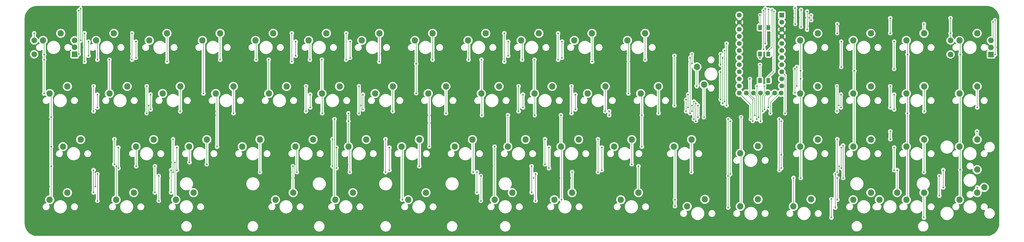
<source format=gtl>
G04 #@! TF.GenerationSoftware,KiCad,Pcbnew,7.0.1*
G04 #@! TF.CreationDate,2023-04-12T10:33:03-04:00*
G04 #@! TF.ProjectId,kastenwagen-1840-chunky,6b617374-656e-4776-9167-656e2d313834,rev?*
G04 #@! TF.SameCoordinates,Original*
G04 #@! TF.FileFunction,Copper,L1,Top*
G04 #@! TF.FilePolarity,Positive*
%FSLAX46Y46*%
G04 Gerber Fmt 4.6, Leading zero omitted, Abs format (unit mm)*
G04 Created by KiCad (PCBNEW 7.0.1) date 2023-04-12 10:33:03*
%MOMM*%
%LPD*%
G01*
G04 APERTURE LIST*
G04 Aperture macros list*
%AMRoundRect*
0 Rectangle with rounded corners*
0 $1 Rounding radius*
0 $2 $3 $4 $5 $6 $7 $8 $9 X,Y pos of 4 corners*
0 Add a 4 corners polygon primitive as box body*
4,1,4,$2,$3,$4,$5,$6,$7,$8,$9,$2,$3,0*
0 Add four circle primitives for the rounded corners*
1,1,$1+$1,$2,$3*
1,1,$1+$1,$4,$5*
1,1,$1+$1,$6,$7*
1,1,$1+$1,$8,$9*
0 Add four rect primitives between the rounded corners*
20,1,$1+$1,$2,$3,$4,$5,0*
20,1,$1+$1,$4,$5,$6,$7,0*
20,1,$1+$1,$6,$7,$8,$9,0*
20,1,$1+$1,$8,$9,$2,$3,0*%
G04 Aperture macros list end*
G04 #@! TA.AperFunction,SMDPad,CuDef*
%ADD10RoundRect,0.250001X0.462499X0.624999X-0.462499X0.624999X-0.462499X-0.624999X0.462499X-0.624999X0*%
G04 #@! TD*
G04 #@! TA.AperFunction,ComponentPad*
%ADD11C,2.250000*%
G04 #@! TD*
G04 #@! TA.AperFunction,ComponentPad*
%ADD12R,2.000000X2.000000*%
G04 #@! TD*
G04 #@! TA.AperFunction,ComponentPad*
%ADD13C,2.000000*%
G04 #@! TD*
G04 #@! TA.AperFunction,ComponentPad*
%ADD14R,1.752600X1.752600*%
G04 #@! TD*
G04 #@! TA.AperFunction,ComponentPad*
%ADD15C,1.752600*%
G04 #@! TD*
G04 #@! TA.AperFunction,ViaPad*
%ADD16C,0.600000*%
G04 #@! TD*
G04 #@! TA.AperFunction,Conductor*
%ADD17C,0.200000*%
G04 #@! TD*
G04 APERTURE END LIST*
D10*
G04 #@! TO.P,D2,1,K*
G04 #@! TO.N,LED2R*
X281675000Y-27747500D03*
G04 #@! TO.P,D2,2,A*
G04 #@! TO.N,LED2*
X278700000Y-27747500D03*
G04 #@! TD*
G04 #@! TO.P,D3,1,K*
G04 #@! TO.N,LED3R*
X281675000Y-37250000D03*
G04 #@! TO.P,D3,2,A*
G04 #@! TO.N,LED3*
X278700000Y-37250000D03*
G04 #@! TD*
D11*
G04 #@! TO.P,MX101,1,COL*
G04 #@! TO.N,Col0*
X40640000Y-22860000D03*
G04 #@! TO.P,MX101,2,ROW*
G04 #@! TO.N,Net-(MX101-ROW)*
X46990000Y-20320000D03*
G04 #@! TD*
G04 #@! TO.P,MX110,1,COL*
G04 #@! TO.N,Col1*
X59690000Y-22860000D03*
G04 #@! TO.P,MX110,2,ROW*
G04 #@! TO.N,Net-(MX110-ROW)*
X66040000Y-20320000D03*
G04 #@! TD*
G04 #@! TO.P,MX111,1,COL*
G04 #@! TO.N,Col1*
X78740000Y-22860000D03*
G04 #@! TO.P,MX111,2,ROW*
G04 #@! TO.N,Net-(MX111-ROW)*
X85090000Y-20320000D03*
G04 #@! TD*
G04 #@! TO.P,MX120,1,COL*
G04 #@! TO.N,Col2*
X97790000Y-22860000D03*
G04 #@! TO.P,MX120,2,ROW*
G04 #@! TO.N,Net-(MX120-ROW)*
X104140000Y-20320000D03*
G04 #@! TD*
G04 #@! TO.P,MX121,1,COL*
G04 #@! TO.N,Col2*
X116840000Y-22860000D03*
G04 #@! TO.P,MX121,2,ROW*
G04 #@! TO.N,Net-(MX121-ROW)*
X123190000Y-20320000D03*
G04 #@! TD*
G04 #@! TO.P,MX130,1,COL*
G04 #@! TO.N,Col3*
X135890000Y-22860000D03*
G04 #@! TO.P,MX130,2,ROW*
G04 #@! TO.N,Net-(MX130-ROW)*
X142240000Y-20320000D03*
G04 #@! TD*
G04 #@! TO.P,MX131,1,COL*
G04 #@! TO.N,Col3*
X154940000Y-22860000D03*
G04 #@! TO.P,MX131,2,ROW*
G04 #@! TO.N,Net-(MX131-ROW)*
X161290000Y-20320000D03*
G04 #@! TD*
G04 #@! TO.P,MX140,1,COL*
G04 #@! TO.N,Col4*
X173990000Y-22860000D03*
G04 #@! TO.P,MX140,2,ROW*
G04 #@! TO.N,Net-(MX140-ROW)*
X180340000Y-20320000D03*
G04 #@! TD*
G04 #@! TO.P,MX141,1,COL*
G04 #@! TO.N,Col4*
X193040000Y-22860000D03*
G04 #@! TO.P,MX141,2,ROW*
G04 #@! TO.N,Net-(MX141-ROW)*
X199390000Y-20320000D03*
G04 #@! TD*
G04 #@! TO.P,MX150,1,COL*
G04 #@! TO.N,Col5*
X212090000Y-22860000D03*
G04 #@! TO.P,MX150,2,ROW*
G04 #@! TO.N,Net-(MX150-ROW)*
X218440000Y-20320000D03*
G04 #@! TD*
G04 #@! TO.P,MX151,1,COL*
G04 #@! TO.N,Col5*
X231140000Y-22860000D03*
G04 #@! TO.P,MX151,2,ROW*
G04 #@! TO.N,Net-(MX151-ROW)*
X237490000Y-20320000D03*
G04 #@! TD*
G04 #@! TO.P,MX170,1,COL*
G04 #@! TO.N,Col7*
X293052500Y-22860000D03*
G04 #@! TO.P,MX170,2,ROW*
G04 #@! TO.N,Net-(MX170-ROW)*
X299402500Y-20320000D03*
G04 #@! TD*
G04 #@! TO.P,MX171,1,COL*
G04 #@! TO.N,Col7*
X312102500Y-22860000D03*
G04 #@! TO.P,MX171,2,ROW*
G04 #@! TO.N,Net-(MX171-ROW)*
X318452500Y-20320000D03*
G04 #@! TD*
G04 #@! TO.P,MX180,1,COL*
G04 #@! TO.N,Col8*
X331152500Y-22860000D03*
G04 #@! TO.P,MX180,2,ROW*
G04 #@! TO.N,Net-(MX180-ROW)*
X337502500Y-20320000D03*
G04 #@! TD*
G04 #@! TO.P,MX181,1,COL*
G04 #@! TO.N,Col8*
X350202500Y-22860000D03*
G04 #@! TO.P,MX181,2,ROW*
G04 #@! TO.N,Net-(MX181-ROW)*
X356552500Y-20320000D03*
G04 #@! TD*
G04 #@! TO.P,MX202,1,COL*
G04 #@! TO.N,Col0*
X23971250Y-41910000D03*
G04 #@! TO.P,MX202,2,ROW*
G04 #@! TO.N,Net-(MX202-ROW)*
X30321250Y-39370000D03*
G04 #@! TD*
G04 #@! TO.P,MX203,1,COL*
G04 #@! TO.N,Col0*
X45402500Y-41910000D03*
G04 #@! TO.P,MX203,2,ROW*
G04 #@! TO.N,Net-(MX203-ROW)*
X51752500Y-39370000D03*
G04 #@! TD*
G04 #@! TO.P,MX212,1,COL*
G04 #@! TO.N,Col1*
X64452500Y-41910000D03*
G04 #@! TO.P,MX212,2,ROW*
G04 #@! TO.N,Net-(MX212-ROW)*
X70802500Y-39370000D03*
G04 #@! TD*
G04 #@! TO.P,MX213,1,COL*
G04 #@! TO.N,Col1*
X83502500Y-41910000D03*
G04 #@! TO.P,MX213,2,ROW*
G04 #@! TO.N,Net-(MX213-ROW)*
X89852500Y-39370000D03*
G04 #@! TD*
G04 #@! TO.P,MX222,1,COL*
G04 #@! TO.N,Col2*
X102552500Y-41910000D03*
G04 #@! TO.P,MX222,2,ROW*
G04 #@! TO.N,Net-(MX222-ROW)*
X108902500Y-39370000D03*
G04 #@! TD*
G04 #@! TO.P,MX223,1,COL*
G04 #@! TO.N,Col2*
X121602500Y-41910000D03*
G04 #@! TO.P,MX223,2,ROW*
G04 #@! TO.N,Net-(MX223-ROW)*
X127952500Y-39370000D03*
G04 #@! TD*
G04 #@! TO.P,MX232,1,COL*
G04 #@! TO.N,Col3*
X140652500Y-41910000D03*
G04 #@! TO.P,MX232,2,ROW*
G04 #@! TO.N,Net-(MX232-ROW)*
X147002500Y-39370000D03*
G04 #@! TD*
G04 #@! TO.P,MX233,1,COL*
G04 #@! TO.N,Col3*
X159702500Y-41910000D03*
G04 #@! TO.P,MX233,2,ROW*
G04 #@! TO.N,Net-(MX233-ROW)*
X166052500Y-39370000D03*
G04 #@! TD*
G04 #@! TO.P,MX242,1,COL*
G04 #@! TO.N,Col4*
X178752500Y-41910000D03*
G04 #@! TO.P,MX242,2,ROW*
G04 #@! TO.N,Net-(MX242-ROW)*
X185102500Y-39370000D03*
G04 #@! TD*
G04 #@! TO.P,MX243,1,COL*
G04 #@! TO.N,Col4*
X197802500Y-41910000D03*
G04 #@! TO.P,MX243,2,ROW*
G04 #@! TO.N,Net-(MX243-ROW)*
X204152500Y-39370000D03*
G04 #@! TD*
G04 #@! TO.P,MX252,1,COL*
G04 #@! TO.N,Col5*
X216852500Y-41910000D03*
G04 #@! TO.P,MX252,2,ROW*
G04 #@! TO.N,Net-(MX252-ROW)*
X223202500Y-39370000D03*
G04 #@! TD*
G04 #@! TO.P,MX253,1,COL*
G04 #@! TO.N,Col5*
X235902500Y-41910000D03*
G04 #@! TO.P,MX253,2,ROW*
G04 #@! TO.N,Net-(MX253-ROW)*
X242252500Y-39370000D03*
G04 #@! TD*
G04 #@! TO.P,MX262,1,COL*
G04 #@! TO.N,Col6*
X258603750Y-38735000D03*
G04 #@! TO.P,MX262,2,ROW*
G04 #@! TO.N,Net-(MX262-ROW)*
X256063750Y-32385000D03*
G04 #@! TD*
G04 #@! TO.P,MX272,1,COL*
G04 #@! TO.N,Col7*
X293052500Y-41910000D03*
G04 #@! TO.P,MX272,2,ROW*
G04 #@! TO.N,Net-(MX272-ROW)*
X299402500Y-39370000D03*
G04 #@! TD*
G04 #@! TO.P,MX273,1,COL*
G04 #@! TO.N,Col7*
X312102500Y-41910000D03*
G04 #@! TO.P,MX273,2,ROW*
G04 #@! TO.N,Net-(MX273-ROW)*
X318452500Y-39370000D03*
G04 #@! TD*
G04 #@! TO.P,MX282,1,COL*
G04 #@! TO.N,Col8*
X331152500Y-41910000D03*
G04 #@! TO.P,MX282,2,ROW*
G04 #@! TO.N,Net-(MX282-ROW)*
X337502500Y-39370000D03*
G04 #@! TD*
G04 #@! TO.P,MX283,1,COL*
G04 #@! TO.N,Col8*
X350202500Y-41910000D03*
G04 #@! TO.P,MX283,2,ROW*
G04 #@! TO.N,Net-(MX283-ROW)*
X356552500Y-39370000D03*
G04 #@! TD*
G04 #@! TO.P,MX304,1,COL*
G04 #@! TO.N,Col0*
X28733750Y-60960000D03*
G04 #@! TO.P,MX304,2,ROW*
G04 #@! TO.N,Net-(MX304-ROW)*
X35083750Y-58420000D03*
G04 #@! TD*
G04 #@! TO.P,MX305,1,COL*
G04 #@! TO.N,Col0*
X54927500Y-60960000D03*
G04 #@! TO.P,MX305,2,ROW*
G04 #@! TO.N,Net-(MX305-ROW)*
X61277500Y-58420000D03*
G04 #@! TD*
G04 #@! TO.P,MX314,1,COL*
G04 #@! TO.N,Col1*
X73977500Y-60960000D03*
G04 #@! TO.P,MX314,2,ROW*
G04 #@! TO.N,Net-(MX314-ROW)*
X80327500Y-58420000D03*
G04 #@! TD*
G04 #@! TO.P,MX315,1,COL*
G04 #@! TO.N,Col1*
X93027500Y-60960000D03*
G04 #@! TO.P,MX315,2,ROW*
G04 #@! TO.N,Net-(MX315-ROW)*
X99377500Y-58420000D03*
G04 #@! TD*
G04 #@! TO.P,MX324,1,COL*
G04 #@! TO.N,Col2*
X112077500Y-60960000D03*
G04 #@! TO.P,MX324,2,ROW*
G04 #@! TO.N,Net-(MX324-ROW)*
X118427500Y-58420000D03*
G04 #@! TD*
G04 #@! TO.P,MX325,1,COL*
G04 #@! TO.N,Col2*
X131127500Y-60960000D03*
G04 #@! TO.P,MX325,2,ROW*
G04 #@! TO.N,Net-(MX325-ROW)*
X137477500Y-58420000D03*
G04 #@! TD*
G04 #@! TO.P,MX334,1,COL*
G04 #@! TO.N,Col3*
X150177500Y-60960000D03*
G04 #@! TO.P,MX334,2,ROW*
G04 #@! TO.N,Net-(MX334-ROW)*
X156527500Y-58420000D03*
G04 #@! TD*
G04 #@! TO.P,MX335,1,COL*
G04 #@! TO.N,Col3*
X169227500Y-60960000D03*
G04 #@! TO.P,MX335,2,ROW*
G04 #@! TO.N,Net-(MX335-ROW)*
X175577500Y-58420000D03*
G04 #@! TD*
G04 #@! TO.P,MX344,1,COL*
G04 #@! TO.N,Col4*
X188277500Y-60960000D03*
G04 #@! TO.P,MX344,2,ROW*
G04 #@! TO.N,Net-(MX344-ROW)*
X194627500Y-58420000D03*
G04 #@! TD*
G04 #@! TO.P,MX345,1,COL*
G04 #@! TO.N,Col4*
X207327500Y-60960000D03*
G04 #@! TO.P,MX345,2,ROW*
G04 #@! TO.N,Net-(MX345-ROW)*
X213677500Y-58420000D03*
G04 #@! TD*
G04 #@! TO.P,MX354,1,COL*
G04 #@! TO.N,Col5*
X226377500Y-60960000D03*
G04 #@! TO.P,MX354,2,ROW*
G04 #@! TO.N,Net-(MX354-ROW)*
X232727500Y-58420000D03*
G04 #@! TD*
G04 #@! TO.P,MX355,1,COL*
G04 #@! TO.N,Col5*
X247808750Y-60960000D03*
G04 #@! TO.P,MX355,2,ROW*
G04 #@! TO.N,Net-(MX355-ROW)*
X254158750Y-58420000D03*
G04 #@! TD*
G04 #@! TO.P,MX364,1,COL*
G04 #@! TO.N,Col6*
X271621250Y-63341250D03*
G04 #@! TO.P,MX364,2,ROW*
G04 #@! TO.N,Net-(MX364-ROW)*
X277971250Y-60801250D03*
G04 #@! TD*
G04 #@! TO.P,MX374,1,COL*
G04 #@! TO.N,Col7*
X293052500Y-60960000D03*
G04 #@! TO.P,MX374,2,ROW*
G04 #@! TO.N,Net-(MX374-ROW)*
X299402500Y-58420000D03*
G04 #@! TD*
G04 #@! TO.P,MX375,1,COL*
G04 #@! TO.N,Col7*
X312102500Y-60960000D03*
G04 #@! TO.P,MX375,2,ROW*
G04 #@! TO.N,Net-(MX375-ROW)*
X318452500Y-58420000D03*
G04 #@! TD*
G04 #@! TO.P,MX384,1,COL*
G04 #@! TO.N,Col8*
X331152500Y-60960000D03*
G04 #@! TO.P,MX384,2,ROW*
G04 #@! TO.N,Net-(MX384-ROW)*
X337502500Y-58420000D03*
G04 #@! TD*
G04 #@! TO.P,MX385,1,COL*
G04 #@! TO.N,Col8*
X350202500Y-60960000D03*
G04 #@! TO.P,MX385,2,ROW*
G04 #@! TO.N,Net-(MX385-ROW)*
X356552500Y-58420000D03*
G04 #@! TD*
G04 #@! TO.P,MX406,1,COL*
G04 #@! TO.N,Col0*
X23971250Y-80010000D03*
G04 #@! TO.P,MX406,2,ROW*
G04 #@! TO.N,Net-(MX406-ROW)*
X30321250Y-77470000D03*
G04 #@! TD*
G04 #@! TO.P,MX416,1,COL*
G04 #@! TO.N,Col1*
X69215000Y-80010000D03*
G04 #@! TO.P,MX416,2,ROW*
G04 #@! TO.N,Net-(MX416-ROW)*
X75565000Y-77470000D03*
G04 #@! TD*
G04 #@! TO.P,MX417,1,COL*
G04 #@! TO.N,Col1*
X104933750Y-80010000D03*
G04 #@! TO.P,MX417,2,ROW*
G04 #@! TO.N,Net-(MX417-ROW)*
X111283750Y-77470000D03*
G04 #@! TD*
G04 #@! TO.P,MX417.700,1,COL*
G04 #@! TO.N,Col1*
X126365000Y-80010000D03*
G04 #@! TO.P,MX417.700,2,ROW*
G04 #@! TO.N,Net-(MX417-ROW)*
X132715000Y-77470000D03*
G04 #@! TD*
G04 #@! TO.P,MX437,1,COL*
G04 #@! TO.N,Col3*
X152558750Y-80010000D03*
G04 #@! TO.P,MX437,2,ROW*
G04 #@! TO.N,Net-(MX437-ROW)*
X158908750Y-77470000D03*
G04 #@! TD*
G04 #@! TO.P,MX446,1,COL*
G04 #@! TO.N,Col4*
X183515000Y-80010000D03*
G04 #@! TO.P,MX446,2,ROW*
G04 #@! TO.N,Net-(MX446-ROW)*
X189865000Y-77470000D03*
G04 #@! TD*
G04 #@! TO.P,MX447,1,COL*
G04 #@! TO.N,Col4*
X204946250Y-80010000D03*
G04 #@! TO.P,MX447,2,ROW*
G04 #@! TO.N,Net-(MX447-ROW)*
X211296250Y-77470000D03*
G04 #@! TD*
G04 #@! TO.P,MX456,1,COL*
G04 #@! TO.N,Col5*
X228758750Y-80010000D03*
G04 #@! TO.P,MX456,2,ROW*
G04 #@! TO.N,Net-(MX456-ROW)*
X235108750Y-77470000D03*
G04 #@! TD*
G04 #@! TO.P,MX457,1,COL*
G04 #@! TO.N,Col5*
X252571250Y-82391250D03*
G04 #@! TO.P,MX457,2,ROW*
G04 #@! TO.N,Net-(MX457-ROW)*
X258921250Y-79851250D03*
G04 #@! TD*
G04 #@! TO.P,MX467,1,COL*
G04 #@! TO.N,Col6*
X271621250Y-82391250D03*
G04 #@! TO.P,MX467,2,ROW*
G04 #@! TO.N,Net-(MX467-ROW)*
X277971250Y-79851250D03*
G04 #@! TD*
G04 #@! TO.P,MX476,1,COL*
G04 #@! TO.N,Col7*
X290671250Y-82391250D03*
G04 #@! TO.P,MX476,2,ROW*
G04 #@! TO.N,Net-(MX476-ROW)*
X297021250Y-79851250D03*
G04 #@! TD*
G04 #@! TO.P,MX477,1,COL*
G04 #@! TO.N,Col7*
X312102500Y-80010000D03*
G04 #@! TO.P,MX477,2,ROW*
G04 #@! TO.N,Net-(MX477-ROW)*
X318452500Y-77470000D03*
G04 #@! TD*
G04 #@! TO.P,MX477.200,1,COL*
G04 #@! TO.N,Col7*
X321513200Y-79984600D03*
G04 #@! TO.P,MX477.200,2,ROW*
G04 #@! TO.N,Net-(MX477-ROW)*
X327863200Y-77444600D03*
G04 #@! TD*
G04 #@! TO.P,MX486,1,COL*
G04 #@! TO.N,Col8*
X331152500Y-80010000D03*
G04 #@! TO.P,MX486,2,ROW*
G04 #@! TO.N,Net-(MX486-ROW)*
X337502500Y-77470000D03*
G04 #@! TD*
G04 #@! TO.P,MX487,1,COL*
G04 #@! TO.N,Col8*
X350202500Y-80010000D03*
G04 #@! TO.P,MX487,2,ROW*
G04 #@! TO.N,Net-(MX487-ROW)*
X356552500Y-77470000D03*
G04 #@! TD*
G04 #@! TO.P,MX487.200,1,COL*
G04 #@! TO.N,Col8*
X356552500Y-69215000D03*
G04 #@! TO.P,MX487.200,2,ROW*
G04 #@! TO.N,Net-(MX487-ROW)*
X359092500Y-75565000D03*
G04 #@! TD*
D12*
G04 #@! TO.P,RSW100,A,A*
G04 #@! TO.N,Rotary0A*
X32900000Y-27856250D03*
D13*
G04 #@! TO.P,RSW100,B,B*
G04 #@! TO.N,Rotary0B*
X32900000Y-22856250D03*
G04 #@! TO.P,RSW100,C,C*
G04 #@! TO.N,GND*
X32900000Y-25356250D03*
G04 #@! TO.P,RSW100,S1,S1*
G04 #@! TO.N,Net-(MX100-ROW)*
X18400000Y-22856250D03*
G04 #@! TO.P,RSW100,S2,S2*
G04 #@! TO.N,Col0*
X18400000Y-27856250D03*
G04 #@! TD*
D12*
G04 #@! TO.P,RSW181,A,A*
G04 #@! TO.N,Rotary1A*
X361512500Y-27900000D03*
D13*
G04 #@! TO.P,RSW181,B,B*
G04 #@! TO.N,Rotary1B*
X361512500Y-22900000D03*
G04 #@! TO.P,RSW181,C,C*
G04 #@! TO.N,GND*
X361512500Y-25400000D03*
G04 #@! TO.P,RSW181,S1,S1*
G04 #@! TO.N,Net-(MX181-ROW)*
X347012500Y-22900000D03*
G04 #@! TO.P,RSW181,S2,S2*
G04 #@! TO.N,Col8*
X347012500Y-27900000D03*
G04 #@! TD*
D11*
G04 #@! TO.P,MX100,1,COL*
G04 #@! TO.N,Col0*
X21590000Y-22860000D03*
G04 #@! TO.P,MX100,2,ROW*
G04 #@! TO.N,Net-(MX100-ROW)*
X27940000Y-20320000D03*
G04 #@! TD*
D10*
G04 #@! TO.P,D1,1,K*
G04 #@! TO.N,LED1R*
X281675000Y-18250000D03*
G04 #@! TO.P,D1,2,A*
G04 #@! TO.N,LED1*
X278700000Y-18250000D03*
G04 #@! TD*
D11*
G04 #@! TO.P,MX407,1,COL*
G04 #@! TO.N,Col0*
X47783750Y-80010000D03*
G04 #@! TO.P,MX407,2,ROW*
G04 #@! TO.N,Net-(MX407-ROW)*
X54133750Y-77470000D03*
G04 #@! TD*
D14*
G04 #@! TO.P,U1,1,TX0/PD3*
G04 #@! TO.N,Rotary1A*
X286500000Y-13840000D03*
D15*
G04 #@! TO.P,U1,2,RX1/PD2*
G04 #@! TO.N,Rotary1B*
X286500000Y-16380000D03*
G04 #@! TO.P,U1,3,GND*
G04 #@! TO.N,GND*
X286500000Y-18920000D03*
G04 #@! TO.P,U1,4,GND*
X286500000Y-21460000D03*
G04 #@! TO.P,U1,5,2/PD1*
G04 #@! TO.N,Rotary0B*
X286500000Y-24000000D03*
G04 #@! TO.P,U1,6,3/PD0*
G04 #@! TO.N,Rotary0A*
X286500000Y-26540000D03*
G04 #@! TO.P,U1,7,4/PD4*
G04 #@! TO.N,LED2*
X286500000Y-29080000D03*
G04 #@! TO.P,U1,8,5/PC6*
G04 #@! TO.N,LED3*
X286500000Y-31620000D03*
G04 #@! TO.P,U1,9,6/PD7*
G04 #@! TO.N,Col8*
X286500000Y-34160000D03*
G04 #@! TO.P,U1,10,7/PE6*
G04 #@! TO.N,Col7*
X286500000Y-36700000D03*
G04 #@! TO.P,U1,11,8/PB4*
G04 #@! TO.N,Row0*
X286500000Y-39240000D03*
G04 #@! TO.P,U1,12,9/PB5*
G04 #@! TO.N,Row1*
X286271400Y-41780000D03*
G04 #@! TO.P,U1,13,10/PB6*
G04 #@! TO.N,Row7*
X271260000Y-41780000D03*
G04 #@! TO.P,U1,14,16/PB2*
G04 #@! TO.N,Col6*
X271260000Y-39240000D03*
G04 #@! TO.P,U1,15,14/PB3*
G04 #@! TO.N,Col5*
X271260000Y-36700000D03*
G04 #@! TO.P,U1,16,15/PB1*
G04 #@! TO.N,Col4*
X271260000Y-34160000D03*
G04 #@! TO.P,U1,17,A0/PF7*
G04 #@! TO.N,Col3*
X271260000Y-31620000D03*
G04 #@! TO.P,U1,18,A1/PF6*
G04 #@! TO.N,Col2*
X271260000Y-29080000D03*
G04 #@! TO.P,U1,19,A2/PF5*
G04 #@! TO.N,Col1*
X271260000Y-26540000D03*
G04 #@! TO.P,U1,20,A3/PF4*
G04 #@! TO.N,Col0*
X271260000Y-24000000D03*
G04 #@! TO.P,U1,21,VCC*
G04 #@! TO.N,unconnected-(U1-VCC-Pad21)*
X271260000Y-21460000D03*
G04 #@! TO.P,U1,22,RST*
G04 #@! TO.N,unconnected-(U1-RST-Pad22)*
X271260000Y-18920000D03*
G04 #@! TO.P,U1,23,GND*
G04 #@! TO.N,GND*
X271260000Y-16380000D03*
G04 #@! TO.P,U1,24,B0*
G04 #@! TO.N,LED1*
X271260000Y-13840000D03*
G04 #@! TO.P,U1,25,B7*
G04 #@! TO.N,Row2*
X283960000Y-41780000D03*
G04 #@! TO.P,U1,26,D5*
G04 #@! TO.N,Row3*
X281420000Y-41780000D03*
G04 #@! TO.P,U1,27,C7*
G04 #@! TO.N,Row4*
X278880000Y-41780000D03*
G04 #@! TO.P,U1,28,F1*
G04 #@! TO.N,Row5*
X276340000Y-41780000D03*
G04 #@! TO.P,U1,29,F0*
G04 #@! TO.N,Row6*
X273800000Y-41780000D03*
G04 #@! TD*
D16*
G04 #@! TO.N,LED1*
X278700000Y-13800000D03*
G04 #@! TO.N,LED1R*
X291300000Y-11300000D03*
X281748529Y-11800000D03*
X291300000Y-17000000D03*
G04 #@! TO.N,LED2*
X278700000Y-29100000D03*
G04 #@! TO.N,LED2R*
X293400000Y-11900000D03*
X283000000Y-11900000D03*
X293400000Y-18000000D03*
G04 #@! TO.N,LED3*
X278700000Y-31600000D03*
G04 #@! TO.N,LED3R*
X283700000Y-12500000D03*
X295600000Y-19000000D03*
X295600000Y-12500000D03*
G04 #@! TO.N,Row0*
X280200000Y-39300000D03*
X307800000Y-32400000D03*
X279600000Y-48300000D03*
X248000000Y-28400000D03*
X37900000Y-23300000D03*
X248000000Y-46200000D03*
X307800000Y-23300000D03*
X254300000Y-48300000D03*
X112200000Y-23300000D03*
X291900000Y-39200000D03*
X188400000Y-23300000D03*
X112200000Y-28400000D03*
X291900000Y-32400000D03*
X188400000Y-28400000D03*
X37900000Y-28400000D03*
X254300000Y-46200000D03*
G04 #@! TO.N,Net-(MX110-ROW)*
X36500000Y-20300000D03*
X66100000Y-30500000D03*
X36500000Y-30500000D03*
G04 #@! TO.N,Net-(MX100-ROW)*
X18400000Y-20300000D03*
G04 #@! TO.N,Row1*
X326800000Y-33100000D03*
X253600000Y-49000000D03*
X291200000Y-33100000D03*
X207700000Y-23300000D03*
X326800000Y-23300000D03*
X207700000Y-29100000D03*
X54900000Y-23300000D03*
X291200000Y-41700000D03*
X131700000Y-29100000D03*
X282400000Y-49000000D03*
X253600000Y-29100000D03*
X131700000Y-23300000D03*
X54900000Y-29100000D03*
G04 #@! TO.N,Net-(MX111-ROW)*
X85100000Y-29800000D03*
X53500000Y-20300000D03*
X53500000Y-29800000D03*
G04 #@! TO.N,Net-(MX130-ROW)*
X110800000Y-30500000D03*
X110800000Y-20300000D03*
X142200000Y-30500000D03*
G04 #@! TO.N,Net-(MX131-ROW)*
X130300000Y-29800000D03*
X130300000Y-20300000D03*
X161300000Y-29800000D03*
G04 #@! TO.N,Net-(MX150-ROW)*
X187000000Y-30500000D03*
X218500000Y-30500000D03*
X187000000Y-20300000D03*
G04 #@! TO.N,Net-(MX151-ROW)*
X206300000Y-20300000D03*
X206300000Y-29800000D03*
X237500000Y-29800000D03*
G04 #@! TO.N,Net-(MX180-ROW)*
X306400000Y-17000000D03*
X337500000Y-17000000D03*
X306400000Y-20300000D03*
G04 #@! TO.N,Net-(MX181-ROW)*
X325400000Y-20300000D03*
X325400000Y-14900000D03*
X347000000Y-20300000D03*
X347000000Y-14900000D03*
G04 #@! TO.N,Row2*
X193700000Y-42300000D03*
X41100000Y-46900000D03*
X193700000Y-46900000D03*
X252900000Y-46900000D03*
X117400000Y-42300000D03*
X252900000Y-42300000D03*
X307700000Y-46900000D03*
X41100000Y-42300000D03*
X117400000Y-46900000D03*
X281700000Y-46900000D03*
X307700000Y-42300000D03*
G04 #@! TO.N,Net-(MX212-ROW)*
X39700000Y-39300000D03*
X70800000Y-48300000D03*
X39700000Y-48300000D03*
G04 #@! TO.N,Row3*
X60200000Y-42300000D03*
X280300000Y-47600000D03*
X326800000Y-42300000D03*
X212500000Y-47600000D03*
X136300000Y-42300000D03*
X136300000Y-47600000D03*
X60200000Y-47600000D03*
X212500000Y-42300000D03*
X326800000Y-47600000D03*
G04 #@! TO.N,Net-(MX213-ROW)*
X58800000Y-39300000D03*
X58800000Y-49000000D03*
X89900000Y-49000000D03*
G04 #@! TO.N,Net-(MX232-ROW)*
X115900000Y-39300000D03*
X115900000Y-48300000D03*
X147000000Y-48300000D03*
G04 #@! TO.N,Net-(MX233-ROW)*
X134900000Y-49000000D03*
X166100000Y-49000000D03*
X134900000Y-39300000D03*
G04 #@! TO.N,Net-(MX252-ROW)*
X192100000Y-39300000D03*
X223200000Y-48300000D03*
X192100000Y-48300000D03*
G04 #@! TO.N,Net-(MX253-ROW)*
X211100000Y-49000000D03*
X211100000Y-39300000D03*
X242300000Y-49000000D03*
G04 #@! TO.N,Net-(MX262-ROW)*
X256000000Y-39300000D03*
G04 #@! TO.N,Net-(MX282-ROW)*
X306300000Y-39300000D03*
X306300000Y-48300000D03*
X337600000Y-48300000D03*
G04 #@! TO.N,Row4*
X286300000Y-63800000D03*
X307800000Y-68700000D03*
X126800000Y-61300000D03*
X278900000Y-51800000D03*
X48600000Y-68700000D03*
X126800000Y-68700000D03*
X203000000Y-68700000D03*
X307800000Y-61300000D03*
X203000000Y-61300000D03*
X286300000Y-68700000D03*
X286300000Y-51800000D03*
X48600000Y-61300000D03*
G04 #@! TO.N,Net-(MX283-ROW)*
X325400000Y-46900000D03*
X325400000Y-39300000D03*
X356600000Y-46900000D03*
G04 #@! TO.N,Row5*
X285600000Y-69400000D03*
X277500000Y-51100000D03*
X326800000Y-69400000D03*
X69600000Y-61300000D03*
X145800000Y-69400000D03*
X69600000Y-69400000D03*
X222000000Y-61300000D03*
X326800000Y-61300000D03*
X285600000Y-51100000D03*
X145800000Y-61300000D03*
X222000000Y-69400000D03*
G04 #@! TO.N,Net-(MX314-ROW)*
X47200000Y-67300000D03*
X80300000Y-67300000D03*
X47200000Y-58300000D03*
G04 #@! TO.N,Net-(MX315-ROW)*
X68200000Y-70100000D03*
X68200000Y-58300000D03*
X99400000Y-70100000D03*
G04 #@! TO.N,Net-(MX334-ROW)*
X156500000Y-68000000D03*
X125400000Y-68000000D03*
X125400000Y-58300000D03*
G04 #@! TO.N,Net-(MX335-ROW)*
X175800000Y-70100000D03*
X144400000Y-58300000D03*
X144400000Y-70100000D03*
G04 #@! TO.N,Net-(MX354-ROW)*
X232700000Y-67300000D03*
X201600000Y-67300000D03*
X201600000Y-58300000D03*
G04 #@! TO.N,Net-(MX355-ROW)*
X220600000Y-70100000D03*
X254100000Y-70100000D03*
X220600000Y-58300000D03*
G04 #@! TO.N,Row6*
X276100000Y-51800000D03*
X198200000Y-80400000D03*
X268000000Y-51800000D03*
X305700000Y-70800000D03*
X268000000Y-70800000D03*
X41100000Y-70800000D03*
X305700000Y-82800000D03*
X41100000Y-80400000D03*
X198200000Y-70800000D03*
G04 #@! TO.N,Net-(MX384-ROW)*
X306400000Y-70100000D03*
X337500000Y-70100000D03*
X306400000Y-58300000D03*
G04 #@! TO.N,Row7*
X343000000Y-78600000D03*
X343000000Y-71500000D03*
X267300000Y-51100000D03*
X267300000Y-82800000D03*
X178600000Y-80400000D03*
X178600000Y-71500000D03*
X275400000Y-51100000D03*
X63100000Y-80400000D03*
X63100000Y-71500000D03*
X267300000Y-71500000D03*
G04 #@! TO.N,Net-(MX385-ROW)*
X325400000Y-55500000D03*
X356500000Y-55500000D03*
X325400000Y-58300000D03*
G04 #@! TO.N,Net-(MX416-ROW)*
X67500000Y-77400000D03*
X39700000Y-77400000D03*
X39700000Y-69400000D03*
X67500000Y-69400000D03*
G04 #@! TO.N,Net-(MX417-ROW)*
X111200000Y-68000000D03*
X61700000Y-77400000D03*
X61700000Y-68000000D03*
G04 #@! TO.N,Net-(MX447-ROW)*
X177200000Y-77400000D03*
X177200000Y-70100000D03*
X211300000Y-70100000D03*
G04 #@! TO.N,Net-(MX456-ROW)*
X196800000Y-77400000D03*
X235100000Y-68000000D03*
X196800000Y-68000000D03*
G04 #@! TO.N,Col0*
X22000000Y-29800000D03*
X24500000Y-61000000D03*
X24500000Y-50400000D03*
X41100000Y-29800000D03*
X266700000Y-46200000D03*
X22000000Y-41900000D03*
X47900000Y-68000000D03*
X256400000Y-46200000D03*
X256400000Y-50400000D03*
X22000000Y-27900000D03*
X45400000Y-29800000D03*
X55000000Y-68000000D03*
X24500000Y-68000000D03*
X266700000Y-24000000D03*
G04 #@! TO.N,Col1*
X79100000Y-41900000D03*
X68900000Y-66600000D03*
X255000000Y-51100000D03*
X74100000Y-66600000D03*
X84000000Y-61000000D03*
X266000000Y-26500000D03*
X126100000Y-51100000D03*
X255000000Y-44800000D03*
X266000000Y-44800000D03*
G04 #@! TO.N,Col2*
X255700000Y-51800000D03*
X131100000Y-51800000D03*
X255700000Y-45500000D03*
X121700000Y-49000000D03*
X102500000Y-29800000D03*
X131100000Y-49000000D03*
X265300000Y-29100000D03*
X98000000Y-29800000D03*
X117300000Y-29800000D03*
X265300000Y-45500000D03*
X121600000Y-29800000D03*
X112600000Y-70100000D03*
X131600000Y-70100000D03*
G04 #@! TO.N,Col3*
X264600000Y-27800000D03*
X254300000Y-31200000D03*
X155400000Y-41800000D03*
X160100000Y-60900000D03*
X155400000Y-31200000D03*
X150400000Y-80000000D03*
X264600000Y-31600000D03*
X254300000Y-27800000D03*
G04 #@! TO.N,Col4*
X183500000Y-61000000D03*
X207300000Y-49700000D03*
X207500000Y-80000000D03*
X193400000Y-29800000D03*
X188300000Y-49700000D03*
X197800000Y-29800000D03*
X179000000Y-49700000D03*
X264600000Y-44100000D03*
X252200000Y-44100000D03*
X252200000Y-48300000D03*
X264600000Y-34200000D03*
X197900000Y-49700000D03*
X224600000Y-48300000D03*
X178800000Y-29800000D03*
X174200000Y-29800000D03*
X224600000Y-49700000D03*
G04 #@! TO.N,Col5*
X248200000Y-82300000D03*
X231500000Y-41900000D03*
X248200000Y-80000000D03*
X275100000Y-36700000D03*
X276800000Y-49700000D03*
X236300000Y-61000000D03*
X236300000Y-49700000D03*
G04 #@! TO.N,Col6*
X277600000Y-39300000D03*
X271900000Y-50400000D03*
X258600000Y-50400000D03*
X278200000Y-50400000D03*
G04 #@! TO.N,Col7*
X308500000Y-72200000D03*
X312500000Y-33800000D03*
X306400000Y-72200000D03*
X293300000Y-33800000D03*
X306400000Y-80000000D03*
X308500000Y-60600000D03*
X293300000Y-72200000D03*
X293300000Y-36700000D03*
X290700000Y-72200000D03*
G04 #@! TO.N,Col8*
X350500000Y-69300000D03*
X287700000Y-49000000D03*
X350500000Y-27900000D03*
X331600000Y-27900000D03*
X331600000Y-49000000D03*
G04 #@! TO.N,GND*
X219200000Y-52500000D03*
X83300000Y-48300000D03*
X160800000Y-52500000D03*
X52800000Y-27700000D03*
X185600000Y-30500000D03*
X159400000Y-49700000D03*
X171000000Y-10800000D03*
X219200000Y-72200000D03*
X296300000Y-13200000D03*
X292700000Y-14700000D03*
X67500000Y-66600000D03*
X294900000Y-14700000D03*
X60900000Y-46200000D03*
X72200000Y-48300000D03*
X290600000Y-14700000D03*
X143000000Y-52500000D03*
X296300000Y-14700000D03*
X195400000Y-68000000D03*
X100800000Y-70100000D03*
X232200000Y-30500000D03*
X110500000Y-72200000D03*
X342300000Y-47600000D03*
X293400000Y-21000000D03*
X133000000Y-67300000D03*
X157900000Y-68000000D03*
X72200000Y-49700000D03*
X160800000Y-72200000D03*
X66800000Y-72200000D03*
X304900000Y-46200000D03*
X288400000Y-48300000D03*
X206800000Y-72200000D03*
X124700000Y-67300000D03*
X157900000Y-72200000D03*
X177600000Y-49700000D03*
X252900000Y-30500000D03*
X305000000Y-70100000D03*
X35800000Y-29100000D03*
X281700000Y-49700000D03*
X290600000Y-13200000D03*
X135600000Y-31200000D03*
X209700000Y-52500000D03*
X67500000Y-49700000D03*
X296300000Y-17700000D03*
X130900000Y-67300000D03*
X160800000Y-78800000D03*
X219200000Y-70100000D03*
X363700000Y-25400000D03*
X342300000Y-28600000D03*
X154700000Y-30500000D03*
X363700000Y-14900000D03*
X177600000Y-52500000D03*
X100800000Y-67300000D03*
X23800000Y-51100000D03*
X40400000Y-70100000D03*
X83300000Y-49700000D03*
X106300000Y-51100000D03*
X135600000Y-49700000D03*
X307000000Y-46200000D03*
X219200000Y-66600000D03*
X160800000Y-68000000D03*
X219900000Y-27700000D03*
X281700000Y-52500000D03*
X59500000Y-49700000D03*
X290600000Y-21000000D03*
X111900000Y-67300000D03*
X94000000Y-51100000D03*
X342300000Y-46200000D03*
X171000000Y-52500000D03*
X35800000Y-49700000D03*
X278100000Y-21500000D03*
X35800000Y-47600000D03*
X171000000Y-30500000D03*
X133000000Y-72200000D03*
X342300000Y-31700000D03*
X52800000Y-10800000D03*
X149200000Y-10800000D03*
X219900000Y-30500000D03*
X281900000Y-10800000D03*
X60900000Y-27700000D03*
X58100000Y-46200000D03*
X307100000Y-68000000D03*
X210600000Y-72200000D03*
X40400000Y-75300000D03*
X131800000Y-49700000D03*
X307000000Y-31700000D03*
X281800000Y-21500000D03*
X209700000Y-49000000D03*
X160800000Y-49700000D03*
X307000000Y-34500000D03*
X60300000Y-66600000D03*
X290600000Y-18900000D03*
X94000000Y-10800000D03*
X131800000Y-46200000D03*
X94000000Y-48300000D03*
X197200000Y-49000000D03*
X307100000Y-17700000D03*
X342300000Y-70800000D03*
X252900000Y-10800000D03*
X142900000Y-27700000D03*
X293400000Y-19900000D03*
X52800000Y-29100000D03*
X278100000Y-16400000D03*
X143000000Y-70100000D03*
X110500000Y-70100000D03*
X296300000Y-10800000D03*
X342300000Y-10800000D03*
X342300000Y-68700000D03*
X23800000Y-75300000D03*
X255500000Y-70100000D03*
X182800000Y-68000000D03*
X230800000Y-30500000D03*
X171000000Y-49000000D03*
X59500000Y-46200000D03*
X342300000Y-17700000D03*
X154700000Y-27700000D03*
X135600000Y-46200000D03*
X307100000Y-70800000D03*
X35800000Y-10800000D03*
X305000000Y-68000000D03*
X185600000Y-27700000D03*
X58100000Y-47600000D03*
X56400000Y-66600000D03*
X60300000Y-70100000D03*
X94000000Y-49700000D03*
X225400000Y-27700000D03*
X111900000Y-72200000D03*
X185600000Y-10800000D03*
X143000000Y-49700000D03*
X159400000Y-52500000D03*
X212700000Y-72200000D03*
X35800000Y-51100000D03*
X342300000Y-56200000D03*
X360100000Y-14900000D03*
X296300000Y-20000000D03*
X60300000Y-68000000D03*
X66800000Y-70100000D03*
X255500000Y-72200000D03*
X56400000Y-68000000D03*
X342300000Y-54800000D03*
X360100000Y-11000000D03*
X197200000Y-52500000D03*
X225400000Y-10800000D03*
X230800000Y-27700000D03*
X278100000Y-10800000D03*
X149200000Y-27700000D03*
X281700000Y-48300000D03*
X35800000Y-25300000D03*
X195400000Y-72200000D03*
X197500000Y-72200000D03*
X304900000Y-48300000D03*
X288400000Y-70100000D03*
X142900000Y-31200000D03*
X106300000Y-67300000D03*
X133000000Y-70100000D03*
X212700000Y-70100000D03*
G04 #@! TO.N,Rotary0B*
X35100000Y-22900000D03*
X280600000Y-24000000D03*
X280600000Y-11500000D03*
X35100000Y-11500000D03*
G04 #@! TO.N,Rotary0A*
X34400000Y-12200000D03*
X34400000Y-27800000D03*
X280000000Y-12200000D03*
X280000000Y-26100000D03*
G04 #@! TO.N,Rotary1B*
X362300000Y-16300000D03*
G04 #@! TO.N,Rotary1A*
X297000000Y-15600000D03*
X297000000Y-13900000D03*
X363000000Y-15600000D03*
X363000000Y-27900000D03*
G04 #@! TO.N,Net-(MX486-ROW)*
X337500000Y-86400000D03*
X304300000Y-79800000D03*
X304300000Y-86400000D03*
G04 #@! TO.N,Net-(MX487-ROW)*
X356600000Y-75600000D03*
G04 #@! TO.N,Net-(MX477-ROW)*
X344400000Y-75600000D03*
X344400000Y-69400000D03*
X327900000Y-69400000D03*
G04 #@! TD*
D17*
G04 #@! TO.N,LED1*
X278700000Y-18250000D02*
X278700000Y-13800000D01*
G04 #@! TO.N,LED1R*
X281675000Y-11873529D02*
X281675000Y-18250000D01*
X291300000Y-17000000D02*
X291300000Y-11300000D01*
X281748529Y-11800000D02*
X281675000Y-11873529D01*
G04 #@! TO.N,LED2*
X278700000Y-29100000D02*
X278700000Y-27747500D01*
G04 #@! TO.N,LED2R*
X281675000Y-26625000D02*
X281675000Y-27747500D01*
X293400000Y-18000000D02*
X293400000Y-11900000D01*
X283000000Y-11900000D02*
X283000000Y-25300000D01*
X283000000Y-25300000D02*
X281675000Y-26625000D01*
G04 #@! TO.N,LED3*
X278700000Y-31600000D02*
X278700000Y-37250000D01*
G04 #@! TO.N,LED3R*
X295600000Y-12500000D02*
X295600000Y-19000000D01*
X283700000Y-12500000D02*
X283700000Y-34000000D01*
X283700000Y-34000000D02*
X281675000Y-36025000D01*
X281675000Y-36025000D02*
X281675000Y-37250000D01*
G04 #@! TO.N,Row0*
X280200000Y-42200000D02*
X279600000Y-42800000D01*
X291900000Y-32400000D02*
X291900000Y-39200000D01*
X254300000Y-48300000D02*
X254300000Y-46200000D01*
X37900000Y-28400000D02*
X37900000Y-23300000D01*
X188400000Y-28400000D02*
X188400000Y-23300000D01*
X112200000Y-28400000D02*
X112200000Y-23300000D01*
X280200000Y-39300000D02*
X280200000Y-42200000D01*
X279600000Y-42800000D02*
X279600000Y-48300000D01*
X307800000Y-23300000D02*
X307800000Y-32400000D01*
X248000000Y-46200000D02*
X248000000Y-28400000D01*
G04 #@! TO.N,Net-(MX110-ROW)*
X66040000Y-20320000D02*
X66100000Y-20380000D01*
X66100000Y-20380000D02*
X66100000Y-30500000D01*
X36500000Y-30500000D02*
X36500000Y-20300000D01*
G04 #@! TO.N,Net-(MX100-ROW)*
X18400000Y-20300000D02*
X18400000Y-22856250D01*
G04 #@! TO.N,Row1*
X253600000Y-29100000D02*
X253600000Y-49000000D01*
X207700000Y-23300000D02*
X207700000Y-29100000D01*
X326800000Y-23300000D02*
X326800000Y-33100000D01*
X282400000Y-49000000D02*
X282400000Y-45200000D01*
X285820000Y-41780000D02*
X286271400Y-41780000D01*
X291200000Y-33100000D02*
X291200000Y-41700000D01*
X54900000Y-29100000D02*
X54900000Y-23300000D01*
X282400000Y-45200000D02*
X285820000Y-41780000D01*
X131700000Y-29100000D02*
X131700000Y-23300000D01*
G04 #@! TO.N,Net-(MX111-ROW)*
X53500000Y-20300000D02*
X53500000Y-29800000D01*
X85100000Y-20330000D02*
X85090000Y-20320000D01*
X85100000Y-29800000D02*
X85100000Y-20330000D01*
G04 #@! TO.N,Net-(MX130-ROW)*
X142200000Y-20360000D02*
X142200000Y-30500000D01*
X110800000Y-30500000D02*
X110800000Y-20300000D01*
X142240000Y-20320000D02*
X142200000Y-20360000D01*
G04 #@! TO.N,Net-(MX131-ROW)*
X161300000Y-20330000D02*
X161290000Y-20320000D01*
X161300000Y-29800000D02*
X161300000Y-20330000D01*
X130300000Y-20300000D02*
X130300000Y-29800000D01*
G04 #@! TO.N,Net-(MX150-ROW)*
X218500000Y-20380000D02*
X218440000Y-20320000D01*
X187000000Y-20300000D02*
X187000000Y-30500000D01*
X218500000Y-30500000D02*
X218500000Y-20380000D01*
G04 #@! TO.N,Net-(MX151-ROW)*
X206300000Y-20300000D02*
X206300000Y-29800000D01*
X237500000Y-20330000D02*
X237490000Y-20320000D01*
X237500000Y-29800000D02*
X237500000Y-20330000D01*
G04 #@! TO.N,Net-(MX180-ROW)*
X337500000Y-17000000D02*
X337500000Y-20317500D01*
X306400000Y-20300000D02*
X306400000Y-17000000D01*
X337500000Y-20317500D02*
X337502500Y-20320000D01*
G04 #@! TO.N,Net-(MX181-ROW)*
X347000000Y-14900000D02*
X347000000Y-20300000D01*
X347000000Y-20300000D02*
X347000000Y-22887500D01*
X325400000Y-20300000D02*
X325400000Y-14900000D01*
X347000000Y-22887500D02*
X347012500Y-22900000D01*
G04 #@! TO.N,Row2*
X41100000Y-42300000D02*
X41100000Y-46900000D01*
X117400000Y-46900000D02*
X117400000Y-42300000D01*
X281700000Y-43900000D02*
X281700000Y-46900000D01*
X283820000Y-41780000D02*
X281700000Y-43900000D01*
X252900000Y-46900000D02*
X252900000Y-42300000D01*
X193700000Y-46900000D02*
X193700000Y-42300000D01*
X283960000Y-41780000D02*
X283820000Y-41780000D01*
X307700000Y-46900000D02*
X307700000Y-42300000D01*
G04 #@! TO.N,Net-(MX212-ROW)*
X39700000Y-48300000D02*
X39700000Y-39300000D01*
X70800000Y-48300000D02*
X70802500Y-48297500D01*
X70802500Y-48297500D02*
X70802500Y-39370000D01*
G04 #@! TO.N,Row3*
X212500000Y-47600000D02*
X212500000Y-42300000D01*
X280300000Y-47600000D02*
X280300000Y-42900000D01*
X136300000Y-47600000D02*
X136300000Y-42300000D01*
X60200000Y-42300000D02*
X60200000Y-47600000D01*
X280300000Y-42900000D02*
X281420000Y-41780000D01*
X326800000Y-42300000D02*
X326800000Y-47600000D01*
G04 #@! TO.N,Net-(MX213-ROW)*
X89900000Y-49000000D02*
X89900000Y-39417500D01*
X58800000Y-39300000D02*
X58800000Y-49000000D01*
X89900000Y-39417500D02*
X89852500Y-39370000D01*
G04 #@! TO.N,Net-(MX232-ROW)*
X147000000Y-39372500D02*
X147000000Y-48300000D01*
X147002500Y-39370000D02*
X147000000Y-39372500D01*
X115900000Y-48300000D02*
X115900000Y-39300000D01*
G04 #@! TO.N,Net-(MX233-ROW)*
X134900000Y-39300000D02*
X134900000Y-49000000D01*
X166100000Y-49000000D02*
X166100000Y-39417500D01*
X166100000Y-39417500D02*
X166052500Y-39370000D01*
G04 #@! TO.N,Net-(MX252-ROW)*
X192100000Y-39300000D02*
X192100000Y-48300000D01*
X223202500Y-48297500D02*
X223202500Y-39370000D01*
X223200000Y-48300000D02*
X223202500Y-48297500D01*
G04 #@! TO.N,Net-(MX253-ROW)*
X211100000Y-39300000D02*
X211100000Y-49000000D01*
X242300000Y-39417500D02*
X242252500Y-39370000D01*
X242300000Y-49000000D02*
X242300000Y-39417500D01*
G04 #@! TO.N,Net-(MX262-ROW)*
X256063750Y-39236250D02*
X256000000Y-39300000D01*
X256063750Y-32385000D02*
X256063750Y-39236250D01*
G04 #@! TO.N,Net-(MX282-ROW)*
X306300000Y-48300000D02*
X306300000Y-39300000D01*
X337600000Y-39467500D02*
X337502500Y-39370000D01*
X337600000Y-48300000D02*
X337600000Y-39467500D01*
G04 #@! TO.N,Row4*
X48600000Y-68700000D02*
X48600000Y-61300000D01*
X286300000Y-63800000D02*
X286300000Y-68700000D01*
X278900000Y-41800000D02*
X278880000Y-41780000D01*
X286300000Y-63800000D02*
X286300000Y-51800000D01*
X278900000Y-51800000D02*
X278900000Y-41800000D01*
X126800000Y-68700000D02*
X126800000Y-61300000D01*
X307800000Y-68700000D02*
X307800000Y-61300000D01*
X203000000Y-68700000D02*
X203000000Y-61300000D01*
G04 #@! TO.N,Net-(MX283-ROW)*
X325400000Y-39300000D02*
X325400000Y-46900000D01*
X356600000Y-39417500D02*
X356552500Y-39370000D01*
X356600000Y-46900000D02*
X356600000Y-39417500D01*
G04 #@! TO.N,Row5*
X285600000Y-51100000D02*
X285600000Y-69400000D01*
X277500000Y-42940000D02*
X277500000Y-50000000D01*
X69600000Y-61300000D02*
X69600000Y-69400000D01*
X277500000Y-50000000D02*
X277500000Y-51100000D01*
X276340000Y-41780000D02*
X277500000Y-42940000D01*
X145800000Y-69400000D02*
X145800000Y-61300000D01*
X326800000Y-69400000D02*
X326800000Y-61300000D01*
X222000000Y-69400000D02*
X222000000Y-61300000D01*
G04 #@! TO.N,Net-(MX314-ROW)*
X80300000Y-67300000D02*
X80300000Y-58447500D01*
X80300000Y-58447500D02*
X80327500Y-58420000D01*
X47200000Y-67300000D02*
X47200000Y-58300000D01*
G04 #@! TO.N,Net-(MX315-ROW)*
X68200000Y-70100000D02*
X68200000Y-58300000D01*
X99400000Y-58442500D02*
X99400000Y-70100000D01*
X99377500Y-58420000D02*
X99400000Y-58442500D01*
G04 #@! TO.N,Net-(MX334-ROW)*
X156527500Y-58420000D02*
X156500000Y-58447500D01*
X125400000Y-68000000D02*
X125400000Y-58300000D01*
X156500000Y-58447500D02*
X156500000Y-68000000D01*
G04 #@! TO.N,Net-(MX335-ROW)*
X175800000Y-70100000D02*
X175800000Y-58642500D01*
X144400000Y-70100000D02*
X144400000Y-58300000D01*
X175800000Y-58642500D02*
X175577500Y-58420000D01*
G04 #@! TO.N,Net-(MX354-ROW)*
X232700000Y-58447500D02*
X232700000Y-66800000D01*
X232727500Y-58420000D02*
X232700000Y-58447500D01*
X232700000Y-66800000D02*
X232700000Y-67300000D01*
X201600000Y-67300000D02*
X201600000Y-58300000D01*
G04 #@! TO.N,Net-(MX355-ROW)*
X254100000Y-58478750D02*
X254100000Y-70100000D01*
X254158750Y-58420000D02*
X254100000Y-58478750D01*
X220600000Y-70100000D02*
X220600000Y-58300000D01*
G04 #@! TO.N,Row6*
X273800000Y-41800000D02*
X276100000Y-44100000D01*
X198200000Y-80400000D02*
X198200000Y-70800000D01*
X268000000Y-51800000D02*
X268000000Y-70800000D01*
X273800000Y-41780000D02*
X273800000Y-41800000D01*
X276100000Y-50700000D02*
X276100000Y-51800000D01*
X276100000Y-44100000D02*
X276100000Y-50700000D01*
X305700000Y-82800000D02*
X305700000Y-70800000D01*
X41100000Y-70800000D02*
X41100000Y-80400000D01*
G04 #@! TO.N,Net-(MX384-ROW)*
X337500000Y-70100000D02*
X337502500Y-70097500D01*
X337502500Y-70097500D02*
X337502500Y-58420000D01*
X306400000Y-58300000D02*
X306400000Y-70100000D01*
G04 #@! TO.N,Row7*
X178600000Y-71500000D02*
X178600000Y-80400000D01*
X275400000Y-45920000D02*
X275400000Y-51100000D01*
X63100000Y-80400000D02*
X63100000Y-71500000D01*
X267300000Y-71500000D02*
X267300000Y-51100000D01*
X271260000Y-41780000D02*
X275400000Y-45920000D01*
X267300000Y-71500000D02*
X267300000Y-82800000D01*
X343000000Y-71500000D02*
X343000000Y-78600000D01*
G04 #@! TO.N,Net-(MX385-ROW)*
X356500000Y-55500000D02*
X356500000Y-58367500D01*
X325400000Y-58300000D02*
X325400000Y-55500000D01*
X356500000Y-58367500D02*
X356552500Y-58420000D01*
G04 #@! TO.N,Net-(MX416-ROW)*
X39700000Y-69400000D02*
X39700000Y-77400000D01*
X67500000Y-69400000D02*
X67500000Y-77400000D01*
G04 #@! TO.N,Net-(MX417-ROW)*
X61700000Y-70800000D02*
X61700000Y-77400000D01*
X111200000Y-77386250D02*
X111283750Y-77470000D01*
X61700000Y-70800000D02*
X61700000Y-68000000D01*
X111200000Y-68000000D02*
X111200000Y-77386250D01*
G04 #@! TO.N,Net-(MX447-ROW)*
X177200000Y-77400000D02*
X177200000Y-70100000D01*
X211296250Y-77470000D02*
X211300000Y-77466250D01*
X211300000Y-77466250D02*
X211300000Y-70100000D01*
G04 #@! TO.N,Net-(MX456-ROW)*
X235100000Y-77461250D02*
X235108750Y-77470000D01*
X196800000Y-68000000D02*
X196800000Y-77400000D01*
X235100000Y-68000000D02*
X235100000Y-77461250D01*
G04 #@! TO.N,Col0*
X41100000Y-23320000D02*
X41100000Y-29800000D01*
X22000000Y-26900000D02*
X22000000Y-27900000D01*
X21590000Y-22860000D02*
X22000000Y-23270000D01*
X40640000Y-22860000D02*
X41100000Y-23320000D01*
X45400000Y-41907500D02*
X45400000Y-29800000D01*
X23971250Y-41910000D02*
X24500000Y-42438750D01*
X47900000Y-79893750D02*
X47900000Y-68000000D01*
X47783750Y-80010000D02*
X47900000Y-79893750D01*
X266700000Y-24000000D02*
X266700000Y-46200000D01*
X256400000Y-48000000D02*
X256400000Y-50400000D01*
X22000000Y-29800000D02*
X22000000Y-41900000D01*
X55000000Y-61032500D02*
X55000000Y-68000000D01*
X22000000Y-23270000D02*
X22000000Y-26900000D01*
X24500000Y-42438750D02*
X24500000Y-43900000D01*
X256400000Y-46400000D02*
X256400000Y-48000000D01*
X24500000Y-68000000D02*
X24500000Y-79481250D01*
X24500000Y-79481250D02*
X23971250Y-80010000D01*
X22000000Y-27900000D02*
X22000000Y-29800000D01*
X24500000Y-43900000D02*
X24500000Y-50400000D01*
X24500000Y-61000000D02*
X24500000Y-68000000D01*
X256400000Y-46400000D02*
X256400000Y-46200000D01*
X45402500Y-41910000D02*
X45400000Y-41907500D01*
X54927500Y-60960000D02*
X55000000Y-61032500D01*
X24500000Y-50400000D02*
X24500000Y-61000000D01*
G04 #@! TO.N,Col1*
X78740000Y-22860000D02*
X79100000Y-23220000D01*
X83502500Y-41910000D02*
X84000000Y-42407500D01*
X84000000Y-42407500D02*
X84000000Y-61000000D01*
X266000000Y-26500000D02*
X266000000Y-44800000D01*
X126100000Y-79745000D02*
X126365000Y-80010000D01*
X126100000Y-51100000D02*
X126100000Y-79745000D01*
X74100000Y-64900000D02*
X74100000Y-66600000D01*
X68900000Y-66600000D02*
X68900000Y-79695000D01*
X255000000Y-51100000D02*
X255000000Y-44800000D01*
X68900000Y-79695000D02*
X69215000Y-80010000D01*
X74100000Y-61082500D02*
X74100000Y-64900000D01*
X79100000Y-23220000D02*
X79100000Y-41900000D01*
X73977500Y-60960000D02*
X74100000Y-61082500D01*
G04 #@! TO.N,Col2*
X131100000Y-60932500D02*
X131127500Y-60960000D01*
X121602500Y-41910000D02*
X121600000Y-41907500D01*
X98000000Y-23070000D02*
X97790000Y-22860000D01*
X255700000Y-46300000D02*
X255700000Y-45500000D01*
X131100000Y-51800000D02*
X131100000Y-60932500D01*
X102500000Y-41857500D02*
X102500000Y-29800000D01*
X131100000Y-49000000D02*
X131100000Y-51800000D01*
X121700000Y-42007500D02*
X121700000Y-49000000D01*
X121600000Y-41907500D02*
X121600000Y-29800000D01*
X117300000Y-27800000D02*
X117300000Y-29800000D01*
X112077500Y-60960000D02*
X112600000Y-61482500D01*
X131600000Y-70100000D02*
X131600000Y-61432500D01*
X116840000Y-22860000D02*
X117300000Y-23320000D01*
X255700000Y-48600000D02*
X255700000Y-51800000D01*
X102552500Y-41910000D02*
X102500000Y-41857500D01*
X255700000Y-46300000D02*
X255700000Y-48600000D01*
X265300000Y-29100000D02*
X265300000Y-45500000D01*
X131600000Y-61432500D02*
X131127500Y-60960000D01*
X112600000Y-61482500D02*
X112600000Y-70100000D01*
X117300000Y-23320000D02*
X117300000Y-27800000D01*
X98000000Y-29800000D02*
X98000000Y-23070000D01*
X121602500Y-41910000D02*
X121700000Y-42007500D01*
G04 #@! TO.N,Col3*
X254300000Y-31200000D02*
X254300000Y-27800000D01*
X150400000Y-64400000D02*
X150400000Y-80000000D01*
X150177500Y-60960000D02*
X150400000Y-61182500D01*
X264600000Y-27800000D02*
X264600000Y-31600000D01*
X150400000Y-61182500D02*
X150400000Y-64400000D01*
X160100000Y-42307500D02*
X160100000Y-60900000D01*
X159702500Y-41910000D02*
X160100000Y-42307500D01*
X155400000Y-31200000D02*
X155400000Y-41800000D01*
X154940000Y-22860000D02*
X155400000Y-23320000D01*
X155400000Y-23320000D02*
X155400000Y-31200000D01*
G04 #@! TO.N,Col4*
X183515000Y-80010000D02*
X183500000Y-79995000D01*
X224600000Y-49700000D02*
X224600000Y-48300000D01*
X188300000Y-60937500D02*
X188277500Y-60960000D01*
X207300000Y-49700000D02*
X207300000Y-60932500D01*
X179000000Y-42157500D02*
X178752500Y-41910000D01*
X174200000Y-23070000D02*
X174200000Y-26600000D01*
X173990000Y-22860000D02*
X174200000Y-23070000D01*
X179000000Y-49700000D02*
X179000000Y-42157500D01*
X183500000Y-79995000D02*
X183500000Y-61000000D01*
X264600000Y-34200000D02*
X264600000Y-44100000D01*
X188300000Y-49700000D02*
X188300000Y-60937500D01*
X207500000Y-65200000D02*
X207500000Y-80000000D01*
X178800000Y-41862500D02*
X178800000Y-29800000D01*
X252200000Y-48300000D02*
X252200000Y-44100000D01*
X178752500Y-41910000D02*
X178800000Y-41862500D01*
X193040000Y-22860000D02*
X193400000Y-23220000D01*
X193400000Y-26400000D02*
X193400000Y-29800000D01*
X207327500Y-60960000D02*
X207500000Y-61132500D01*
X197802500Y-41910000D02*
X197800000Y-41907500D01*
X207500000Y-61132500D02*
X207500000Y-65200000D01*
X197800000Y-41907500D02*
X197800000Y-29800000D01*
X197900000Y-42007500D02*
X197802500Y-41910000D01*
X174200000Y-26600000D02*
X174200000Y-29800000D01*
X197900000Y-49700000D02*
X197900000Y-42007500D01*
X207300000Y-60932500D02*
X207327500Y-60960000D01*
X193400000Y-23220000D02*
X193400000Y-26400000D01*
G04 #@! TO.N,Col5*
X236300000Y-49700000D02*
X236300000Y-61000000D01*
X248200000Y-80000000D02*
X248200000Y-82300000D01*
X276800000Y-44000000D02*
X275100000Y-42300000D01*
X231500000Y-23220000D02*
X231500000Y-41900000D01*
X235902500Y-41910000D02*
X236300000Y-42307500D01*
X276800000Y-49700000D02*
X276800000Y-44000000D01*
X236300000Y-42307500D02*
X236300000Y-49700000D01*
X248200000Y-61351250D02*
X248200000Y-64400000D01*
X248200000Y-64400000D02*
X248200000Y-80000000D01*
X231140000Y-22860000D02*
X231500000Y-23220000D01*
X247808750Y-60960000D02*
X248200000Y-61351250D01*
X275100000Y-42300000D02*
X275100000Y-36700000D01*
G04 #@! TO.N,Col6*
X278200000Y-42900000D02*
X278200000Y-46600000D01*
X258603750Y-50396250D02*
X258603750Y-38735000D01*
X277600000Y-39300000D02*
X277600000Y-42300000D01*
X271621250Y-63341250D02*
X271900000Y-63620000D01*
X271900000Y-82112500D02*
X271621250Y-82391250D01*
X277600000Y-42300000D02*
X278200000Y-42900000D01*
X278200000Y-46600000D02*
X278200000Y-50400000D01*
X271900000Y-63062500D02*
X271900000Y-50400000D01*
X258600000Y-50400000D02*
X258603750Y-50396250D01*
X271621250Y-63341250D02*
X271900000Y-63062500D01*
X271900000Y-63620000D02*
X271900000Y-82112500D01*
G04 #@! TO.N,Col7*
X312102500Y-22860000D02*
X312500000Y-23257500D01*
X312500000Y-41512500D02*
X312102500Y-41910000D01*
X290700000Y-72200000D02*
X290700000Y-82362500D01*
X293300000Y-61207500D02*
X293300000Y-72200000D01*
X312102500Y-41910000D02*
X312500000Y-42307500D01*
X293052500Y-41910000D02*
X293300000Y-42157500D01*
X293300000Y-60712500D02*
X293052500Y-60960000D01*
X312500000Y-60562500D02*
X312102500Y-60960000D01*
X293300000Y-36700000D02*
X293300000Y-41662500D01*
X312500000Y-23257500D02*
X312500000Y-33800000D01*
X306400000Y-80000000D02*
X306400000Y-72200000D01*
X308500000Y-60600000D02*
X308500000Y-72200000D01*
X312500000Y-42307500D02*
X312500000Y-60562500D01*
X293052500Y-60960000D02*
X293300000Y-61207500D01*
X293300000Y-23107500D02*
X293300000Y-36700000D01*
X293300000Y-41662500D02*
X293052500Y-41910000D01*
X290700000Y-82362500D02*
X290671250Y-82391250D01*
X312500000Y-33800000D02*
X312500000Y-41512500D01*
X293300000Y-42157500D02*
X293300000Y-60712500D01*
X293052500Y-22860000D02*
X293300000Y-23107500D01*
G04 #@! TO.N,Col8*
X331600000Y-60512500D02*
X331600000Y-42357500D01*
X287700000Y-49000000D02*
X287700000Y-35360000D01*
X350500000Y-60662500D02*
X350202500Y-60960000D01*
X331152500Y-60960000D02*
X331600000Y-61407500D01*
X287700000Y-35360000D02*
X286500000Y-34160000D01*
X331600000Y-27900000D02*
X331600000Y-23307500D01*
X331600000Y-23307500D02*
X331152500Y-22860000D01*
X350202500Y-41910000D02*
X350500000Y-42207500D01*
X350500000Y-42207500D02*
X350500000Y-60662500D01*
X350202500Y-22860000D02*
X350500000Y-23157500D01*
X331600000Y-42357500D02*
X331152500Y-41910000D01*
X350500000Y-27900000D02*
X350500000Y-41612500D01*
X350500000Y-61257500D02*
X350202500Y-60960000D01*
X331152500Y-41910000D02*
X331600000Y-41462500D01*
X350500000Y-79712500D02*
X350202500Y-80010000D01*
X331600000Y-61407500D02*
X331600000Y-79562500D01*
X350500000Y-23157500D02*
X350500000Y-27900000D01*
X350500000Y-41612500D02*
X350202500Y-41910000D01*
X350500000Y-69300000D02*
X350500000Y-61257500D01*
X331152500Y-60960000D02*
X331600000Y-60512500D01*
X331600000Y-41462500D02*
X331600000Y-27900000D01*
X350500000Y-69300000D02*
X350500000Y-79712500D01*
X331600000Y-79562500D02*
X331152500Y-80010000D01*
G04 #@! TO.N,GND*
X342300000Y-47600000D02*
X342300000Y-54800000D01*
X219200000Y-70100000D02*
X219200000Y-66600000D01*
X171000000Y-30500000D02*
X171000000Y-49000000D01*
X219200000Y-70100000D02*
X219200000Y-72200000D01*
X94000000Y-49700000D02*
X94000000Y-51100000D01*
X83300000Y-48300000D02*
X83300000Y-49700000D01*
X290600000Y-14700000D02*
X290600000Y-13200000D01*
X209700000Y-49000000D02*
X209700000Y-52500000D01*
X56400000Y-68000000D02*
X56400000Y-66600000D01*
X35800000Y-51100000D02*
X35800000Y-49700000D01*
X52800000Y-29100000D02*
X52800000Y-27700000D01*
X342300000Y-31700000D02*
X342300000Y-46200000D01*
X212700000Y-72200000D02*
X212700000Y-70100000D01*
X160800000Y-72200000D02*
X160800000Y-78800000D01*
X278100000Y-16400000D02*
X278100000Y-10800000D01*
X252900000Y-29800000D02*
X252900000Y-30500000D01*
X307000000Y-46200000D02*
X307000000Y-34500000D01*
X67500000Y-49700000D02*
X67500000Y-66600000D01*
X143000000Y-49700000D02*
X143000000Y-52500000D01*
X288400000Y-48300000D02*
X288400000Y-70100000D01*
X154700000Y-27700000D02*
X154700000Y-30500000D01*
X342300000Y-10800000D02*
X342300000Y-17700000D01*
X296300000Y-20000000D02*
X296300000Y-17700000D01*
X307100000Y-70800000D02*
X307100000Y-68000000D01*
X135600000Y-46200000D02*
X135600000Y-31200000D01*
X342300000Y-56200000D02*
X342300000Y-68700000D01*
X110500000Y-72200000D02*
X110500000Y-70100000D01*
X133000000Y-70100000D02*
X133000000Y-67300000D01*
X40400000Y-70100000D02*
X40400000Y-75300000D01*
X58100000Y-47600000D02*
X58100000Y-46200000D01*
X111900000Y-67300000D02*
X111900000Y-72200000D01*
X225400000Y-27700000D02*
X225400000Y-10800000D01*
X219200000Y-66600000D02*
X219200000Y-52500000D01*
X281700000Y-49700000D02*
X281700000Y-52500000D01*
X342300000Y-28600000D02*
X342300000Y-31700000D01*
X281700000Y-48300000D02*
X281700000Y-49700000D01*
X106300000Y-51100000D02*
X106300000Y-67300000D01*
X142900000Y-31200000D02*
X142900000Y-27700000D01*
X288400000Y-23360000D02*
X288400000Y-48300000D01*
X197200000Y-49000000D02*
X197200000Y-52500000D01*
X342300000Y-46200000D02*
X342300000Y-47600000D01*
X342300000Y-54800000D02*
X342300000Y-56200000D01*
X363700000Y-25400000D02*
X363700000Y-14900000D01*
X94000000Y-10800000D02*
X94000000Y-49700000D01*
X171000000Y-52500000D02*
X171000000Y-49000000D01*
X66800000Y-70100000D02*
X66800000Y-72200000D01*
X195400000Y-72200000D02*
X195400000Y-68000000D01*
X59500000Y-46200000D02*
X59500000Y-49700000D01*
X290600000Y-21000000D02*
X290600000Y-18900000D01*
X23800000Y-75300000D02*
X23800000Y-51100000D01*
X160800000Y-52500000D02*
X160800000Y-68000000D01*
X296300000Y-13200000D02*
X296300000Y-10800000D01*
X252900000Y-10800000D02*
X252900000Y-29800000D01*
X177600000Y-49700000D02*
X177600000Y-52500000D01*
X159400000Y-49700000D02*
X159400000Y-52500000D01*
X219900000Y-30500000D02*
X219900000Y-27700000D01*
X307100000Y-31600000D02*
X307100000Y-17700000D01*
X360100000Y-11000000D02*
X360100000Y-14900000D01*
X60300000Y-68000000D02*
X60300000Y-70100000D01*
X307000000Y-31700000D02*
X307100000Y-31600000D01*
X60300000Y-66600000D02*
X60300000Y-68000000D01*
X307000000Y-34500000D02*
X307000000Y-31700000D01*
X160800000Y-68000000D02*
X160800000Y-72200000D01*
X290600000Y-14700000D02*
X290600000Y-18900000D01*
X185600000Y-30500000D02*
X185600000Y-27700000D01*
X100800000Y-70100000D02*
X100800000Y-67300000D01*
X52800000Y-27700000D02*
X52800000Y-10800000D01*
X60900000Y-46200000D02*
X60900000Y-27700000D01*
X342300000Y-68700000D02*
X342300000Y-70800000D01*
X149200000Y-27700000D02*
X149200000Y-10800000D01*
X293400000Y-21000000D02*
X293400000Y-19900000D01*
X35800000Y-25300000D02*
X35800000Y-10800000D01*
X143000000Y-52500000D02*
X143000000Y-70100000D01*
X230800000Y-27700000D02*
X230800000Y-30500000D01*
X35800000Y-49700000D02*
X35800000Y-25300000D01*
X296300000Y-17700000D02*
X296300000Y-13200000D01*
X185600000Y-27700000D02*
X185600000Y-10800000D01*
X131800000Y-49700000D02*
X131800000Y-46200000D01*
X171000000Y-30500000D02*
X171000000Y-10800000D01*
X342300000Y-17700000D02*
X342300000Y-28600000D01*
X305000000Y-68000000D02*
X305000000Y-70100000D01*
X160800000Y-52500000D02*
X160800000Y-49700000D01*
X286500000Y-21460000D02*
X288400000Y-23360000D01*
X255500000Y-70100000D02*
X255500000Y-72200000D01*
X133000000Y-70100000D02*
X133000000Y-72200000D01*
X135600000Y-46200000D02*
X135600000Y-49700000D01*
X304900000Y-48300000D02*
X304900000Y-46200000D01*
X157900000Y-68000000D02*
X157900000Y-72200000D01*
X72200000Y-48300000D02*
X72200000Y-49700000D01*
G04 #@! TO.N,Rotary0B*
X35100000Y-22900000D02*
X35100000Y-11500000D01*
X280600000Y-11500000D02*
X280600000Y-24000000D01*
G04 #@! TO.N,Rotary0A*
X34400000Y-27800000D02*
X34400000Y-12200000D01*
X280000000Y-12200000D02*
X280000000Y-26100000D01*
G04 #@! TO.N,Rotary1B*
X362300000Y-22112500D02*
X361512500Y-22900000D01*
X362300000Y-16300000D02*
X362300000Y-22112500D01*
G04 #@! TO.N,Rotary1A*
X363000000Y-15600000D02*
X363000000Y-27900000D01*
X297000000Y-13900000D02*
X297000000Y-15600000D01*
G04 #@! TO.N,Net-(MX486-ROW)*
X304300000Y-79800000D02*
X304300000Y-86400000D01*
X337500000Y-77472500D02*
X337502500Y-77470000D01*
X337500000Y-86400000D02*
X337500000Y-77472500D01*
G04 #@! TO.N,Net-(MX487-ROW)*
X356552500Y-77447500D02*
X356600000Y-77400000D01*
X356600000Y-77400000D02*
X356600000Y-75600000D01*
X356552500Y-77470000D02*
X356552500Y-77447500D01*
G04 #@! TO.N,Net-(MX477-ROW)*
X327900000Y-69400000D02*
X327900000Y-77407800D01*
X327900000Y-77407800D02*
X327863200Y-77444600D01*
X344400000Y-75600000D02*
X344400000Y-69400000D01*
G04 #@! TD*
G04 #@! TA.AperFunction,Conductor*
G04 #@! TO.N,GND*
G36*
X34833930Y-10519813D02*
G01*
X34880416Y-10571831D01*
X34892102Y-10640608D01*
X34865405Y-10705060D01*
X34808509Y-10745429D01*
X34746985Y-10766956D01*
X34592717Y-10863889D01*
X34463889Y-10992717D01*
X34366956Y-11146985D01*
X34304057Y-11326743D01*
X34274223Y-11374223D01*
X34226743Y-11404057D01*
X34046985Y-11466956D01*
X33892717Y-11563889D01*
X33763889Y-11692717D01*
X33666956Y-11846985D01*
X33606783Y-12018950D01*
X33586384Y-12200000D01*
X33606783Y-12381049D01*
X33666956Y-12553014D01*
X33771442Y-12719302D01*
X33769607Y-12720454D01*
X33781909Y-12738865D01*
X33791500Y-12787083D01*
X33791500Y-21408361D01*
X33774205Y-21472074D01*
X33727066Y-21518295D01*
X33663026Y-21534337D01*
X33599665Y-21515794D01*
X33586963Y-21508010D01*
X33586282Y-21507728D01*
X33367594Y-21417145D01*
X33136711Y-21361714D01*
X32900000Y-21343085D01*
X32663288Y-21361714D01*
X32432405Y-21417145D01*
X32213033Y-21508011D01*
X32010584Y-21632073D01*
X31830030Y-21786280D01*
X31675823Y-21966834D01*
X31551761Y-22169283D01*
X31460895Y-22388655D01*
X31405464Y-22619538D01*
X31386835Y-22856250D01*
X31405464Y-23092961D01*
X31460895Y-23323844D01*
X31551761Y-23543216D01*
X31675823Y-23745665D01*
X31830030Y-23926219D01*
X31978061Y-24052649D01*
X32013564Y-24102536D01*
X32014752Y-24111793D01*
X33170114Y-25267155D01*
X33202726Y-25323639D01*
X33202726Y-25388861D01*
X33170114Y-25445345D01*
X32989095Y-25626364D01*
X32932611Y-25658976D01*
X32867389Y-25658976D01*
X32810905Y-25626364D01*
X31666898Y-24482357D01*
X31666896Y-24482357D01*
X31608180Y-24578174D01*
X31565675Y-24620322D01*
X31508518Y-24638099D01*
X31449606Y-24627494D01*
X31402237Y-24590899D01*
X31369366Y-24549680D01*
X31203242Y-24404543D01*
X31013875Y-24291400D01*
X30846839Y-24228711D01*
X30807346Y-24213889D01*
X30807345Y-24213888D01*
X30807343Y-24213888D01*
X30590298Y-24174500D01*
X30590297Y-24174500D01*
X30424968Y-24174500D01*
X30352203Y-24181049D01*
X30260291Y-24189321D01*
X30047649Y-24248007D01*
X29848902Y-24343718D01*
X29670437Y-24473380D01*
X29517992Y-24632825D01*
X29396470Y-24816923D01*
X29309769Y-25019769D01*
X29309770Y-25019769D01*
X29267375Y-25205515D01*
X29260683Y-25234833D01*
X29250785Y-25455201D01*
X29259249Y-25517681D01*
X29280397Y-25673802D01*
X29348564Y-25883599D01*
X29402095Y-25983076D01*
X29452662Y-26077046D01*
X29453097Y-26077853D01*
X29588508Y-26247653D01*
X29590637Y-26250322D01*
X29669192Y-26318953D01*
X29756758Y-26395457D01*
X29858561Y-26456282D01*
X29945138Y-26508010D01*
X29946126Y-26508600D01*
X30152654Y-26586111D01*
X30297353Y-26612370D01*
X30369702Y-26625500D01*
X30369703Y-26625500D01*
X30535029Y-26625500D01*
X30535032Y-26625500D01*
X30699706Y-26610679D01*
X30912350Y-26551993D01*
X31111098Y-26456281D01*
X31289563Y-26326619D01*
X31442007Y-26167175D01*
X31442011Y-26167167D01*
X31442502Y-26166655D01*
X31490295Y-26135395D01*
X31546979Y-26128444D01*
X31600909Y-26147230D01*
X31641007Y-26187894D01*
X31676393Y-26245638D01*
X31694755Y-26304279D01*
X31683198Y-26364632D01*
X31644470Y-26412341D01*
X31536738Y-26492988D01*
X31449111Y-26610044D01*
X31402091Y-26736111D01*
X31398011Y-26747049D01*
X31391500Y-26807612D01*
X31391500Y-28904888D01*
X31398011Y-28965451D01*
X31423561Y-29033952D01*
X31449111Y-29102455D01*
X31536738Y-29219511D01*
X31653794Y-29307138D01*
X31653795Y-29307138D01*
X31653796Y-29307139D01*
X31790799Y-29358239D01*
X31851362Y-29364750D01*
X33948638Y-29364750D01*
X34009201Y-29358239D01*
X34146204Y-29307139D01*
X34263261Y-29219511D01*
X34350889Y-29102454D01*
X34401989Y-28965451D01*
X34408500Y-28904888D01*
X34408500Y-28725259D01*
X34423101Y-28666383D01*
X34463521Y-28621153D01*
X34520392Y-28600051D01*
X34581047Y-28593217D01*
X34753015Y-28533043D01*
X34907281Y-28436111D01*
X35036111Y-28307281D01*
X35133043Y-28153015D01*
X35193217Y-27981047D01*
X35213616Y-27800000D01*
X35193217Y-27618953D01*
X35133043Y-27446985D01*
X35079100Y-27361135D01*
X35028558Y-27280698D01*
X35030392Y-27279545D01*
X35018091Y-27261135D01*
X35008500Y-27212917D01*
X35008500Y-23836526D01*
X35023101Y-23777650D01*
X35063522Y-23732420D01*
X35120390Y-23711318D01*
X35281047Y-23693217D01*
X35453015Y-23633043D01*
X35607281Y-23536111D01*
X35607320Y-23536072D01*
X35676405Y-23466988D01*
X35726564Y-23436250D01*
X35785211Y-23431634D01*
X35839561Y-23454147D01*
X35877767Y-23498880D01*
X35891500Y-23556083D01*
X35891500Y-29912917D01*
X35881909Y-29961135D01*
X35869607Y-29979545D01*
X35871442Y-29980698D01*
X35766956Y-30146985D01*
X35706783Y-30318950D01*
X35686384Y-30499999D01*
X35706783Y-30681049D01*
X35766956Y-30853014D01*
X35863889Y-31007282D01*
X35992717Y-31136110D01*
X36136362Y-31226368D01*
X36146985Y-31233043D01*
X36318953Y-31293217D01*
X36500000Y-31313616D01*
X36681047Y-31293217D01*
X36853015Y-31233043D01*
X37007281Y-31136111D01*
X37136111Y-31007281D01*
X37233043Y-30853015D01*
X37293217Y-30681047D01*
X37313616Y-30500000D01*
X37293217Y-30318953D01*
X37233043Y-30146985D01*
X37136111Y-29992719D01*
X37128558Y-29980698D01*
X37130392Y-29979545D01*
X37118091Y-29961135D01*
X37108500Y-29912917D01*
X37108500Y-29056083D01*
X37122233Y-28998880D01*
X37160439Y-28954147D01*
X37214789Y-28931634D01*
X37273436Y-28936250D01*
X37323595Y-28966988D01*
X37392717Y-29036110D01*
X37526843Y-29120387D01*
X37546985Y-29133043D01*
X37718953Y-29193217D01*
X37900000Y-29213616D01*
X38081047Y-29193217D01*
X38253015Y-29133043D01*
X38407281Y-29036111D01*
X38536111Y-28907281D01*
X38633043Y-28753015D01*
X38693217Y-28581047D01*
X38713616Y-28400000D01*
X38693217Y-28218953D01*
X38633043Y-28046985D01*
X38551191Y-27916719D01*
X38528558Y-27880698D01*
X38530392Y-27879545D01*
X38518091Y-27861135D01*
X38508500Y-27812917D01*
X38508500Y-26534910D01*
X38525617Y-26471502D01*
X38572318Y-26425323D01*
X38635914Y-26408918D01*
X38699125Y-26426746D01*
X38828129Y-26503822D01*
X38836126Y-26508600D01*
X39042654Y-26586111D01*
X39187353Y-26612370D01*
X39259702Y-26625500D01*
X39259703Y-26625500D01*
X39425029Y-26625500D01*
X39425032Y-26625500D01*
X39589706Y-26610679D01*
X39802350Y-26551993D01*
X40001098Y-26456281D01*
X40179563Y-26326619D01*
X40274427Y-26227398D01*
X40324419Y-26195357D01*
X40383533Y-26189769D01*
X40438643Y-26211875D01*
X40477509Y-26256766D01*
X40491500Y-26314472D01*
X40491500Y-29212917D01*
X40481909Y-29261135D01*
X40469607Y-29279545D01*
X40471442Y-29280698D01*
X40366956Y-29446985D01*
X40306783Y-29618950D01*
X40286384Y-29800000D01*
X40306783Y-29981049D01*
X40366956Y-30153014D01*
X40463889Y-30307282D01*
X40592717Y-30436110D01*
X40730766Y-30522852D01*
X40746985Y-30533043D01*
X40918953Y-30593217D01*
X41100000Y-30613616D01*
X41281047Y-30593217D01*
X41453015Y-30533043D01*
X41607281Y-30436111D01*
X41736111Y-30307281D01*
X41833043Y-30153015D01*
X41893217Y-29981047D01*
X41913616Y-29800000D01*
X41893217Y-29618953D01*
X41833043Y-29446985D01*
X41804770Y-29401989D01*
X41728558Y-29280698D01*
X41730392Y-29279545D01*
X41718091Y-29261135D01*
X41708500Y-29212917D01*
X41708500Y-25399999D01*
X42100570Y-25399999D01*
X42120669Y-25706661D01*
X42180625Y-26008079D01*
X42279407Y-26299084D01*
X42415335Y-26574717D01*
X42586072Y-26830242D01*
X42788701Y-27061298D01*
X42911840Y-27169287D01*
X43019758Y-27263928D01*
X43275285Y-27434666D01*
X43413098Y-27502627D01*
X43550915Y-27570592D01*
X43823991Y-27663288D01*
X43841923Y-27669375D01*
X44143338Y-27729330D01*
X44200818Y-27733097D01*
X44373255Y-27744400D01*
X44373258Y-27744400D01*
X44526742Y-27744400D01*
X44526745Y-27744400D01*
X44664694Y-27735357D01*
X44756662Y-27729330D01*
X45058077Y-27669375D01*
X45204892Y-27619538D01*
X45349084Y-27570592D01*
X45396954Y-27546985D01*
X45624715Y-27434666D01*
X45880242Y-27263928D01*
X46111298Y-27061298D01*
X46313928Y-26830242D01*
X46484666Y-26574715D01*
X46620590Y-26299088D01*
X46620589Y-26299088D01*
X46620592Y-26299084D01*
X46695689Y-26077853D01*
X46719375Y-26008077D01*
X46779330Y-25706662D01*
X46795812Y-25455201D01*
X48300785Y-25455201D01*
X48309249Y-25517681D01*
X48330397Y-25673802D01*
X48398564Y-25883599D01*
X48452095Y-25983076D01*
X48502662Y-26077046D01*
X48503097Y-26077853D01*
X48638508Y-26247653D01*
X48640637Y-26250322D01*
X48719192Y-26318953D01*
X48806758Y-26395457D01*
X48908561Y-26456282D01*
X48995138Y-26508010D01*
X48996126Y-26508600D01*
X49202654Y-26586111D01*
X49347353Y-26612370D01*
X49419702Y-26625500D01*
X49419703Y-26625500D01*
X49585029Y-26625500D01*
X49585032Y-26625500D01*
X49749706Y-26610679D01*
X49962350Y-26551993D01*
X50161098Y-26456281D01*
X50339563Y-26326619D01*
X50492007Y-26167175D01*
X50613531Y-25983073D01*
X50700230Y-25780231D01*
X50749317Y-25565168D01*
X50759214Y-25344796D01*
X50729603Y-25126198D01*
X50661436Y-24916401D01*
X50556903Y-24722147D01*
X50419365Y-24549680D01*
X50406986Y-24538865D01*
X50253242Y-24404543D01*
X50063875Y-24291400D01*
X49896839Y-24228711D01*
X49857346Y-24213889D01*
X49857345Y-24213888D01*
X49857343Y-24213888D01*
X49640298Y-24174500D01*
X49640297Y-24174500D01*
X49474968Y-24174500D01*
X49402203Y-24181049D01*
X49310291Y-24189321D01*
X49097649Y-24248007D01*
X48898902Y-24343718D01*
X48720437Y-24473380D01*
X48567992Y-24632825D01*
X48446470Y-24816923D01*
X48359769Y-25019769D01*
X48359770Y-25019769D01*
X48317375Y-25205515D01*
X48310683Y-25234833D01*
X48300785Y-25455201D01*
X46795812Y-25455201D01*
X46799430Y-25400000D01*
X46779330Y-25093338D01*
X46719375Y-24791923D01*
X46695689Y-24722147D01*
X46620592Y-24500915D01*
X46531353Y-24319958D01*
X46484666Y-24225285D01*
X46313928Y-23969758D01*
X46288998Y-23941331D01*
X46111298Y-23738701D01*
X45880242Y-23536072D01*
X45624717Y-23365335D01*
X45349084Y-23229407D01*
X45058079Y-23130625D01*
X44756660Y-23070669D01*
X44526745Y-23055600D01*
X44526742Y-23055600D01*
X44373258Y-23055600D01*
X44373255Y-23055600D01*
X44143339Y-23070669D01*
X43841920Y-23130625D01*
X43550915Y-23229407D01*
X43275282Y-23365335D01*
X43019757Y-23536072D01*
X42788701Y-23738701D01*
X42586072Y-23969757D01*
X42415335Y-24225282D01*
X42279407Y-24500915D01*
X42180625Y-24791920D01*
X42120669Y-25093338D01*
X42100570Y-25399999D01*
X41708500Y-25399999D01*
X41708500Y-24153697D01*
X41720074Y-24100946D01*
X41752670Y-24057886D01*
X41798631Y-24018631D01*
X41965616Y-23823116D01*
X42010728Y-23749500D01*
X42099960Y-23603887D01*
X42198355Y-23366340D01*
X42258378Y-23116326D01*
X42278551Y-22860000D01*
X42258378Y-22603674D01*
X42198355Y-22353660D01*
X42099960Y-22116113D01*
X42003406Y-21958551D01*
X41965616Y-21896883D01*
X41798631Y-21701368D01*
X41603116Y-21534383D01*
X41383890Y-21400041D01*
X41146340Y-21301645D01*
X40896326Y-21241622D01*
X40640000Y-21221449D01*
X40383673Y-21241622D01*
X40133659Y-21301645D01*
X39896109Y-21400041D01*
X39676883Y-21534383D01*
X39481368Y-21701368D01*
X39314383Y-21896883D01*
X39180041Y-22116109D01*
X39081645Y-22353659D01*
X39021622Y-22603673D01*
X39001449Y-22860000D01*
X39021622Y-23116326D01*
X39081645Y-23366340D01*
X39180041Y-23603890D01*
X39314383Y-23823115D01*
X39436990Y-23966670D01*
X39465991Y-24031237D01*
X39455605Y-24101251D01*
X39409110Y-24154619D01*
X39341179Y-24174500D01*
X39314968Y-24174500D01*
X39242203Y-24181049D01*
X39150291Y-24189321D01*
X38937649Y-24248007D01*
X38738902Y-24343718D01*
X38708561Y-24365763D01*
X38644386Y-24389439D01*
X38577297Y-24376094D01*
X38527067Y-24329662D01*
X38508500Y-24263827D01*
X38508500Y-23887083D01*
X38518091Y-23838865D01*
X38530392Y-23820454D01*
X38528558Y-23819302D01*
X38588794Y-23723437D01*
X38633043Y-23653015D01*
X38693217Y-23481047D01*
X38713616Y-23300000D01*
X38693217Y-23118953D01*
X38633043Y-22946985D01*
X38558053Y-22827639D01*
X38536110Y-22792717D01*
X38407282Y-22663889D01*
X38253014Y-22566956D01*
X38081049Y-22506783D01*
X37900000Y-22486384D01*
X37718950Y-22506783D01*
X37546985Y-22566956D01*
X37392717Y-22663889D01*
X37323595Y-22733012D01*
X37273436Y-22763750D01*
X37214789Y-22768366D01*
X37160439Y-22745853D01*
X37122233Y-22701120D01*
X37108500Y-22643917D01*
X37108500Y-20887083D01*
X37118091Y-20838865D01*
X37130392Y-20820454D01*
X37128558Y-20819302D01*
X37163390Y-20763866D01*
X37233043Y-20653015D01*
X37293217Y-20481047D01*
X37311363Y-20320000D01*
X45351449Y-20320000D01*
X45371622Y-20576326D01*
X45431645Y-20826340D01*
X45530041Y-21063890D01*
X45664383Y-21283116D01*
X45831368Y-21478631D01*
X46026883Y-21645616D01*
X46246109Y-21779958D01*
X46246111Y-21779958D01*
X46246113Y-21779960D01*
X46483660Y-21878355D01*
X46733674Y-21938378D01*
X46990000Y-21958551D01*
X47246326Y-21938378D01*
X47496340Y-21878355D01*
X47733887Y-21779960D01*
X47953116Y-21645616D01*
X48148631Y-21478631D01*
X48315616Y-21283116D01*
X48449960Y-21063887D01*
X48548355Y-20826340D01*
X48608378Y-20576326D01*
X48628551Y-20320000D01*
X48608378Y-20063674D01*
X48548355Y-19813660D01*
X48449960Y-19576113D01*
X48444446Y-19567115D01*
X48315616Y-19356883D01*
X48148631Y-19161368D01*
X47953116Y-18994383D01*
X47733890Y-18860041D01*
X47496340Y-18761645D01*
X47246326Y-18701622D01*
X46990000Y-18681449D01*
X46733673Y-18701622D01*
X46483659Y-18761645D01*
X46246109Y-18860041D01*
X46026883Y-18994383D01*
X45831368Y-19161368D01*
X45664383Y-19356883D01*
X45530041Y-19576109D01*
X45431645Y-19813659D01*
X45371622Y-20063673D01*
X45351449Y-20320000D01*
X37311363Y-20320000D01*
X37313616Y-20300000D01*
X37293217Y-20118953D01*
X37233043Y-19946985D01*
X37149269Y-19813659D01*
X37136110Y-19792717D01*
X37007282Y-19663889D01*
X36853014Y-19566956D01*
X36681049Y-19506783D01*
X36500000Y-19486384D01*
X36318950Y-19506783D01*
X36146985Y-19566956D01*
X35992717Y-19663889D01*
X35923595Y-19733012D01*
X35873436Y-19763750D01*
X35814789Y-19768366D01*
X35760439Y-19745853D01*
X35722233Y-19701120D01*
X35708500Y-19643917D01*
X35708500Y-16380000D01*
X269870956Y-16380000D01*
X269889902Y-16608633D01*
X269946217Y-16831020D01*
X270038372Y-17041112D01*
X270117919Y-17162868D01*
X270900789Y-16380001D01*
X271619210Y-16380001D01*
X272402077Y-17162868D01*
X272402078Y-17162868D01*
X272481629Y-17041108D01*
X272573782Y-16831020D01*
X272630097Y-16608633D01*
X272649043Y-16380000D01*
X272630097Y-16151366D01*
X272573782Y-15928979D01*
X272481629Y-15718890D01*
X272402078Y-15597130D01*
X271619210Y-16380000D01*
X271619210Y-16380001D01*
X270900789Y-16380001D01*
X270900790Y-16380000D01*
X270900790Y-16379999D01*
X270117920Y-15597129D01*
X270117919Y-15597130D01*
X270038373Y-15718884D01*
X269946216Y-15928982D01*
X269889902Y-16151366D01*
X269870956Y-16380000D01*
X35708500Y-16380000D01*
X35708500Y-13840000D01*
X269870454Y-13840000D01*
X269889406Y-14068712D01*
X269945743Y-14291185D01*
X269990280Y-14392719D01*
X270037931Y-14501351D01*
X270163454Y-14693478D01*
X270267758Y-14806783D01*
X270318886Y-14862322D01*
X270367295Y-14900000D01*
X270508229Y-15009694D01*
X270506249Y-15012237D01*
X270541203Y-15045758D01*
X270558979Y-15110248D01*
X270541240Y-15174748D01*
X270506476Y-15208124D01*
X270508503Y-15210728D01*
X270475569Y-15236358D01*
X270475569Y-15236360D01*
X271259999Y-16020790D01*
X271260000Y-16020790D01*
X272044430Y-15236359D01*
X272011497Y-15210728D01*
X272013525Y-15208121D01*
X271978768Y-15174764D01*
X271961019Y-15110252D01*
X271978800Y-15045750D01*
X272013751Y-15012239D01*
X272011770Y-15009694D01*
X272020007Y-15003282D01*
X272020010Y-15003281D01*
X272201114Y-14862322D01*
X272356547Y-14693477D01*
X272482069Y-14501351D01*
X272574257Y-14291185D01*
X272630594Y-14068712D01*
X272649546Y-13840000D01*
X272630594Y-13611288D01*
X272574257Y-13388815D01*
X272482069Y-13178649D01*
X272356547Y-12986523D01*
X272201114Y-12817678D01*
X272059276Y-12707281D01*
X272020008Y-12676717D01*
X271818173Y-12567490D01*
X271658896Y-12512811D01*
X271601113Y-12492974D01*
X271601110Y-12492973D01*
X271601109Y-12492973D01*
X271374751Y-12455200D01*
X271374748Y-12455200D01*
X271145252Y-12455200D01*
X271145249Y-12455200D01*
X270918890Y-12492973D01*
X270701826Y-12567490D01*
X270499991Y-12676717D01*
X270318882Y-12817681D01*
X270163454Y-12986521D01*
X270037931Y-13178648D01*
X269954713Y-13368366D01*
X269945743Y-13388815D01*
X269889406Y-13611288D01*
X269870454Y-13840000D01*
X35708500Y-13840000D01*
X35708500Y-12087083D01*
X35718091Y-12038865D01*
X35730392Y-12020454D01*
X35728558Y-12019302D01*
X35803520Y-11900000D01*
X35833043Y-11853015D01*
X35893217Y-11681047D01*
X35913616Y-11500000D01*
X35893217Y-11318953D01*
X35833043Y-11146985D01*
X35782228Y-11066114D01*
X35736110Y-10992717D01*
X35607282Y-10863889D01*
X35453014Y-10766956D01*
X35391491Y-10745429D01*
X35334595Y-10705060D01*
X35307898Y-10640608D01*
X35319584Y-10571831D01*
X35366070Y-10519813D01*
X35433106Y-10500500D01*
X280266894Y-10500500D01*
X280333930Y-10519813D01*
X280380416Y-10571831D01*
X280392102Y-10640608D01*
X280365405Y-10705060D01*
X280308509Y-10745429D01*
X280246985Y-10766956D01*
X280092717Y-10863889D01*
X279963889Y-10992717D01*
X279866956Y-11146985D01*
X279806782Y-11318954D01*
X279804844Y-11336152D01*
X279778147Y-11400601D01*
X279721253Y-11440969D01*
X279646984Y-11466957D01*
X279492717Y-11563889D01*
X279363889Y-11692717D01*
X279266956Y-11846985D01*
X279206783Y-12018950D01*
X279186384Y-12200000D01*
X279206783Y-12381049D01*
X279266956Y-12553014D01*
X279371442Y-12719302D01*
X279369607Y-12720454D01*
X279381909Y-12738865D01*
X279391500Y-12787083D01*
X279391500Y-13051662D01*
X279374025Y-13115679D01*
X279326449Y-13161940D01*
X279261966Y-13177612D01*
X279198464Y-13158349D01*
X279053014Y-13066956D01*
X278881049Y-13006783D01*
X278700000Y-12986384D01*
X278518950Y-13006783D01*
X278346985Y-13066956D01*
X278192717Y-13163889D01*
X278063889Y-13292717D01*
X277966956Y-13446985D01*
X277906783Y-13618950D01*
X277886384Y-13799999D01*
X277906783Y-13981049D01*
X277966956Y-14153014D01*
X278071442Y-14319302D01*
X278069607Y-14320454D01*
X278081909Y-14338865D01*
X278091500Y-14387083D01*
X278091500Y-16783336D01*
X278080706Y-16834362D01*
X278050173Y-16876645D01*
X278005135Y-16902938D01*
X277914762Y-16932884D01*
X277914762Y-16932885D01*
X277763845Y-17025972D01*
X277638472Y-17151345D01*
X277545385Y-17302262D01*
X277489613Y-17470573D01*
X277488579Y-17480698D01*
X277479000Y-17574456D01*
X277479000Y-18925544D01*
X277489613Y-19029425D01*
X277545385Y-19197738D01*
X277595638Y-19279210D01*
X277638472Y-19348654D01*
X277763845Y-19474027D01*
X277763847Y-19474028D01*
X277763849Y-19474030D01*
X277914762Y-19567115D01*
X278083075Y-19622887D01*
X278186956Y-19633500D01*
X279213041Y-19633500D01*
X279213044Y-19633500D01*
X279252695Y-19629449D01*
X279320955Y-19641656D01*
X279372419Y-19688131D01*
X279391500Y-19754797D01*
X279391500Y-25512917D01*
X279381909Y-25561135D01*
X279369607Y-25579545D01*
X279371442Y-25580698D01*
X279266956Y-25746985D01*
X279206783Y-25918950D01*
X279197505Y-26001299D01*
X279186384Y-26100000D01*
X279200343Y-26223894D01*
X279188658Y-26292669D01*
X279142172Y-26344687D01*
X279075136Y-26364000D01*
X278186956Y-26364000D01*
X278117701Y-26371075D01*
X278083073Y-26374613D01*
X277914762Y-26430385D01*
X277763845Y-26523472D01*
X277638472Y-26648845D01*
X277545385Y-26799762D01*
X277489613Y-26968073D01*
X277487017Y-26993486D01*
X277479000Y-27071956D01*
X277479000Y-28423044D01*
X277483173Y-28463889D01*
X277489613Y-28526926D01*
X277492657Y-28536111D01*
X277545385Y-28695238D01*
X277638470Y-28846151D01*
X277638472Y-28846154D01*
X277763845Y-28971527D01*
X277763847Y-28971528D01*
X277763849Y-28971530D01*
X277827785Y-29010966D01*
X277868046Y-29050728D01*
X277886846Y-29104099D01*
X277906783Y-29281049D01*
X277966956Y-29453014D01*
X278063889Y-29607282D01*
X278192717Y-29736110D01*
X278295359Y-29800604D01*
X278346985Y-29833043D01*
X278518953Y-29893217D01*
X278700000Y-29913616D01*
X278881047Y-29893217D01*
X279053015Y-29833043D01*
X279207281Y-29736111D01*
X279336111Y-29607281D01*
X279433043Y-29453015D01*
X279493217Y-29281047D01*
X279513154Y-29104095D01*
X279531953Y-29050728D01*
X279572215Y-29010966D01*
X279636151Y-28971530D01*
X279761530Y-28846151D01*
X279854615Y-28695238D01*
X279910387Y-28526925D01*
X279921000Y-28423044D01*
X279921000Y-27071956D01*
X279918580Y-27048270D01*
X279928791Y-26984279D01*
X279969457Y-26933825D01*
X280029816Y-26910256D01*
X280181047Y-26893217D01*
X280295950Y-26853010D01*
X280358344Y-26847666D01*
X280415609Y-26873022D01*
X280453591Y-26922816D01*
X280462909Y-26984745D01*
X280454000Y-27071956D01*
X280454000Y-28423044D01*
X280458173Y-28463889D01*
X280464613Y-28526926D01*
X280467657Y-28536111D01*
X280520385Y-28695238D01*
X280613470Y-28846151D01*
X280613472Y-28846154D01*
X280738845Y-28971527D01*
X280738847Y-28971528D01*
X280738849Y-28971530D01*
X280889762Y-29064615D01*
X281058075Y-29120387D01*
X281161956Y-29131000D01*
X282188040Y-29131000D01*
X282188044Y-29131000D01*
X282291925Y-29120387D01*
X282460238Y-29064615D01*
X282611151Y-28971530D01*
X282736530Y-28846151D01*
X282829615Y-28695238D01*
X282845896Y-28646103D01*
X282885637Y-28588281D01*
X282950144Y-28560677D01*
X283019413Y-28571855D01*
X283071964Y-28618348D01*
X283091500Y-28685738D01*
X283091500Y-33695761D01*
X283081909Y-33743979D01*
X283054597Y-33784853D01*
X281657132Y-35182318D01*
X281278767Y-35560683D01*
X281266380Y-35571547D01*
X281241012Y-35591013D01*
X281213973Y-35626251D01*
X281213950Y-35626279D01*
X281143474Y-35718124D01*
X281102787Y-35816351D01*
X281072176Y-35860408D01*
X281026012Y-35887736D01*
X280889765Y-35932883D01*
X280738845Y-36025972D01*
X280613472Y-36151345D01*
X280520385Y-36302262D01*
X280464613Y-36470573D01*
X280464612Y-36470575D01*
X280464613Y-36470575D01*
X280454000Y-36574456D01*
X280454000Y-37925544D01*
X280460699Y-37991113D01*
X280464613Y-38029426D01*
X280480284Y-38076719D01*
X280520385Y-38197738D01*
X280613470Y-38348651D01*
X280615277Y-38351580D01*
X280633804Y-38410087D01*
X280622495Y-38470407D01*
X280584032Y-38518229D01*
X280527540Y-38542208D01*
X280466421Y-38536656D01*
X280381049Y-38506783D01*
X280200000Y-38486384D01*
X280018950Y-38506783D01*
X279900783Y-38548132D01*
X279833887Y-38552641D01*
X279774149Y-38522197D01*
X279738486Y-38465421D01*
X279736994Y-38398390D01*
X279756995Y-38363158D01*
X279753798Y-38361186D01*
X279761530Y-38348651D01*
X279854615Y-38197738D01*
X279910387Y-38029425D01*
X279921000Y-37925544D01*
X279921000Y-36574456D01*
X279910387Y-36470575D01*
X279854615Y-36302262D01*
X279761530Y-36151349D01*
X279761528Y-36151347D01*
X279761527Y-36151345D01*
X279636154Y-36025972D01*
X279626949Y-36020294D01*
X279485238Y-35932885D01*
X279394864Y-35902938D01*
X279349827Y-35876645D01*
X279319294Y-35834362D01*
X279308500Y-35783336D01*
X279308500Y-32187083D01*
X279318091Y-32138865D01*
X279330392Y-32120454D01*
X279328558Y-32119302D01*
X279363390Y-32063866D01*
X279433043Y-31953015D01*
X279493217Y-31781047D01*
X279513616Y-31600000D01*
X279493217Y-31418953D01*
X279433043Y-31246985D01*
X279403520Y-31200000D01*
X279336110Y-31092717D01*
X279207282Y-30963889D01*
X279053014Y-30866956D01*
X278881049Y-30806783D01*
X278700000Y-30786384D01*
X278518950Y-30806783D01*
X278346985Y-30866956D01*
X278192717Y-30963889D01*
X278063889Y-31092717D01*
X277966956Y-31246985D01*
X277906783Y-31418950D01*
X277891678Y-31553014D01*
X277886384Y-31600000D01*
X277891016Y-31641109D01*
X277906783Y-31781049D01*
X277966956Y-31953014D01*
X278071442Y-32119302D01*
X278069607Y-32120454D01*
X278081909Y-32138865D01*
X278091500Y-32187083D01*
X278091500Y-35783336D01*
X278080706Y-35834362D01*
X278050173Y-35876645D01*
X278005135Y-35902938D01*
X277914768Y-35932883D01*
X277914762Y-35932885D01*
X277763845Y-36025972D01*
X277638472Y-36151345D01*
X277545385Y-36302262D01*
X277489613Y-36470573D01*
X277489612Y-36470575D01*
X277489613Y-36470575D01*
X277479000Y-36574456D01*
X277479000Y-37925544D01*
X277485699Y-37991113D01*
X277489613Y-38029426D01*
X277505284Y-38076719D01*
X277545385Y-38197738D01*
X277611097Y-38304273D01*
X277629699Y-38364138D01*
X277617150Y-38425559D01*
X277576555Y-38473331D01*
X277517964Y-38495627D01*
X277418950Y-38506783D01*
X277246985Y-38566956D01*
X277092717Y-38663889D01*
X276963889Y-38792717D01*
X276866956Y-38946985D01*
X276806783Y-39118950D01*
X276786384Y-39300000D01*
X276806783Y-39481049D01*
X276866956Y-39653014D01*
X276971442Y-39819302D01*
X276969607Y-39820454D01*
X276981909Y-39838865D01*
X276991500Y-39887083D01*
X276991500Y-40363056D01*
X276977529Y-40420722D01*
X276938716Y-40465601D01*
X276883666Y-40487740D01*
X276824588Y-40482229D01*
X276736152Y-40451869D01*
X276681113Y-40432974D01*
X276681110Y-40432973D01*
X276681109Y-40432973D01*
X276454751Y-40395200D01*
X276454748Y-40395200D01*
X276225252Y-40395200D01*
X276225249Y-40395200D01*
X275998890Y-40432973D01*
X275998887Y-40432973D01*
X275998887Y-40432974D01*
X275949173Y-40450041D01*
X275875412Y-40475363D01*
X275816334Y-40480874D01*
X275761284Y-40458735D01*
X275722471Y-40413856D01*
X275708500Y-40356190D01*
X275708500Y-37287083D01*
X275718091Y-37238865D01*
X275730392Y-37220454D01*
X275728558Y-37219302D01*
X275771356Y-37151189D01*
X275833043Y-37053015D01*
X275893217Y-36881047D01*
X275913616Y-36700000D01*
X275893217Y-36518953D01*
X275833043Y-36346985D01*
X275771359Y-36248815D01*
X275736110Y-36192717D01*
X275607282Y-36063889D01*
X275453014Y-35966956D01*
X275281049Y-35906783D01*
X275111999Y-35887736D01*
X275100000Y-35886384D01*
X275099999Y-35886384D01*
X274918950Y-35906783D01*
X274746985Y-35966956D01*
X274592717Y-36063889D01*
X274463889Y-36192717D01*
X274366956Y-36346985D01*
X274306783Y-36518950D01*
X274286384Y-36700000D01*
X274306783Y-36881049D01*
X274366956Y-37053014D01*
X274471442Y-37219302D01*
X274469607Y-37220454D01*
X274481909Y-37238865D01*
X274491500Y-37287083D01*
X274491500Y-40376788D01*
X274477529Y-40434454D01*
X274438716Y-40479333D01*
X274383666Y-40501472D01*
X274324588Y-40495961D01*
X274320641Y-40494606D01*
X274141113Y-40432974D01*
X274141110Y-40432973D01*
X274141109Y-40432973D01*
X273914751Y-40395200D01*
X273914748Y-40395200D01*
X273685252Y-40395200D01*
X273685249Y-40395200D01*
X273458890Y-40432973D01*
X273241826Y-40507490D01*
X273039991Y-40616717D01*
X272858882Y-40757681D01*
X272703456Y-40926519D01*
X272703454Y-40926521D01*
X272703453Y-40926523D01*
X272635481Y-41030561D01*
X272589969Y-41072458D01*
X272530000Y-41087644D01*
X272470031Y-41072458D01*
X272424518Y-41030561D01*
X272356547Y-40926523D01*
X272219085Y-40777200D01*
X272201117Y-40757681D01*
X272201116Y-40757680D01*
X272201114Y-40757678D01*
X272025523Y-40621010D01*
X272011771Y-40610306D01*
X272013849Y-40607635D01*
X271979313Y-40574511D01*
X271961546Y-40510000D01*
X271979313Y-40445489D01*
X272013849Y-40412364D01*
X272011771Y-40409694D01*
X272057263Y-40374286D01*
X272201114Y-40262322D01*
X272356547Y-40093477D01*
X272482069Y-39901351D01*
X272574257Y-39691185D01*
X272630594Y-39468712D01*
X272649546Y-39240000D01*
X272630594Y-39011288D01*
X272574257Y-38788815D01*
X272482069Y-38578649D01*
X272356547Y-38386523D01*
X272201114Y-38217678D01*
X272020010Y-38076719D01*
X272020011Y-38076719D01*
X272011771Y-38070306D01*
X272013849Y-38067635D01*
X271979313Y-38034511D01*
X271961546Y-37970000D01*
X271979313Y-37905489D01*
X272013849Y-37872364D01*
X272011771Y-37869694D01*
X272042646Y-37845662D01*
X272201114Y-37722322D01*
X272356547Y-37553477D01*
X272482069Y-37361351D01*
X272574257Y-37151185D01*
X272630594Y-36928712D01*
X272649546Y-36700000D01*
X272630594Y-36471288D01*
X272574257Y-36248815D01*
X272482069Y-36038649D01*
X272356547Y-35846523D01*
X272201114Y-35677678D01*
X272020010Y-35536719D01*
X272020011Y-35536719D01*
X272011771Y-35530306D01*
X272013845Y-35527640D01*
X271979283Y-35494459D01*
X271961546Y-35429939D01*
X271979344Y-35365436D01*
X272013853Y-35332369D01*
X272011771Y-35329694D01*
X272042646Y-35305662D01*
X272201114Y-35182322D01*
X272356547Y-35013477D01*
X272482069Y-34821351D01*
X272574257Y-34611185D01*
X272630594Y-34388712D01*
X272649546Y-34160000D01*
X272630594Y-33931288D01*
X272574257Y-33708815D01*
X272482069Y-33498649D01*
X272356547Y-33306523D01*
X272271019Y-33213615D01*
X272201117Y-33137681D01*
X272201116Y-33137680D01*
X272201114Y-33137678D01*
X272020010Y-32996719D01*
X272020011Y-32996719D01*
X272011771Y-32990306D01*
X272013849Y-32987635D01*
X271979313Y-32954511D01*
X271961546Y-32890000D01*
X271979313Y-32825489D01*
X272013849Y-32792364D01*
X272011771Y-32789694D01*
X272066643Y-32746985D01*
X272201114Y-32642322D01*
X272356547Y-32473477D01*
X272482069Y-32281351D01*
X272574257Y-32071185D01*
X272630594Y-31848712D01*
X272649546Y-31620000D01*
X272630594Y-31391288D01*
X272574257Y-31168815D01*
X272482069Y-30958649D01*
X272356547Y-30766523D01*
X272215143Y-30612917D01*
X272201117Y-30597681D01*
X272201116Y-30597680D01*
X272201114Y-30597678D01*
X272020010Y-30456719D01*
X272020011Y-30456719D01*
X272011771Y-30450306D01*
X272013845Y-30447640D01*
X271979283Y-30414459D01*
X271961546Y-30349939D01*
X271979344Y-30285436D01*
X272013853Y-30252369D01*
X272011771Y-30249694D01*
X272043202Y-30225230D01*
X272201114Y-30102322D01*
X272356547Y-29933477D01*
X272482069Y-29741351D01*
X272574257Y-29531185D01*
X272630594Y-29308712D01*
X272649546Y-29080000D01*
X272630594Y-28851288D01*
X272574257Y-28628815D01*
X272482069Y-28418649D01*
X272356547Y-28226523D01*
X272201114Y-28057678D01*
X272020010Y-27916719D01*
X272020011Y-27916719D01*
X272011771Y-27910306D01*
X272013849Y-27907635D01*
X271979313Y-27874511D01*
X271961546Y-27810000D01*
X271979313Y-27745489D01*
X272013849Y-27712364D01*
X272011771Y-27709694D01*
X272063572Y-27669375D01*
X272201114Y-27562322D01*
X272356547Y-27393477D01*
X272482069Y-27201351D01*
X272574257Y-26991185D01*
X272630594Y-26768712D01*
X272649546Y-26540000D01*
X272630594Y-26311288D01*
X272574257Y-26088815D01*
X272482069Y-25878649D01*
X272356547Y-25686523D01*
X272244830Y-25565166D01*
X272201117Y-25517681D01*
X272201116Y-25517680D01*
X272201114Y-25517678D01*
X272020010Y-25376719D01*
X272020007Y-25376717D01*
X272011771Y-25370307D01*
X272013847Y-25367639D01*
X271979302Y-25334494D01*
X271961545Y-25269986D01*
X271979316Y-25205483D01*
X272013848Y-25172363D01*
X272011770Y-25169694D01*
X272020007Y-25163282D01*
X272020010Y-25163281D01*
X272201114Y-25022322D01*
X272356547Y-24853477D01*
X272482069Y-24661351D01*
X272574257Y-24451185D01*
X272630594Y-24228712D01*
X272649546Y-24000000D01*
X272630594Y-23771288D01*
X272574257Y-23548815D01*
X272482069Y-23338649D01*
X272356547Y-23146523D01*
X272201114Y-22977678D01*
X272020010Y-22836719D01*
X272020007Y-22836717D01*
X272011771Y-22830307D01*
X272013847Y-22827639D01*
X271979302Y-22794494D01*
X271961545Y-22729986D01*
X271979316Y-22665483D01*
X272013848Y-22632363D01*
X272011770Y-22629694D01*
X272020007Y-22623282D01*
X272020010Y-22623281D01*
X272201114Y-22482322D01*
X272356547Y-22313477D01*
X272482069Y-22121351D01*
X272574257Y-21911185D01*
X272630594Y-21688712D01*
X272649546Y-21460000D01*
X272630594Y-21231288D01*
X272574257Y-21008815D01*
X272482069Y-20798649D01*
X272356547Y-20606523D01*
X272201114Y-20437678D01*
X272073853Y-20338626D01*
X272011771Y-20290306D01*
X272013845Y-20287640D01*
X271979283Y-20254459D01*
X271961546Y-20189939D01*
X271979344Y-20125436D01*
X272013853Y-20092369D01*
X272011771Y-20089694D01*
X272045246Y-20063639D01*
X272201114Y-19942322D01*
X272356547Y-19773477D01*
X272482069Y-19581351D01*
X272574257Y-19371185D01*
X272630594Y-19148712D01*
X272649546Y-18920000D01*
X272630594Y-18691288D01*
X272574257Y-18468815D01*
X272482069Y-18258649D01*
X272356547Y-18066523D01*
X272201114Y-17897678D01*
X272020010Y-17756719D01*
X272020007Y-17756717D01*
X272011771Y-17750307D01*
X272013749Y-17747765D01*
X271978780Y-17714215D01*
X271961020Y-17649711D01*
X271978785Y-17585208D01*
X272013525Y-17551883D01*
X272011496Y-17549275D01*
X272044429Y-17523641D01*
X272044430Y-17523639D01*
X271260001Y-16739210D01*
X271260000Y-16739210D01*
X270475569Y-17523640D01*
X270508503Y-17549273D01*
X270506473Y-17551880D01*
X270541206Y-17585195D01*
X270558979Y-17649677D01*
X270541245Y-17714170D01*
X270506255Y-17747771D01*
X270508229Y-17750307D01*
X270499992Y-17756717D01*
X270499990Y-17756719D01*
X270426889Y-17813616D01*
X270318882Y-17897681D01*
X270163454Y-18066521D01*
X270037931Y-18258648D01*
X270037825Y-18258890D01*
X269945743Y-18468815D01*
X269903379Y-18636110D01*
X269889406Y-18691288D01*
X269875423Y-18860040D01*
X269870454Y-18920000D01*
X269889406Y-19148712D01*
X269945743Y-19371185D01*
X270037931Y-19581351D01*
X270163453Y-19773477D01*
X270318886Y-19942322D01*
X270457509Y-20050217D01*
X270508229Y-20089694D01*
X270506154Y-20092359D01*
X270540686Y-20125490D01*
X270558453Y-20189970D01*
X270540717Y-20254458D01*
X270506157Y-20287645D01*
X270508229Y-20290307D01*
X270499992Y-20296717D01*
X270499990Y-20296719D01*
X270470079Y-20320000D01*
X270318882Y-20437681D01*
X270163454Y-20606521D01*
X270037931Y-20798648D01*
X269977634Y-20936111D01*
X269945743Y-21008815D01*
X269889406Y-21231288D01*
X269870454Y-21460000D01*
X269889406Y-21688712D01*
X269945743Y-21911185D01*
X270037931Y-22121351D01*
X270097832Y-22213037D01*
X270163454Y-22313478D01*
X270236400Y-22392719D01*
X270318886Y-22482322D01*
X270499990Y-22623281D01*
X270499992Y-22623282D01*
X270508229Y-22629693D01*
X270506155Y-22632356D01*
X270540702Y-22665515D01*
X270558454Y-22730000D01*
X270540702Y-22794485D01*
X270506155Y-22827643D01*
X270508229Y-22830307D01*
X270499992Y-22836717D01*
X270499990Y-22836719D01*
X270470079Y-22860000D01*
X270318882Y-22977681D01*
X270163454Y-23146521D01*
X270037931Y-23338648D01*
X269948200Y-23543213D01*
X269945743Y-23548815D01*
X269889406Y-23771288D01*
X269870454Y-24000000D01*
X269889406Y-24228712D01*
X269945743Y-24451185D01*
X270037931Y-24661351D01*
X270056721Y-24690112D01*
X270163454Y-24853478D01*
X270316535Y-25019769D01*
X270318886Y-25022322D01*
X270499990Y-25163281D01*
X270499992Y-25163282D01*
X270508229Y-25169693D01*
X270506155Y-25172356D01*
X270540702Y-25205515D01*
X270558454Y-25270000D01*
X270540702Y-25334485D01*
X270506155Y-25367643D01*
X270508229Y-25370307D01*
X270499992Y-25376717D01*
X270499990Y-25376719D01*
X270399153Y-25455204D01*
X270318882Y-25517681D01*
X270163454Y-25686521D01*
X270037931Y-25878648D01*
X269954413Y-26069049D01*
X269945743Y-26088815D01*
X269898907Y-26273770D01*
X269889406Y-26311288D01*
X269871824Y-26523472D01*
X269870454Y-26540000D01*
X269889406Y-26768712D01*
X269945743Y-26991185D01*
X270037931Y-27201351D01*
X270163453Y-27393477D01*
X270318886Y-27562322D01*
X270448607Y-27663288D01*
X270508229Y-27709694D01*
X270506154Y-27712359D01*
X270540686Y-27745490D01*
X270558453Y-27809970D01*
X270540717Y-27874458D01*
X270506157Y-27907645D01*
X270508229Y-27910307D01*
X270499992Y-27916717D01*
X270499990Y-27916719D01*
X270417339Y-27981049D01*
X270318882Y-28057681D01*
X270163454Y-28226521D01*
X270037931Y-28418648D01*
X269964101Y-28586963D01*
X269945743Y-28628815D01*
X269905074Y-28789415D01*
X269889406Y-28851288D01*
X269879443Y-28971527D01*
X269870454Y-29080000D01*
X269889406Y-29308712D01*
X269945743Y-29531185D01*
X270037931Y-29741351D01*
X270163453Y-29933477D01*
X270318886Y-30102322D01*
X270499990Y-30243281D01*
X270499992Y-30243282D01*
X270508229Y-30249693D01*
X270506151Y-30252361D01*
X270540671Y-30285462D01*
X270558454Y-30349939D01*
X270540733Y-30414433D01*
X270506159Y-30447648D01*
X270508229Y-30450307D01*
X270499992Y-30456717D01*
X270499990Y-30456719D01*
X270415021Y-30522853D01*
X270318882Y-30597681D01*
X270163454Y-30766521D01*
X270037931Y-30958648D01*
X269984395Y-31080698D01*
X269945743Y-31168815D01*
X269889406Y-31391288D01*
X269870454Y-31620000D01*
X269889406Y-31848712D01*
X269945743Y-32071185D01*
X270037931Y-32281351D01*
X270093859Y-32366956D01*
X270163454Y-32473478D01*
X270266995Y-32585954D01*
X270318886Y-32642322D01*
X270499990Y-32783281D01*
X270499992Y-32783282D01*
X270508229Y-32789693D01*
X270506151Y-32792361D01*
X270540671Y-32825462D01*
X270558454Y-32889939D01*
X270540733Y-32954433D01*
X270506159Y-32987648D01*
X270508229Y-32990307D01*
X270499992Y-32996717D01*
X270499990Y-32996719D01*
X270367295Y-33100000D01*
X270318882Y-33137681D01*
X270163454Y-33306521D01*
X270037931Y-33498648D01*
X269952804Y-33692717D01*
X269945743Y-33708815D01*
X269889406Y-33931288D01*
X269870454Y-34160000D01*
X269889406Y-34388712D01*
X269945743Y-34611185D01*
X270037931Y-34821351D01*
X270163453Y-35013477D01*
X270318886Y-35182322D01*
X270499990Y-35323281D01*
X270499992Y-35323282D01*
X270508229Y-35329693D01*
X270506155Y-35332356D01*
X270540702Y-35365515D01*
X270558454Y-35430000D01*
X270540702Y-35494485D01*
X270506155Y-35527643D01*
X270508229Y-35530307D01*
X270499992Y-35536717D01*
X270499990Y-35536719D01*
X270346081Y-35656511D01*
X270318882Y-35677681D01*
X270163454Y-35846521D01*
X270037931Y-36038648D01*
X269976128Y-36179545D01*
X269945743Y-36248815D01*
X269889406Y-36471288D01*
X269870454Y-36700000D01*
X269889406Y-36928712D01*
X269945743Y-37151185D01*
X270037931Y-37361351D01*
X270163453Y-37553477D01*
X270318886Y-37722322D01*
X270499990Y-37863281D01*
X270499992Y-37863282D01*
X270508229Y-37869693D01*
X270506155Y-37872356D01*
X270540702Y-37905515D01*
X270558454Y-37970000D01*
X270540702Y-38034485D01*
X270506155Y-38067643D01*
X270508229Y-38070307D01*
X270499992Y-38076717D01*
X270499990Y-38076719D01*
X270346081Y-38196511D01*
X270318882Y-38217681D01*
X270163454Y-38386521D01*
X270037931Y-38578648D01*
X269949829Y-38779500D01*
X269945743Y-38788815D01*
X269889406Y-39011288D01*
X269870454Y-39240000D01*
X269889406Y-39468712D01*
X269945743Y-39691185D01*
X270037931Y-39901351D01*
X270163282Y-40093216D01*
X270163454Y-40093478D01*
X270277551Y-40217421D01*
X270318886Y-40262322D01*
X270499990Y-40403281D01*
X270499992Y-40403282D01*
X270508229Y-40409693D01*
X270506155Y-40412356D01*
X270540702Y-40445515D01*
X270558454Y-40510000D01*
X270540702Y-40574485D01*
X270506155Y-40607643D01*
X270508229Y-40610307D01*
X270499992Y-40616717D01*
X270499990Y-40616719D01*
X270398623Y-40695616D01*
X270318882Y-40757681D01*
X270163454Y-40926521D01*
X270037931Y-41118648D01*
X269945745Y-41328810D01*
X269945743Y-41328815D01*
X269905842Y-41486384D01*
X269889406Y-41551288D01*
X269871801Y-41763750D01*
X269870454Y-41780000D01*
X269889406Y-42008712D01*
X269945743Y-42231185D01*
X270037931Y-42441351D01*
X270163169Y-42633043D01*
X270163454Y-42633478D01*
X270279173Y-42759183D01*
X270318886Y-42802322D01*
X270424224Y-42884310D01*
X270499991Y-42943282D01*
X270641307Y-43019758D01*
X270701826Y-43052509D01*
X270918887Y-43127026D01*
X271029547Y-43145492D01*
X271145249Y-43164800D01*
X271145252Y-43164800D01*
X271374748Y-43164800D01*
X271374751Y-43164800D01*
X271601107Y-43127027D01*
X271601106Y-43127027D01*
X271601113Y-43127026D01*
X271634937Y-43115413D01*
X271704248Y-43111829D01*
X271764943Y-43145492D01*
X274754595Y-46135144D01*
X274781909Y-46176021D01*
X274791500Y-46224239D01*
X274791500Y-50512917D01*
X274781909Y-50561135D01*
X274769607Y-50579545D01*
X274771442Y-50580698D01*
X274666956Y-50746985D01*
X274606783Y-50918950D01*
X274586384Y-51099999D01*
X274606783Y-51281049D01*
X274666956Y-51453014D01*
X274763889Y-51607282D01*
X274892717Y-51736110D01*
X274892719Y-51736111D01*
X275046985Y-51833043D01*
X275218953Y-51893217D01*
X275218955Y-51893217D01*
X275226742Y-51895942D01*
X275274222Y-51925775D01*
X275304056Y-51973255D01*
X275366957Y-52153015D01*
X275463889Y-52307282D01*
X275592717Y-52436110D01*
X275592719Y-52436111D01*
X275746985Y-52533043D01*
X275918953Y-52593217D01*
X276100000Y-52613616D01*
X276281047Y-52593217D01*
X276453015Y-52533043D01*
X276607281Y-52436111D01*
X276736111Y-52307281D01*
X276833043Y-52153015D01*
X276893217Y-51981047D01*
X276903117Y-51893181D01*
X276925563Y-51834379D01*
X276973655Y-51793769D01*
X277035389Y-51781489D01*
X277095356Y-51800602D01*
X277146985Y-51833043D01*
X277318953Y-51893217D01*
X277500000Y-51913616D01*
X277681047Y-51893217D01*
X277853015Y-51833043D01*
X277904641Y-51800603D01*
X277964609Y-51781489D01*
X278026343Y-51793768D01*
X278074435Y-51834378D01*
X278096883Y-51893183D01*
X278106783Y-51981049D01*
X278166956Y-52153014D01*
X278263889Y-52307282D01*
X278392717Y-52436110D01*
X278392719Y-52436111D01*
X278546985Y-52533043D01*
X278718953Y-52593217D01*
X278900000Y-52613616D01*
X279081047Y-52593217D01*
X279253015Y-52533043D01*
X279407281Y-52436111D01*
X279536111Y-52307281D01*
X279633043Y-52153015D01*
X279693217Y-51981047D01*
X279713616Y-51800000D01*
X279693217Y-51618953D01*
X279633043Y-51446985D01*
X279633042Y-51446984D01*
X279528558Y-51280698D01*
X279530392Y-51279545D01*
X279518091Y-51261135D01*
X279508500Y-51212917D01*
X279508500Y-49236526D01*
X279523101Y-49177650D01*
X279563522Y-49132420D01*
X279620390Y-49111318D01*
X279781047Y-49093217D01*
X279953015Y-49033043D01*
X280107281Y-48936111D01*
X280236111Y-48807281D01*
X280333043Y-48653015D01*
X280393217Y-48481047D01*
X280393217Y-48481039D01*
X280395941Y-48473257D01*
X280425776Y-48425776D01*
X280473257Y-48395941D01*
X280481039Y-48393217D01*
X280481047Y-48393217D01*
X280653015Y-48333043D01*
X280807281Y-48236111D01*
X280936111Y-48107281D01*
X281033043Y-47953015D01*
X281093217Y-47781047D01*
X281103117Y-47693181D01*
X281125563Y-47634379D01*
X281173655Y-47593769D01*
X281235389Y-47581489D01*
X281295356Y-47600602D01*
X281346985Y-47633043D01*
X281518953Y-47693217D01*
X281679609Y-47711318D01*
X281736478Y-47732420D01*
X281776899Y-47777650D01*
X281791500Y-47836526D01*
X281791500Y-48412917D01*
X281781909Y-48461135D01*
X281769607Y-48479545D01*
X281771442Y-48480698D01*
X281666956Y-48646985D01*
X281606783Y-48818950D01*
X281591332Y-48956083D01*
X281586384Y-49000000D01*
X281593183Y-49060349D01*
X281606783Y-49181049D01*
X281666956Y-49353014D01*
X281763889Y-49507282D01*
X281892717Y-49636110D01*
X282046984Y-49733042D01*
X282046985Y-49733043D01*
X282218953Y-49793217D01*
X282400000Y-49813616D01*
X282581047Y-49793217D01*
X282753015Y-49733043D01*
X282907281Y-49636111D01*
X283036111Y-49507281D01*
X283133043Y-49353015D01*
X283193217Y-49181047D01*
X283213616Y-49000000D01*
X283193217Y-48818953D01*
X283133043Y-48646985D01*
X283036111Y-48492719D01*
X283028558Y-48480698D01*
X283030392Y-48479545D01*
X283018091Y-48461135D01*
X283008500Y-48412917D01*
X283008500Y-45504239D01*
X283018091Y-45456021D01*
X283045405Y-45415144D01*
X283630319Y-44830230D01*
X285448769Y-43011778D01*
X285493681Y-42982875D01*
X285546535Y-42975174D01*
X285597831Y-42990061D01*
X285613128Y-42998339D01*
X285713226Y-43052509D01*
X285930287Y-43127026D01*
X286040947Y-43145492D01*
X286156649Y-43164800D01*
X286156652Y-43164800D01*
X286386148Y-43164800D01*
X286386151Y-43164800D01*
X286501853Y-43145492D01*
X286612513Y-43127026D01*
X286829574Y-43052509D01*
X286905531Y-43011402D01*
X286968104Y-42996244D01*
X287029997Y-43013976D01*
X287075051Y-43059970D01*
X287091500Y-43122217D01*
X287091500Y-48412917D01*
X287081909Y-48461135D01*
X287069607Y-48479545D01*
X287071442Y-48480698D01*
X286966956Y-48646985D01*
X286906783Y-48818950D01*
X286891332Y-48956083D01*
X286886384Y-49000000D01*
X286893183Y-49060349D01*
X286906783Y-49181049D01*
X286966956Y-49353014D01*
X287063889Y-49507282D01*
X287192717Y-49636110D01*
X287346984Y-49733042D01*
X287346985Y-49733043D01*
X287518953Y-49793217D01*
X287700000Y-49813616D01*
X287881047Y-49793217D01*
X288053015Y-49733043D01*
X288207281Y-49636111D01*
X288336111Y-49507281D01*
X288433043Y-49353015D01*
X288493217Y-49181047D01*
X288513616Y-49000000D01*
X288493217Y-48818953D01*
X288433043Y-48646985D01*
X288336111Y-48492719D01*
X288328558Y-48480698D01*
X288330392Y-48479545D01*
X288318091Y-48461135D01*
X288308500Y-48412917D01*
X288308500Y-41700000D01*
X290386384Y-41700000D01*
X290406783Y-41881049D01*
X290466956Y-42053014D01*
X290563889Y-42207282D01*
X290692717Y-42336110D01*
X290692719Y-42336111D01*
X290846985Y-42433043D01*
X291018953Y-42493217D01*
X291200000Y-42513616D01*
X291381047Y-42493217D01*
X291395203Y-42488263D01*
X291457920Y-42482972D01*
X291515376Y-42508680D01*
X291553226Y-42558974D01*
X291592541Y-42653890D01*
X291726883Y-42873115D01*
X291849490Y-43016670D01*
X291878491Y-43081237D01*
X291868105Y-43151251D01*
X291821610Y-43204619D01*
X291753679Y-43224500D01*
X291727468Y-43224500D01*
X291655792Y-43230951D01*
X291562791Y-43239321D01*
X291350149Y-43298007D01*
X291151402Y-43393718D01*
X290972937Y-43523380D01*
X290820492Y-43682825D01*
X290698970Y-43866923D01*
X290620192Y-44051234D01*
X290612270Y-44069769D01*
X290564047Y-44281049D01*
X290563183Y-44284833D01*
X290553285Y-44505201D01*
X290567113Y-44607281D01*
X290582897Y-44723802D01*
X290651064Y-44933599D01*
X290704595Y-45033076D01*
X290738111Y-45095360D01*
X290755597Y-45127853D01*
X290885703Y-45291001D01*
X290893137Y-45300322D01*
X290975335Y-45372136D01*
X291059258Y-45445457D01*
X291161061Y-45506282D01*
X291237015Y-45551663D01*
X291248626Y-45558600D01*
X291455154Y-45636111D01*
X291593046Y-45661135D01*
X291672202Y-45675500D01*
X291672203Y-45675500D01*
X291837529Y-45675500D01*
X291837532Y-45675500D01*
X292002206Y-45660679D01*
X292214850Y-45601993D01*
X292413598Y-45506281D01*
X292467723Y-45466957D01*
X292491440Y-45449726D01*
X292555615Y-45426051D01*
X292622703Y-45439396D01*
X292672933Y-45485828D01*
X292691500Y-45551663D01*
X292691500Y-59267421D01*
X292679226Y-59321665D01*
X292644795Y-59365341D01*
X292594915Y-59389939D01*
X292546163Y-59401643D01*
X292308609Y-59500041D01*
X292089383Y-59634383D01*
X291893868Y-59801368D01*
X291726883Y-59996883D01*
X291592541Y-60216109D01*
X291494145Y-60453659D01*
X291434122Y-60703673D01*
X291417633Y-60913183D01*
X291413949Y-60960000D01*
X291423476Y-61081049D01*
X291434122Y-61216326D01*
X291494145Y-61466340D01*
X291592541Y-61703890D01*
X291726883Y-61923115D01*
X291849490Y-62066670D01*
X291878491Y-62131237D01*
X291868105Y-62201251D01*
X291821610Y-62254619D01*
X291753679Y-62274500D01*
X291727468Y-62274500D01*
X291645130Y-62281910D01*
X291562791Y-62289321D01*
X291350149Y-62348007D01*
X291151402Y-62443718D01*
X290972937Y-62573380D01*
X290820492Y-62732825D01*
X290698970Y-62916923D01*
X290627164Y-63084923D01*
X290612270Y-63119769D01*
X290591010Y-63212917D01*
X290563183Y-63334833D01*
X290553285Y-63555201D01*
X290561921Y-63618950D01*
X290582897Y-63773802D01*
X290651064Y-63983599D01*
X290704595Y-64083076D01*
X290742230Y-64153014D01*
X290755597Y-64177853D01*
X290891894Y-64348764D01*
X290893137Y-64350322D01*
X290980466Y-64426619D01*
X291059258Y-64495457D01*
X291161061Y-64556282D01*
X291237015Y-64601663D01*
X291248626Y-64608600D01*
X291455154Y-64686111D01*
X291599853Y-64712370D01*
X291672202Y-64725500D01*
X291672203Y-64725500D01*
X291837529Y-64725500D01*
X291837532Y-64725500D01*
X292002206Y-64710679D01*
X292214850Y-64651993D01*
X292413598Y-64556281D01*
X292466439Y-64517890D01*
X292491440Y-64499726D01*
X292555615Y-64476051D01*
X292622703Y-64489396D01*
X292672933Y-64535828D01*
X292691500Y-64601663D01*
X292691500Y-71612917D01*
X292681909Y-71661135D01*
X292669607Y-71679545D01*
X292671442Y-71680698D01*
X292566956Y-71846985D01*
X292506783Y-72018950D01*
X292486384Y-72199999D01*
X292506783Y-72381049D01*
X292566956Y-72553014D01*
X292663889Y-72707282D01*
X292792717Y-72836110D01*
X292838310Y-72864758D01*
X292946985Y-72933043D01*
X293118953Y-72993217D01*
X293300000Y-73013616D01*
X293481047Y-72993217D01*
X293653015Y-72933043D01*
X293807281Y-72836111D01*
X293936111Y-72707281D01*
X294033043Y-72553015D01*
X294093217Y-72381047D01*
X294113616Y-72200000D01*
X294093217Y-72018953D01*
X294033043Y-71846985D01*
X293936111Y-71692719D01*
X293928558Y-71680698D01*
X293930392Y-71679545D01*
X293918091Y-71661135D01*
X293908500Y-71612917D01*
X293908500Y-63499999D01*
X294513070Y-63499999D01*
X294533169Y-63806661D01*
X294593125Y-64108079D01*
X294691907Y-64399084D01*
X294827835Y-64674717D01*
X294998572Y-64930242D01*
X295201201Y-65161298D01*
X295357283Y-65298177D01*
X295432258Y-65363928D01*
X295687785Y-65534666D01*
X295768739Y-65574588D01*
X295963415Y-65670592D01*
X296254420Y-65769374D01*
X296254423Y-65769375D01*
X296555838Y-65829330D01*
X296613318Y-65833097D01*
X296785755Y-65844400D01*
X296785758Y-65844400D01*
X296939242Y-65844400D01*
X296939245Y-65844400D01*
X297077194Y-65835357D01*
X297169162Y-65829330D01*
X297470577Y-65769375D01*
X297567580Y-65736446D01*
X297761584Y-65670592D01*
X297889627Y-65607448D01*
X298037215Y-65534666D01*
X298292742Y-65363928D01*
X298523798Y-65161298D01*
X298726428Y-64930242D01*
X298897166Y-64674715D01*
X299033090Y-64399088D01*
X299033089Y-64399088D01*
X299033092Y-64399084D01*
X299108189Y-64177853D01*
X299131875Y-64108077D01*
X299191830Y-63806662D01*
X299208312Y-63555201D01*
X300713285Y-63555201D01*
X300721921Y-63618950D01*
X300742897Y-63773802D01*
X300811064Y-63983599D01*
X300864595Y-64083076D01*
X300902230Y-64153014D01*
X300915597Y-64177853D01*
X301051894Y-64348764D01*
X301053137Y-64350322D01*
X301140466Y-64426619D01*
X301219258Y-64495457D01*
X301321061Y-64556282D01*
X301397015Y-64601663D01*
X301408626Y-64608600D01*
X301615154Y-64686111D01*
X301759853Y-64712370D01*
X301832202Y-64725500D01*
X301832203Y-64725500D01*
X301997529Y-64725500D01*
X301997532Y-64725500D01*
X302162206Y-64710679D01*
X302374850Y-64651993D01*
X302573598Y-64556281D01*
X302752063Y-64426619D01*
X302904507Y-64267175D01*
X303026031Y-64083073D01*
X303112730Y-63880231D01*
X303161817Y-63665168D01*
X303171714Y-63444796D01*
X303142103Y-63226198D01*
X303073936Y-63016401D01*
X302969403Y-62822147D01*
X302831865Y-62649680D01*
X302826500Y-62644993D01*
X302665742Y-62504543D01*
X302476375Y-62391400D01*
X302311748Y-62329615D01*
X302269846Y-62313889D01*
X302269845Y-62313888D01*
X302269843Y-62313888D01*
X302052798Y-62274500D01*
X302052797Y-62274500D01*
X301887468Y-62274500D01*
X301805130Y-62281910D01*
X301722791Y-62289321D01*
X301510149Y-62348007D01*
X301311402Y-62443718D01*
X301132937Y-62573380D01*
X300980492Y-62732825D01*
X300858970Y-62916923D01*
X300787164Y-63084923D01*
X300772270Y-63119769D01*
X300751010Y-63212917D01*
X300723183Y-63334833D01*
X300713285Y-63555201D01*
X299208312Y-63555201D01*
X299211930Y-63500000D01*
X299191830Y-63193338D01*
X299131875Y-62891923D01*
X299131874Y-62891920D01*
X299033092Y-62600915D01*
X298944772Y-62421820D01*
X298897166Y-62325285D01*
X298726428Y-62069758D01*
X298678962Y-62015633D01*
X298523798Y-61838701D01*
X298292742Y-61636072D01*
X298037217Y-61465335D01*
X297761584Y-61329407D01*
X297470579Y-61230625D01*
X297169160Y-61170669D01*
X296939245Y-61155600D01*
X296939242Y-61155600D01*
X296785758Y-61155600D01*
X296785755Y-61155600D01*
X296555839Y-61170669D01*
X296254420Y-61230625D01*
X295963415Y-61329407D01*
X295687782Y-61465335D01*
X295432257Y-61636072D01*
X295201201Y-61838701D01*
X294998572Y-62069757D01*
X294827835Y-62325282D01*
X294691907Y-62600915D01*
X294593125Y-62891920D01*
X294533169Y-63193338D01*
X294513070Y-63499999D01*
X293908500Y-63499999D01*
X293908500Y-62421820D01*
X293924565Y-62360254D01*
X293968663Y-62314388D01*
X294015616Y-62285616D01*
X294211131Y-62118631D01*
X294378116Y-61923116D01*
X294512460Y-61703887D01*
X294610855Y-61466340D01*
X294670878Y-61216326D01*
X294691051Y-60960000D01*
X294670878Y-60703674D01*
X294610855Y-60453660D01*
X294512460Y-60216113D01*
X294465595Y-60139636D01*
X294378116Y-59996883D01*
X294211131Y-59801368D01*
X294015620Y-59634387D01*
X294015618Y-59634385D01*
X294015616Y-59634384D01*
X293968663Y-59605611D01*
X293924565Y-59559746D01*
X293908500Y-59498180D01*
X293908500Y-58420000D01*
X297763949Y-58420000D01*
X297784122Y-58676326D01*
X297844145Y-58926340D01*
X297942541Y-59163890D01*
X298076883Y-59383116D01*
X298243868Y-59578631D01*
X298439383Y-59745616D01*
X298658609Y-59879958D01*
X298658611Y-59879958D01*
X298658613Y-59879960D01*
X298896160Y-59978355D01*
X299146174Y-60038378D01*
X299402500Y-60058551D01*
X299658826Y-60038378D01*
X299908840Y-59978355D01*
X300146387Y-59879960D01*
X300365616Y-59745616D01*
X300561131Y-59578631D01*
X300728116Y-59383116D01*
X300862460Y-59163887D01*
X300960855Y-58926340D01*
X301020878Y-58676326D01*
X301041051Y-58420000D01*
X301020878Y-58163674D01*
X300960855Y-57913660D01*
X300862460Y-57676113D01*
X300862458Y-57676109D01*
X300728116Y-57456883D01*
X300561131Y-57261368D01*
X300365616Y-57094383D01*
X300146390Y-56960041D01*
X299908840Y-56861645D01*
X299658826Y-56801622D01*
X299402500Y-56781449D01*
X299146173Y-56801622D01*
X298896159Y-56861645D01*
X298658609Y-56960041D01*
X298439383Y-57094383D01*
X298243868Y-57261368D01*
X298076883Y-57456883D01*
X297942541Y-57676109D01*
X297844145Y-57913659D01*
X297784122Y-58163673D01*
X297763949Y-58420000D01*
X293908500Y-58420000D01*
X293908500Y-48300000D01*
X305486384Y-48300000D01*
X305506783Y-48481049D01*
X305566956Y-48653014D01*
X305663889Y-48807282D01*
X305792717Y-48936110D01*
X305895360Y-49000605D01*
X305946985Y-49033043D01*
X306118953Y-49093217D01*
X306300000Y-49113616D01*
X306481047Y-49093217D01*
X306653015Y-49033043D01*
X306807281Y-48936111D01*
X306936111Y-48807281D01*
X307033043Y-48653015D01*
X307093217Y-48481047D01*
X307113616Y-48300000D01*
X307093217Y-48118953D01*
X307033043Y-47946985D01*
X306936111Y-47792719D01*
X306928558Y-47780698D01*
X306930392Y-47779545D01*
X306918091Y-47761135D01*
X306908500Y-47712917D01*
X306908500Y-47556083D01*
X306922233Y-47498880D01*
X306960439Y-47454147D01*
X307014789Y-47431634D01*
X307073436Y-47436250D01*
X307123595Y-47466988D01*
X307192717Y-47536110D01*
X307295359Y-47600604D01*
X307346985Y-47633043D01*
X307518953Y-47693217D01*
X307700000Y-47713616D01*
X307881047Y-47693217D01*
X308053015Y-47633043D01*
X308207281Y-47536111D01*
X308336111Y-47407281D01*
X308433043Y-47253015D01*
X308493217Y-47081047D01*
X308513616Y-46900000D01*
X308493217Y-46718953D01*
X308433043Y-46546985D01*
X308336111Y-46392719D01*
X308328558Y-46380698D01*
X308330392Y-46379545D01*
X308318091Y-46361135D01*
X308308500Y-46312917D01*
X308308500Y-42887083D01*
X308318091Y-42838865D01*
X308330392Y-42820454D01*
X308328558Y-42819302D01*
X308386409Y-42727232D01*
X308433043Y-42653015D01*
X308493217Y-42481047D01*
X308513616Y-42300000D01*
X308493217Y-42118953D01*
X308433043Y-41946985D01*
X308336111Y-41792719D01*
X308336110Y-41792717D01*
X308207282Y-41663889D01*
X308053014Y-41566956D01*
X307881049Y-41506783D01*
X307720395Y-41488682D01*
X307700000Y-41486384D01*
X307699999Y-41486384D01*
X307518950Y-41506783D01*
X307346985Y-41566956D01*
X307192717Y-41663889D01*
X307123595Y-41733012D01*
X307073436Y-41763750D01*
X307014789Y-41768366D01*
X306960439Y-41745853D01*
X306922233Y-41701120D01*
X306908500Y-41643917D01*
X306908500Y-39887083D01*
X306918091Y-39838865D01*
X306930392Y-39820454D01*
X306928558Y-39819302D01*
X307004704Y-39698116D01*
X307033043Y-39653015D01*
X307093217Y-39481047D01*
X307113616Y-39300000D01*
X307093217Y-39118953D01*
X307091369Y-39113673D01*
X307033043Y-38946985D01*
X306936110Y-38792717D01*
X306807282Y-38663889D01*
X306653014Y-38566956D01*
X306481049Y-38506783D01*
X306300000Y-38486384D01*
X306118950Y-38506783D01*
X305946985Y-38566956D01*
X305792717Y-38663889D01*
X305663889Y-38792717D01*
X305566956Y-38946985D01*
X305506783Y-39118950D01*
X305486384Y-39300000D01*
X305506783Y-39481049D01*
X305566956Y-39653014D01*
X305671442Y-39819302D01*
X305669607Y-39820454D01*
X305681909Y-39838865D01*
X305691500Y-39887083D01*
X305691500Y-47712917D01*
X305681909Y-47761135D01*
X305669607Y-47779545D01*
X305671442Y-47780698D01*
X305566956Y-47946985D01*
X305506783Y-48118950D01*
X305486384Y-48300000D01*
X293908500Y-48300000D01*
X293908500Y-44449999D01*
X294513070Y-44449999D01*
X294533169Y-44756661D01*
X294593125Y-45058079D01*
X294691907Y-45349084D01*
X294827835Y-45624717D01*
X294998572Y-45880242D01*
X295201201Y-46111298D01*
X295303037Y-46200605D01*
X295432258Y-46313928D01*
X295687785Y-46484666D01*
X295814156Y-46546985D01*
X295963415Y-46620592D01*
X296218795Y-46707281D01*
X296254423Y-46719375D01*
X296555838Y-46779330D01*
X296613317Y-46783097D01*
X296785755Y-46794400D01*
X296785758Y-46794400D01*
X296939242Y-46794400D01*
X296939245Y-46794400D01*
X297077193Y-46785358D01*
X297169162Y-46779330D01*
X297470577Y-46719375D01*
X297652699Y-46657553D01*
X297761584Y-46620592D01*
X297780899Y-46611067D01*
X298037215Y-46484666D01*
X298292742Y-46313928D01*
X298523798Y-46111298D01*
X298726428Y-45880242D01*
X298897166Y-45624715D01*
X299033090Y-45349088D01*
X299033089Y-45349088D01*
X299033092Y-45349084D01*
X299099648Y-45153015D01*
X299131875Y-45058077D01*
X299191830Y-44756662D01*
X299208312Y-44505201D01*
X300713285Y-44505201D01*
X300727113Y-44607281D01*
X300742897Y-44723802D01*
X300811064Y-44933599D01*
X300864595Y-45033076D01*
X300898111Y-45095360D01*
X300915597Y-45127853D01*
X301045703Y-45291001D01*
X301053137Y-45300322D01*
X301135335Y-45372136D01*
X301219258Y-45445457D01*
X301321061Y-45506282D01*
X301397015Y-45551663D01*
X301408626Y-45558600D01*
X301615154Y-45636111D01*
X301753046Y-45661135D01*
X301832202Y-45675500D01*
X301832203Y-45675500D01*
X301997529Y-45675500D01*
X301997532Y-45675500D01*
X302162206Y-45660679D01*
X302374850Y-45601993D01*
X302573598Y-45506281D01*
X302752063Y-45376619D01*
X302904507Y-45217175D01*
X303026031Y-45033073D01*
X303112730Y-44830231D01*
X303161817Y-44615168D01*
X303171714Y-44394796D01*
X303142103Y-44176198D01*
X303073936Y-43966401D01*
X302969403Y-43772147D01*
X302831865Y-43599680D01*
X302823897Y-43592719D01*
X302665742Y-43454543D01*
X302476375Y-43341400D01*
X302311748Y-43279615D01*
X302269846Y-43263889D01*
X302269845Y-43263888D01*
X302269843Y-43263888D01*
X302052798Y-43224500D01*
X302052797Y-43224500D01*
X301887468Y-43224500D01*
X301815792Y-43230951D01*
X301722791Y-43239321D01*
X301510149Y-43298007D01*
X301311402Y-43393718D01*
X301132937Y-43523380D01*
X300980492Y-43682825D01*
X300858970Y-43866923D01*
X300780192Y-44051234D01*
X300772270Y-44069769D01*
X300724047Y-44281049D01*
X300723183Y-44284833D01*
X300713285Y-44505201D01*
X299208312Y-44505201D01*
X299211930Y-44450000D01*
X299191830Y-44143338D01*
X299131875Y-43841923D01*
X299099648Y-43746985D01*
X299033092Y-43550915D01*
X298943853Y-43369958D01*
X298897166Y-43275285D01*
X298726428Y-43019758D01*
X298687329Y-42975174D01*
X298523798Y-42788701D01*
X298292742Y-42586072D01*
X298037217Y-42415335D01*
X297761584Y-42279407D01*
X297470579Y-42180625D01*
X297169160Y-42120669D01*
X296939245Y-42105600D01*
X296939242Y-42105600D01*
X296785758Y-42105600D01*
X296785755Y-42105600D01*
X296555839Y-42120669D01*
X296254420Y-42180625D01*
X295963415Y-42279407D01*
X295687782Y-42415335D01*
X295432257Y-42586072D01*
X295201201Y-42788701D01*
X294998572Y-43019757D01*
X294827835Y-43275282D01*
X294691907Y-43550915D01*
X294593125Y-43841920D01*
X294533169Y-44143338D01*
X294513070Y-44449999D01*
X293908500Y-44449999D01*
X293908500Y-43371820D01*
X293924565Y-43310254D01*
X293968663Y-43264388D01*
X294015616Y-43235616D01*
X294211131Y-43068631D01*
X294378116Y-42873116D01*
X294512460Y-42653887D01*
X294610855Y-42416340D01*
X294670878Y-42166326D01*
X294691051Y-41910000D01*
X294670878Y-41653674D01*
X294610855Y-41403660D01*
X294512460Y-41166113D01*
X294512458Y-41166109D01*
X294378116Y-40946883D01*
X294211131Y-40751368D01*
X294015620Y-40584387D01*
X294015618Y-40584385D01*
X294015616Y-40584384D01*
X293968663Y-40555611D01*
X293924565Y-40509746D01*
X293908500Y-40448180D01*
X293908500Y-39370000D01*
X297763949Y-39370000D01*
X297784122Y-39626326D01*
X297844145Y-39876340D01*
X297942541Y-40113890D01*
X298076883Y-40333116D01*
X298243868Y-40528631D01*
X298439383Y-40695616D01*
X298658609Y-40829958D01*
X298658611Y-40829958D01*
X298658613Y-40829960D01*
X298896160Y-40928355D01*
X299146174Y-40988378D01*
X299402500Y-41008551D01*
X299658826Y-40988378D01*
X299908840Y-40928355D01*
X300146387Y-40829960D01*
X300365616Y-40695616D01*
X300561131Y-40528631D01*
X300728116Y-40333116D01*
X300862460Y-40113887D01*
X300960855Y-39876340D01*
X301020878Y-39626326D01*
X301041051Y-39370000D01*
X301020878Y-39113674D01*
X300960855Y-38863660D01*
X300862460Y-38626113D01*
X300862458Y-38626109D01*
X300728116Y-38406883D01*
X300561131Y-38211368D01*
X300365616Y-38044383D01*
X300146390Y-37910041D01*
X299908840Y-37811645D01*
X299658826Y-37751622D01*
X299402500Y-37731449D01*
X299146173Y-37751622D01*
X298896159Y-37811645D01*
X298658609Y-37910041D01*
X298439383Y-38044383D01*
X298243868Y-38211368D01*
X298076883Y-38406883D01*
X297942541Y-38626109D01*
X297844145Y-38863659D01*
X297784122Y-39113673D01*
X297763949Y-39370000D01*
X293908500Y-39370000D01*
X293908500Y-37287083D01*
X293918091Y-37238865D01*
X293930392Y-37220454D01*
X293928558Y-37219302D01*
X293971356Y-37151189D01*
X294033043Y-37053015D01*
X294093217Y-36881047D01*
X294113616Y-36700000D01*
X294093217Y-36518953D01*
X294033043Y-36346985D01*
X293971359Y-36248815D01*
X293928558Y-36180698D01*
X293930392Y-36179545D01*
X293918091Y-36161135D01*
X293908500Y-36112917D01*
X293908500Y-34387083D01*
X293918091Y-34338865D01*
X293930392Y-34320454D01*
X293928558Y-34319302D01*
X294003521Y-34199999D01*
X294033043Y-34153015D01*
X294093217Y-33981047D01*
X294113616Y-33800000D01*
X294093217Y-33618953D01*
X294033043Y-33446985D01*
X293994965Y-33386384D01*
X293928558Y-33280698D01*
X293930392Y-33279545D01*
X293918091Y-33261135D01*
X293908500Y-33212917D01*
X293908500Y-32400000D01*
X306986384Y-32400000D01*
X307006783Y-32581049D01*
X307066956Y-32753014D01*
X307163889Y-32907282D01*
X307292717Y-33036110D01*
X307440371Y-33128887D01*
X307446985Y-33133043D01*
X307618953Y-33193217D01*
X307800000Y-33213616D01*
X307981047Y-33193217D01*
X308153015Y-33133043D01*
X308307281Y-33036111D01*
X308436111Y-32907281D01*
X308533043Y-32753015D01*
X308593217Y-32581047D01*
X308613616Y-32400000D01*
X308593217Y-32218953D01*
X308533043Y-32046985D01*
X308436111Y-31892719D01*
X308428558Y-31880698D01*
X308430392Y-31879545D01*
X308418091Y-31861135D01*
X308408500Y-31812917D01*
X308408500Y-23887083D01*
X308418091Y-23838865D01*
X308430392Y-23820454D01*
X308428558Y-23819302D01*
X308488794Y-23723437D01*
X308533043Y-23653015D01*
X308593217Y-23481047D01*
X308613616Y-23300000D01*
X308593217Y-23118953D01*
X308533043Y-22946985D01*
X308458053Y-22827639D01*
X308436110Y-22792717D01*
X308307282Y-22663889D01*
X308153014Y-22566956D01*
X307981049Y-22506783D01*
X307800000Y-22486384D01*
X307618950Y-22506783D01*
X307446985Y-22566956D01*
X307292717Y-22663889D01*
X307163889Y-22792717D01*
X307066956Y-22946985D01*
X307006783Y-23118950D01*
X306986384Y-23300000D01*
X307006783Y-23481049D01*
X307066956Y-23653014D01*
X307171442Y-23819302D01*
X307169607Y-23820454D01*
X307181909Y-23838865D01*
X307191500Y-23887083D01*
X307191500Y-31812917D01*
X307181909Y-31861135D01*
X307169607Y-31879545D01*
X307171442Y-31880698D01*
X307066956Y-32046985D01*
X307006783Y-32218950D01*
X306986384Y-32400000D01*
X293908500Y-32400000D01*
X293908500Y-25400000D01*
X294513070Y-25400000D01*
X294533169Y-25706661D01*
X294593125Y-26008079D01*
X294691907Y-26299084D01*
X294827835Y-26574717D01*
X294998572Y-26830242D01*
X295201201Y-27061298D01*
X295324340Y-27169287D01*
X295432258Y-27263928D01*
X295687785Y-27434666D01*
X295825598Y-27502627D01*
X295963415Y-27570592D01*
X296236491Y-27663288D01*
X296254423Y-27669375D01*
X296555838Y-27729330D01*
X296613318Y-27733097D01*
X296785755Y-27744400D01*
X296785758Y-27744400D01*
X296939242Y-27744400D01*
X296939245Y-27744400D01*
X297077193Y-27735358D01*
X297169162Y-27729330D01*
X297470577Y-27669375D01*
X297617392Y-27619538D01*
X297761584Y-27570592D01*
X297809454Y-27546985D01*
X298037215Y-27434666D01*
X298292742Y-27263928D01*
X298523798Y-27061298D01*
X298726428Y-26830242D01*
X298897166Y-26574715D01*
X299033090Y-26299088D01*
X299033089Y-26299088D01*
X299033092Y-26299084D01*
X299108189Y-26077853D01*
X299131875Y-26008077D01*
X299191830Y-25706662D01*
X299208312Y-25455201D01*
X300713285Y-25455201D01*
X300721749Y-25517681D01*
X300742897Y-25673802D01*
X300811064Y-25883599D01*
X300864595Y-25983076D01*
X300915162Y-26077046D01*
X300915597Y-26077853D01*
X301051008Y-26247653D01*
X301053137Y-26250322D01*
X301131692Y-26318953D01*
X301219258Y-26395457D01*
X301321061Y-26456282D01*
X301407638Y-26508010D01*
X301408626Y-26508600D01*
X301615154Y-26586111D01*
X301759853Y-26612370D01*
X301832202Y-26625500D01*
X301832203Y-26625500D01*
X301997529Y-26625500D01*
X301997532Y-26625500D01*
X302162206Y-26610679D01*
X302374850Y-26551993D01*
X302573598Y-26456281D01*
X302752063Y-26326619D01*
X302904507Y-26167175D01*
X303026031Y-25983073D01*
X303112730Y-25780231D01*
X303161817Y-25565168D01*
X303171714Y-25344796D01*
X303142103Y-25126198D01*
X303073936Y-24916401D01*
X302969403Y-24722147D01*
X302831865Y-24549680D01*
X302819486Y-24538865D01*
X302665742Y-24404543D01*
X302476375Y-24291400D01*
X302309339Y-24228711D01*
X302269846Y-24213889D01*
X302269845Y-24213888D01*
X302269843Y-24213888D01*
X302052798Y-24174500D01*
X302052797Y-24174500D01*
X301887468Y-24174500D01*
X301814703Y-24181049D01*
X301722791Y-24189321D01*
X301510149Y-24248007D01*
X301311402Y-24343718D01*
X301132937Y-24473380D01*
X300980492Y-24632825D01*
X300858970Y-24816923D01*
X300772269Y-25019769D01*
X300772270Y-25019769D01*
X300729875Y-25205515D01*
X300723183Y-25234833D01*
X300713285Y-25455201D01*
X299208312Y-25455201D01*
X299211930Y-25400000D01*
X299191830Y-25093338D01*
X299131875Y-24791923D01*
X299108189Y-24722147D01*
X299033092Y-24500915D01*
X298943853Y-24319958D01*
X298897166Y-24225285D01*
X298726428Y-23969758D01*
X298701498Y-23941330D01*
X298523798Y-23738701D01*
X298292742Y-23536072D01*
X298037217Y-23365335D01*
X297761584Y-23229407D01*
X297470579Y-23130625D01*
X297169160Y-23070669D01*
X296939245Y-23055600D01*
X296939242Y-23055600D01*
X296785758Y-23055600D01*
X296785755Y-23055600D01*
X296555839Y-23070669D01*
X296254420Y-23130625D01*
X295963415Y-23229407D01*
X295687782Y-23365335D01*
X295432257Y-23536072D01*
X295201201Y-23738701D01*
X294998572Y-23969757D01*
X294827835Y-24225282D01*
X294691907Y-24500915D01*
X294593125Y-24791920D01*
X294533169Y-25093338D01*
X294513070Y-25400000D01*
X293908500Y-25400000D01*
X293908500Y-24321820D01*
X293924565Y-24260254D01*
X293968663Y-24214388D01*
X294015616Y-24185616D01*
X294211131Y-24018631D01*
X294378116Y-23823116D01*
X294512460Y-23603887D01*
X294610855Y-23366340D01*
X294670878Y-23116326D01*
X294691051Y-22860000D01*
X294670878Y-22603674D01*
X294610855Y-22353660D01*
X294512460Y-22116113D01*
X294415906Y-21958551D01*
X294378116Y-21896883D01*
X294211131Y-21701368D01*
X294015616Y-21534383D01*
X293796390Y-21400041D01*
X293558840Y-21301645D01*
X293308826Y-21241622D01*
X293052500Y-21221449D01*
X292796173Y-21241622D01*
X292546159Y-21301645D01*
X292308609Y-21400041D01*
X292089383Y-21534383D01*
X291893868Y-21701368D01*
X291726883Y-21896883D01*
X291592541Y-22116109D01*
X291494145Y-22353659D01*
X291434122Y-22603673D01*
X291413949Y-22859999D01*
X291434122Y-23116326D01*
X291494145Y-23366340D01*
X291592541Y-23603890D01*
X291726883Y-23823115D01*
X291849490Y-23966670D01*
X291878491Y-24031237D01*
X291868105Y-24101251D01*
X291821610Y-24154619D01*
X291753679Y-24174500D01*
X291727468Y-24174500D01*
X291654703Y-24181049D01*
X291562791Y-24189321D01*
X291350149Y-24248007D01*
X291151402Y-24343718D01*
X290972937Y-24473380D01*
X290820492Y-24632825D01*
X290698970Y-24816923D01*
X290612269Y-25019769D01*
X290612270Y-25019769D01*
X290569875Y-25205515D01*
X290563183Y-25234833D01*
X290553285Y-25455201D01*
X290561749Y-25517681D01*
X290582897Y-25673802D01*
X290651064Y-25883599D01*
X290704595Y-25983076D01*
X290755162Y-26077046D01*
X290755597Y-26077853D01*
X290891008Y-26247653D01*
X290893137Y-26250322D01*
X290971692Y-26318953D01*
X291059258Y-26395457D01*
X291161061Y-26456282D01*
X291247638Y-26508010D01*
X291248626Y-26508600D01*
X291455154Y-26586111D01*
X291599853Y-26612370D01*
X291672202Y-26625500D01*
X291672203Y-26625500D01*
X291837529Y-26625500D01*
X291837532Y-26625500D01*
X292002206Y-26610679D01*
X292214850Y-26551993D01*
X292413598Y-26456281D01*
X292468158Y-26416641D01*
X292491440Y-26399726D01*
X292555615Y-26376051D01*
X292622703Y-26389396D01*
X292672933Y-26435828D01*
X292691500Y-26501663D01*
X292691500Y-31743917D01*
X292677767Y-31801120D01*
X292639561Y-31845853D01*
X292585211Y-31868366D01*
X292526564Y-31863750D01*
X292476405Y-31833012D01*
X292407282Y-31763889D01*
X292253014Y-31666956D01*
X292081049Y-31606783D01*
X291900000Y-31586384D01*
X291718950Y-31606783D01*
X291546985Y-31666956D01*
X291392717Y-31763889D01*
X291263889Y-31892717D01*
X291166956Y-32046985D01*
X291104057Y-32226743D01*
X291074223Y-32274223D01*
X291026743Y-32304057D01*
X290846985Y-32366956D01*
X290692717Y-32463889D01*
X290563889Y-32592717D01*
X290466956Y-32746985D01*
X290406783Y-32918950D01*
X290386384Y-33100000D01*
X290406783Y-33281049D01*
X290466956Y-33453014D01*
X290571442Y-33619302D01*
X290569607Y-33620454D01*
X290581909Y-33638865D01*
X290591500Y-33687083D01*
X290591500Y-41112917D01*
X290581909Y-41161135D01*
X290569607Y-41179545D01*
X290571442Y-41180698D01*
X290466956Y-41346985D01*
X290406783Y-41518950D01*
X290386384Y-41700000D01*
X288308500Y-41700000D01*
X288308500Y-35408136D01*
X288309578Y-35391690D01*
X288309727Y-35390553D01*
X288313750Y-35360000D01*
X288309578Y-35328310D01*
X288309578Y-35328303D01*
X288292838Y-35201150D01*
X288231524Y-35053125D01*
X288185555Y-34993217D01*
X288185556Y-34993217D01*
X288153456Y-34951383D01*
X288153443Y-34951369D01*
X288133987Y-34926012D01*
X288108618Y-34906546D01*
X288096228Y-34895679D01*
X287864371Y-34663822D01*
X287831987Y-34608176D01*
X287831321Y-34543799D01*
X287870594Y-34388712D01*
X287889546Y-34160000D01*
X287870594Y-33931288D01*
X287814257Y-33708815D01*
X287722069Y-33498649D01*
X287596547Y-33306523D01*
X287511019Y-33213615D01*
X287441117Y-33137681D01*
X287441116Y-33137680D01*
X287441114Y-33137678D01*
X287260010Y-32996719D01*
X287260011Y-32996719D01*
X287251771Y-32990306D01*
X287253849Y-32987635D01*
X287219313Y-32954511D01*
X287201546Y-32890000D01*
X287219313Y-32825489D01*
X287253849Y-32792364D01*
X287251771Y-32789694D01*
X287306643Y-32746985D01*
X287441114Y-32642322D01*
X287596547Y-32473477D01*
X287722069Y-32281351D01*
X287814257Y-32071185D01*
X287870594Y-31848712D01*
X287889546Y-31620000D01*
X287870594Y-31391288D01*
X287814257Y-31168815D01*
X287722069Y-30958649D01*
X287596547Y-30766523D01*
X287455143Y-30612917D01*
X287441117Y-30597681D01*
X287441116Y-30597680D01*
X287441114Y-30597678D01*
X287260010Y-30456719D01*
X287260011Y-30456719D01*
X287251771Y-30450306D01*
X287253845Y-30447640D01*
X287219283Y-30414459D01*
X287201546Y-30349939D01*
X287219344Y-30285436D01*
X287253853Y-30252369D01*
X287251771Y-30249694D01*
X287283202Y-30225230D01*
X287441114Y-30102322D01*
X287596547Y-29933477D01*
X287722069Y-29741351D01*
X287814257Y-29531185D01*
X287870594Y-29308712D01*
X287889546Y-29080000D01*
X287870594Y-28851288D01*
X287814257Y-28628815D01*
X287722069Y-28418649D01*
X287596547Y-28226523D01*
X287441114Y-28057678D01*
X287260010Y-27916719D01*
X287260011Y-27916719D01*
X287251771Y-27910306D01*
X287253849Y-27907635D01*
X287219313Y-27874511D01*
X287201546Y-27810000D01*
X287219313Y-27745489D01*
X287253849Y-27712364D01*
X287251771Y-27709694D01*
X287303572Y-27669375D01*
X287441114Y-27562322D01*
X287596547Y-27393477D01*
X287722069Y-27201351D01*
X287814257Y-26991185D01*
X287870594Y-26768712D01*
X287889546Y-26540000D01*
X287870594Y-26311288D01*
X287814257Y-26088815D01*
X287722069Y-25878649D01*
X287596547Y-25686523D01*
X287484830Y-25565166D01*
X287441117Y-25517681D01*
X287441116Y-25517680D01*
X287441114Y-25517678D01*
X287260010Y-25376719D01*
X287260007Y-25376717D01*
X287251771Y-25370307D01*
X287253847Y-25367639D01*
X287219302Y-25334494D01*
X287201545Y-25269986D01*
X287219316Y-25205483D01*
X287253848Y-25172363D01*
X287251770Y-25169694D01*
X287260007Y-25163282D01*
X287260010Y-25163281D01*
X287441114Y-25022322D01*
X287596547Y-24853477D01*
X287722069Y-24661351D01*
X287814257Y-24451185D01*
X287870594Y-24228712D01*
X287889546Y-24000000D01*
X287870594Y-23771288D01*
X287814257Y-23548815D01*
X287722069Y-23338649D01*
X287596547Y-23146523D01*
X287441114Y-22977678D01*
X287260010Y-22836719D01*
X287260007Y-22836717D01*
X287251771Y-22830307D01*
X287253749Y-22827765D01*
X287218780Y-22794215D01*
X287201020Y-22729711D01*
X287218785Y-22665208D01*
X287253525Y-22631883D01*
X287251496Y-22629275D01*
X287284429Y-22603641D01*
X287284430Y-22603639D01*
X286500001Y-21819210D01*
X286500000Y-21819210D01*
X285715569Y-22603640D01*
X285748503Y-22629273D01*
X285746473Y-22631880D01*
X285781206Y-22665195D01*
X285798979Y-22729677D01*
X285781245Y-22794170D01*
X285746255Y-22827771D01*
X285748229Y-22830307D01*
X285739992Y-22836717D01*
X285739990Y-22836719D01*
X285710079Y-22860000D01*
X285558882Y-22977681D01*
X285403454Y-23146521D01*
X285277931Y-23338648D01*
X285188200Y-23543213D01*
X285185743Y-23548815D01*
X285141105Y-23725089D01*
X285129406Y-23771288D01*
X285124136Y-23834892D01*
X285110454Y-24000000D01*
X285129406Y-24228712D01*
X285185743Y-24451185D01*
X285277931Y-24661351D01*
X285296721Y-24690112D01*
X285403454Y-24853478D01*
X285556535Y-25019769D01*
X285558886Y-25022322D01*
X285739990Y-25163281D01*
X285739992Y-25163282D01*
X285748229Y-25169693D01*
X285746155Y-25172356D01*
X285780702Y-25205515D01*
X285798454Y-25270000D01*
X285780702Y-25334485D01*
X285746155Y-25367643D01*
X285748229Y-25370307D01*
X285739992Y-25376717D01*
X285739990Y-25376719D01*
X285639153Y-25455204D01*
X285558882Y-25517681D01*
X285403454Y-25686521D01*
X285277931Y-25878648D01*
X285194413Y-26069049D01*
X285185743Y-26088815D01*
X285129406Y-26311288D01*
X285110454Y-26540000D01*
X285129406Y-26768712D01*
X285185743Y-26991185D01*
X285277931Y-27201351D01*
X285403453Y-27393477D01*
X285558886Y-27562322D01*
X285688607Y-27663288D01*
X285748229Y-27709694D01*
X285746154Y-27712359D01*
X285780686Y-27745490D01*
X285798453Y-27809970D01*
X285780717Y-27874458D01*
X285746157Y-27907645D01*
X285748229Y-27910307D01*
X285739992Y-27916717D01*
X285739990Y-27916719D01*
X285657339Y-27981049D01*
X285558882Y-28057681D01*
X285403454Y-28226521D01*
X285277931Y-28418648D01*
X285204101Y-28586963D01*
X285185743Y-28628815D01*
X285145074Y-28789415D01*
X285129406Y-28851288D01*
X285119443Y-28971527D01*
X285110454Y-29080000D01*
X285129406Y-29308712D01*
X285185743Y-29531185D01*
X285277931Y-29741351D01*
X285403453Y-29933477D01*
X285558886Y-30102322D01*
X285739990Y-30243281D01*
X285739992Y-30243282D01*
X285748229Y-30249693D01*
X285746151Y-30252361D01*
X285780671Y-30285462D01*
X285798454Y-30349939D01*
X285780733Y-30414433D01*
X285746159Y-30447648D01*
X285748229Y-30450307D01*
X285739992Y-30456717D01*
X285739990Y-30456719D01*
X285655021Y-30522853D01*
X285558882Y-30597681D01*
X285403454Y-30766521D01*
X285277931Y-30958648D01*
X285224395Y-31080698D01*
X285185743Y-31168815D01*
X285129406Y-31391288D01*
X285110454Y-31620000D01*
X285129406Y-31848712D01*
X285185743Y-32071185D01*
X285277931Y-32281351D01*
X285333859Y-32366956D01*
X285403454Y-32473478D01*
X285506995Y-32585954D01*
X285558886Y-32642322D01*
X285739990Y-32783281D01*
X285739992Y-32783282D01*
X285748229Y-32789693D01*
X285746151Y-32792361D01*
X285780671Y-32825462D01*
X285798454Y-32889939D01*
X285780733Y-32954433D01*
X285746159Y-32987648D01*
X285748229Y-32990307D01*
X285739992Y-32996717D01*
X285739990Y-32996719D01*
X285607295Y-33100000D01*
X285558882Y-33137681D01*
X285403454Y-33306521D01*
X285277931Y-33498648D01*
X285192804Y-33692717D01*
X285185743Y-33708815D01*
X285129406Y-33931288D01*
X285110454Y-34160000D01*
X285129406Y-34388712D01*
X285185743Y-34611185D01*
X285277931Y-34821351D01*
X285403453Y-35013477D01*
X285558886Y-35182322D01*
X285739990Y-35323281D01*
X285739992Y-35323282D01*
X285748229Y-35329693D01*
X285746155Y-35332356D01*
X285780702Y-35365515D01*
X285798454Y-35430000D01*
X285780702Y-35494485D01*
X285746155Y-35527643D01*
X285748229Y-35530307D01*
X285739992Y-35536717D01*
X285739990Y-35536719D01*
X285586081Y-35656511D01*
X285558882Y-35677681D01*
X285403454Y-35846521D01*
X285277931Y-36038648D01*
X285216128Y-36179545D01*
X285185743Y-36248815D01*
X285129406Y-36471288D01*
X285110454Y-36700000D01*
X285129406Y-36928712D01*
X285185743Y-37151185D01*
X285277931Y-37361351D01*
X285403453Y-37553477D01*
X285558886Y-37722322D01*
X285739990Y-37863281D01*
X285739992Y-37863282D01*
X285748229Y-37869693D01*
X285746155Y-37872356D01*
X285780702Y-37905515D01*
X285798454Y-37970000D01*
X285780702Y-38034485D01*
X285746155Y-38067643D01*
X285748229Y-38070307D01*
X285739992Y-38076717D01*
X285739990Y-38076719D01*
X285586081Y-38196511D01*
X285558882Y-38217681D01*
X285403454Y-38386521D01*
X285277931Y-38578648D01*
X285189829Y-38779500D01*
X285185743Y-38788815D01*
X285129406Y-39011288D01*
X285110454Y-39240000D01*
X285129406Y-39468712D01*
X285185743Y-39691185D01*
X285277931Y-39901351D01*
X285403282Y-40093216D01*
X285403454Y-40093478D01*
X285517551Y-40217421D01*
X285558886Y-40262322D01*
X285655799Y-40337752D01*
X285693794Y-40386569D01*
X285703977Y-40447588D01*
X285683890Y-40506098D01*
X285638376Y-40547997D01*
X285511391Y-40616717D01*
X285330285Y-40757678D01*
X285208401Y-40890080D01*
X285149985Y-40925988D01*
X285081415Y-40925988D01*
X285022999Y-40890080D01*
X284901114Y-40757678D01*
X284720008Y-40616717D01*
X284518173Y-40507490D01*
X284356152Y-40451869D01*
X284301113Y-40432974D01*
X284301110Y-40432973D01*
X284301109Y-40432973D01*
X284074751Y-40395200D01*
X284074748Y-40395200D01*
X283845252Y-40395200D01*
X283845249Y-40395200D01*
X283618890Y-40432973D01*
X283401826Y-40507490D01*
X283199991Y-40616717D01*
X283018882Y-40757681D01*
X282863456Y-40926519D01*
X282863454Y-40926521D01*
X282863453Y-40926523D01*
X282795481Y-41030561D01*
X282749969Y-41072458D01*
X282690000Y-41087644D01*
X282630031Y-41072458D01*
X282584518Y-41030561D01*
X282516547Y-40926523D01*
X282379085Y-40777200D01*
X282361117Y-40757681D01*
X282361116Y-40757680D01*
X282361114Y-40757678D01*
X282240100Y-40663489D01*
X282180008Y-40616717D01*
X281978173Y-40507490D01*
X281816152Y-40451869D01*
X281761113Y-40432974D01*
X281761110Y-40432973D01*
X281761109Y-40432973D01*
X281534751Y-40395200D01*
X281534748Y-40395200D01*
X281305252Y-40395200D01*
X281305249Y-40395200D01*
X281078890Y-40432973D01*
X281078887Y-40432973D01*
X281078887Y-40432974D01*
X281029173Y-40450041D01*
X280975412Y-40468497D01*
X280916334Y-40474008D01*
X280861284Y-40451869D01*
X280822471Y-40406990D01*
X280808500Y-40349324D01*
X280808500Y-39887083D01*
X280818091Y-39838865D01*
X280830392Y-39820454D01*
X280828558Y-39819302D01*
X280904704Y-39698116D01*
X280933043Y-39653015D01*
X280993217Y-39481047D01*
X281013616Y-39300000D01*
X280993217Y-39118953D01*
X280991369Y-39113673D01*
X280933043Y-38946985D01*
X280829558Y-38782290D01*
X280810559Y-38724148D01*
X280821181Y-38663909D01*
X280858920Y-38615771D01*
X280914881Y-38591078D01*
X280975876Y-38595649D01*
X281015141Y-38608660D01*
X281058071Y-38622886D01*
X281058072Y-38622886D01*
X281058075Y-38622887D01*
X281161956Y-38633500D01*
X282188040Y-38633500D01*
X282188044Y-38633500D01*
X282291925Y-38622887D01*
X282460238Y-38567115D01*
X282611151Y-38474030D01*
X282736530Y-38348651D01*
X282829615Y-38197738D01*
X282885387Y-38029425D01*
X282896000Y-37925544D01*
X282896000Y-36574456D01*
X282885387Y-36470575D01*
X282829615Y-36302262D01*
X282736530Y-36151349D01*
X282736528Y-36151347D01*
X282736527Y-36151345D01*
X282661960Y-36076778D01*
X282629348Y-36020294D01*
X282629348Y-35955072D01*
X282661960Y-35898588D01*
X283378230Y-35182318D01*
X284096235Y-34464312D01*
X284108619Y-34453452D01*
X284108788Y-34453322D01*
X284133987Y-34433987D01*
X284145777Y-34418622D01*
X284158475Y-34402072D01*
X284158477Y-34402072D01*
X284227859Y-34311650D01*
X284235624Y-34302473D01*
X284238099Y-34299815D01*
X284241623Y-34293712D01*
X284247581Y-34285947D01*
X284253371Y-34254131D01*
X284292838Y-34158851D01*
X284309578Y-34031697D01*
X284309578Y-34031690D01*
X284310338Y-34025915D01*
X284313750Y-34000000D01*
X284309577Y-33968307D01*
X284308500Y-33951864D01*
X284308500Y-21460000D01*
X285110956Y-21460000D01*
X285129902Y-21688633D01*
X285186217Y-21911020D01*
X285278372Y-22121112D01*
X285357919Y-22242868D01*
X286140789Y-21460001D01*
X286859210Y-21460001D01*
X287642077Y-22242868D01*
X287642078Y-22242868D01*
X287721629Y-22121108D01*
X287813782Y-21911020D01*
X287870097Y-21688633D01*
X287889043Y-21460000D01*
X287870097Y-21231366D01*
X287813782Y-21008979D01*
X287721629Y-20798890D01*
X287642078Y-20677130D01*
X286859210Y-21460000D01*
X286859210Y-21460001D01*
X286140789Y-21460001D01*
X286140790Y-21460000D01*
X286140790Y-21459999D01*
X285357920Y-20677129D01*
X285357919Y-20677130D01*
X285278373Y-20798884D01*
X285186216Y-21008982D01*
X285129902Y-21231366D01*
X285110956Y-21460000D01*
X284308500Y-21460000D01*
X284308500Y-20316360D01*
X285715569Y-20316360D01*
X286499999Y-21100790D01*
X286500000Y-21100790D01*
X287280789Y-20320000D01*
X297763949Y-20320000D01*
X297776624Y-20481049D01*
X297784122Y-20576326D01*
X297844145Y-20826340D01*
X297942541Y-21063890D01*
X298076883Y-21283116D01*
X298243868Y-21478631D01*
X298439383Y-21645616D01*
X298658609Y-21779958D01*
X298658611Y-21779958D01*
X298658613Y-21779960D01*
X298896160Y-21878355D01*
X299146174Y-21938378D01*
X299402500Y-21958551D01*
X299658826Y-21938378D01*
X299908840Y-21878355D01*
X300146387Y-21779960D01*
X300365616Y-21645616D01*
X300561131Y-21478631D01*
X300728116Y-21283116D01*
X300862460Y-21063887D01*
X300960855Y-20826340D01*
X301020878Y-20576326D01*
X301041051Y-20320000D01*
X301039477Y-20300000D01*
X305586384Y-20300000D01*
X305606783Y-20481049D01*
X305666956Y-20653014D01*
X305763889Y-20807282D01*
X305892717Y-20936110D01*
X306008426Y-21008815D01*
X306046985Y-21033043D01*
X306218953Y-21093217D01*
X306400000Y-21113616D01*
X306581047Y-21093217D01*
X306753015Y-21033043D01*
X306907281Y-20936111D01*
X307036111Y-20807281D01*
X307133043Y-20653015D01*
X307193217Y-20481047D01*
X307211363Y-20320000D01*
X316813949Y-20320000D01*
X316826624Y-20481049D01*
X316834122Y-20576326D01*
X316894145Y-20826340D01*
X316992541Y-21063890D01*
X317126883Y-21283116D01*
X317293868Y-21478631D01*
X317489383Y-21645616D01*
X317708609Y-21779958D01*
X317708611Y-21779958D01*
X317708613Y-21779960D01*
X317946160Y-21878355D01*
X318196174Y-21938378D01*
X318452500Y-21958551D01*
X318708826Y-21938378D01*
X318958840Y-21878355D01*
X319196387Y-21779960D01*
X319415616Y-21645616D01*
X319611131Y-21478631D01*
X319778116Y-21283116D01*
X319912460Y-21063887D01*
X320010855Y-20826340D01*
X320070878Y-20576326D01*
X320091051Y-20320000D01*
X320089477Y-20300000D01*
X324586384Y-20300000D01*
X324606783Y-20481049D01*
X324666956Y-20653014D01*
X324763889Y-20807282D01*
X324892717Y-20936110D01*
X325008426Y-21008815D01*
X325046985Y-21033043D01*
X325218953Y-21093217D01*
X325400000Y-21113616D01*
X325581047Y-21093217D01*
X325753015Y-21033043D01*
X325907281Y-20936111D01*
X326036111Y-20807281D01*
X326133043Y-20653015D01*
X326193217Y-20481047D01*
X326211363Y-20320000D01*
X335863949Y-20320000D01*
X335876624Y-20481049D01*
X335884122Y-20576326D01*
X335944145Y-20826340D01*
X336042541Y-21063890D01*
X336176883Y-21283116D01*
X336343868Y-21478631D01*
X336539383Y-21645616D01*
X336758609Y-21779958D01*
X336758611Y-21779958D01*
X336758613Y-21779960D01*
X336996160Y-21878355D01*
X337246174Y-21938378D01*
X337502500Y-21958551D01*
X337758826Y-21938378D01*
X338008840Y-21878355D01*
X338246387Y-21779960D01*
X338465616Y-21645616D01*
X338661131Y-21478631D01*
X338828116Y-21283116D01*
X338962460Y-21063887D01*
X339060855Y-20826340D01*
X339120878Y-20576326D01*
X339141051Y-20320000D01*
X339120878Y-20063674D01*
X339060855Y-19813660D01*
X338962460Y-19576113D01*
X338956946Y-19567115D01*
X338828116Y-19356883D01*
X338661131Y-19161368D01*
X338465616Y-18994383D01*
X338246390Y-18860041D01*
X338225393Y-18851344D01*
X338186280Y-18835142D01*
X338145405Y-18807831D01*
X338118091Y-18766953D01*
X338108500Y-18718735D01*
X338108500Y-17587083D01*
X338118091Y-17538865D01*
X338130392Y-17520454D01*
X338128558Y-17519302D01*
X338202061Y-17402322D01*
X338233043Y-17353015D01*
X338293217Y-17181047D01*
X338313616Y-17000000D01*
X338293217Y-16818953D01*
X338233043Y-16646985D01*
X338136111Y-16492719D01*
X338136110Y-16492717D01*
X338007282Y-16363889D01*
X337853014Y-16266956D01*
X337681049Y-16206783D01*
X337500000Y-16186384D01*
X337318950Y-16206783D01*
X337146985Y-16266956D01*
X336992717Y-16363889D01*
X336863889Y-16492717D01*
X336766956Y-16646985D01*
X336706783Y-16818950D01*
X336686384Y-16999999D01*
X336706783Y-17181049D01*
X336766956Y-17353014D01*
X336871442Y-17519302D01*
X336869607Y-17520454D01*
X336881909Y-17538865D01*
X336891500Y-17587083D01*
X336891500Y-18720806D01*
X336881909Y-18769024D01*
X336854595Y-18809902D01*
X336813718Y-18837215D01*
X336758609Y-18860041D01*
X336539383Y-18994383D01*
X336343868Y-19161368D01*
X336176883Y-19356883D01*
X336042541Y-19576109D01*
X335944145Y-19813659D01*
X335884122Y-20063673D01*
X335864235Y-20316359D01*
X335863949Y-20320000D01*
X326211363Y-20320000D01*
X326213616Y-20300000D01*
X326193217Y-20118953D01*
X326133043Y-19946985D01*
X326049269Y-19813659D01*
X326028558Y-19780698D01*
X326030392Y-19779545D01*
X326018091Y-19761135D01*
X326008500Y-19712917D01*
X326008500Y-15487083D01*
X326018091Y-15438865D01*
X326030392Y-15420454D01*
X326028558Y-15419302D01*
X326071771Y-15350529D01*
X326133043Y-15253015D01*
X326193217Y-15081047D01*
X326213616Y-14900000D01*
X326193217Y-14718953D01*
X326133043Y-14546985D01*
X326036111Y-14392719D01*
X326036110Y-14392717D01*
X325907282Y-14263889D01*
X325753014Y-14166956D01*
X325581049Y-14106783D01*
X325400000Y-14086384D01*
X325218950Y-14106783D01*
X325046985Y-14166956D01*
X324892717Y-14263889D01*
X324763889Y-14392717D01*
X324666956Y-14546985D01*
X324606783Y-14718950D01*
X324586384Y-14900000D01*
X324606783Y-15081049D01*
X324666956Y-15253014D01*
X324771442Y-15419302D01*
X324769607Y-15420454D01*
X324781909Y-15438865D01*
X324791500Y-15487083D01*
X324791500Y-19712917D01*
X324781909Y-19761135D01*
X324769607Y-19779545D01*
X324771442Y-19780698D01*
X324666956Y-19946985D01*
X324606783Y-20118950D01*
X324586384Y-20300000D01*
X320089477Y-20300000D01*
X320070878Y-20063674D01*
X320010855Y-19813660D01*
X319912460Y-19576113D01*
X319906946Y-19567115D01*
X319778116Y-19356883D01*
X319611131Y-19161368D01*
X319415616Y-18994383D01*
X319196390Y-18860041D01*
X318958840Y-18761645D01*
X318708826Y-18701622D01*
X318452500Y-18681449D01*
X318196173Y-18701622D01*
X317946159Y-18761645D01*
X317708609Y-18860041D01*
X317489383Y-18994383D01*
X317293868Y-19161368D01*
X317126883Y-19356883D01*
X316992541Y-19576109D01*
X316894145Y-19813659D01*
X316834122Y-20063673D01*
X316814235Y-20316359D01*
X316813949Y-20320000D01*
X307211363Y-20320000D01*
X307213616Y-20300000D01*
X307193217Y-20118953D01*
X307133043Y-19946985D01*
X307049269Y-19813659D01*
X307028558Y-19780698D01*
X307030392Y-19779545D01*
X307018091Y-19761135D01*
X307008500Y-19712917D01*
X307008500Y-17587083D01*
X307018091Y-17538865D01*
X307030392Y-17520454D01*
X307028558Y-17519302D01*
X307102061Y-17402322D01*
X307133043Y-17353015D01*
X307193217Y-17181047D01*
X307213616Y-17000000D01*
X307193217Y-16818953D01*
X307133043Y-16646985D01*
X307036111Y-16492719D01*
X307036110Y-16492717D01*
X306907282Y-16363889D01*
X306753014Y-16266956D01*
X306581049Y-16206783D01*
X306400000Y-16186384D01*
X306218950Y-16206783D01*
X306046985Y-16266956D01*
X305892717Y-16363889D01*
X305763889Y-16492717D01*
X305666956Y-16646985D01*
X305606783Y-16818950D01*
X305586384Y-16999999D01*
X305606783Y-17181049D01*
X305666956Y-17353014D01*
X305771442Y-17519302D01*
X305769607Y-17520454D01*
X305781909Y-17538865D01*
X305791500Y-17587083D01*
X305791500Y-19712917D01*
X305781909Y-19761135D01*
X305769607Y-19779545D01*
X305771442Y-19780698D01*
X305666956Y-19946985D01*
X305606783Y-20118950D01*
X305586384Y-20300000D01*
X301039477Y-20300000D01*
X301020878Y-20063674D01*
X300960855Y-19813660D01*
X300862460Y-19576113D01*
X300856946Y-19567115D01*
X300728116Y-19356883D01*
X300561131Y-19161368D01*
X300365616Y-18994383D01*
X300146390Y-18860041D01*
X299908840Y-18761645D01*
X299658826Y-18701622D01*
X299402500Y-18681449D01*
X299146173Y-18701622D01*
X298896159Y-18761645D01*
X298658609Y-18860041D01*
X298439383Y-18994383D01*
X298243868Y-19161368D01*
X298076883Y-19356883D01*
X297942541Y-19576109D01*
X297844145Y-19813659D01*
X297784122Y-20063673D01*
X297764235Y-20316359D01*
X297763949Y-20320000D01*
X287280789Y-20320000D01*
X287284430Y-20316359D01*
X287251497Y-20290728D01*
X287253429Y-20288245D01*
X287218257Y-20254505D01*
X287200493Y-20189998D01*
X287218259Y-20125492D01*
X287253429Y-20091755D01*
X287251497Y-20089273D01*
X287284430Y-20063640D01*
X287284430Y-20063639D01*
X286500001Y-19279210D01*
X286500000Y-19279210D01*
X285715569Y-20063640D01*
X285748503Y-20089273D01*
X285746572Y-20091753D01*
X285781746Y-20125503D01*
X285799505Y-20189998D01*
X285781748Y-20254494D01*
X285746572Y-20288247D01*
X285748503Y-20290728D01*
X285715569Y-20316358D01*
X285715569Y-20316360D01*
X284308500Y-20316360D01*
X284308500Y-18919999D01*
X285110956Y-18919999D01*
X285129902Y-19148633D01*
X285186217Y-19371020D01*
X285278372Y-19581112D01*
X285357919Y-19702868D01*
X286140789Y-18920001D01*
X286859210Y-18920001D01*
X287642077Y-19702868D01*
X287642078Y-19702868D01*
X287721629Y-19581108D01*
X287813782Y-19371020D01*
X287870097Y-19148633D01*
X287882414Y-19000000D01*
X294786384Y-19000000D01*
X294806783Y-19181049D01*
X294866956Y-19353014D01*
X294963889Y-19507282D01*
X295092717Y-19636110D01*
X295246985Y-19733043D01*
X295379880Y-19779545D01*
X295418953Y-19793217D01*
X295600000Y-19813616D01*
X295781047Y-19793217D01*
X295953015Y-19733043D01*
X296107281Y-19636111D01*
X296236111Y-19507281D01*
X296333043Y-19353015D01*
X296393217Y-19181047D01*
X296413616Y-19000000D01*
X296393217Y-18818953D01*
X296375021Y-18766953D01*
X296333043Y-18646985D01*
X296228558Y-18480698D01*
X296230392Y-18479545D01*
X296218091Y-18461135D01*
X296208500Y-18412917D01*
X296208500Y-16256083D01*
X296222233Y-16198880D01*
X296260439Y-16154147D01*
X296314789Y-16131634D01*
X296373436Y-16136250D01*
X296423595Y-16166988D01*
X296492717Y-16236110D01*
X296646985Y-16333043D01*
X296818953Y-16393217D01*
X297000000Y-16413616D01*
X297181047Y-16393217D01*
X297353015Y-16333043D01*
X297507281Y-16236111D01*
X297636111Y-16107281D01*
X297733043Y-15953015D01*
X297793217Y-15781047D01*
X297813616Y-15600000D01*
X297793217Y-15418953D01*
X297769274Y-15350529D01*
X297733043Y-15246985D01*
X297628558Y-15080698D01*
X297630392Y-15079545D01*
X297618091Y-15061135D01*
X297608500Y-15012917D01*
X297608500Y-14487083D01*
X297618091Y-14438865D01*
X297630392Y-14420454D01*
X297628558Y-14419302D01*
X297698945Y-14307281D01*
X297733043Y-14253015D01*
X297793217Y-14081047D01*
X297813616Y-13900000D01*
X297793217Y-13718953D01*
X297733043Y-13546985D01*
X297679065Y-13461080D01*
X297636110Y-13392717D01*
X297507282Y-13263889D01*
X297353014Y-13166956D01*
X297181049Y-13106783D01*
X297000000Y-13086384D01*
X296818950Y-13106783D01*
X296646985Y-13166956D01*
X296492717Y-13263889D01*
X296423595Y-13333012D01*
X296373436Y-13363750D01*
X296314789Y-13368366D01*
X296260439Y-13345853D01*
X296222233Y-13301120D01*
X296208500Y-13243917D01*
X296208500Y-13087083D01*
X296218091Y-13038865D01*
X296230392Y-13020454D01*
X296228558Y-13019302D01*
X296294056Y-12915062D01*
X296333043Y-12853015D01*
X296393217Y-12681047D01*
X296413616Y-12500000D01*
X296393217Y-12318953D01*
X296333043Y-12146985D01*
X296236111Y-11992719D01*
X296236110Y-11992717D01*
X296107282Y-11863889D01*
X295953014Y-11766956D01*
X295781049Y-11706783D01*
X295600000Y-11686384D01*
X295418950Y-11706783D01*
X295246985Y-11766956D01*
X295092717Y-11863889D01*
X294963889Y-11992717D01*
X294866956Y-12146985D01*
X294806783Y-12318950D01*
X294786384Y-12500000D01*
X294806783Y-12681049D01*
X294866956Y-12853014D01*
X294971442Y-13019302D01*
X294969607Y-13020454D01*
X294981909Y-13038865D01*
X294991500Y-13087083D01*
X294991500Y-18412917D01*
X294981909Y-18461135D01*
X294969607Y-18479545D01*
X294971442Y-18480698D01*
X294866956Y-18646985D01*
X294806783Y-18818950D01*
X294786384Y-19000000D01*
X287882414Y-19000000D01*
X287889043Y-18919999D01*
X287870097Y-18691366D01*
X287813782Y-18468979D01*
X287721629Y-18258890D01*
X287642078Y-18137130D01*
X286859210Y-18920000D01*
X286859210Y-18920001D01*
X286140789Y-18920001D01*
X286140790Y-18920000D01*
X286140790Y-18919999D01*
X285357920Y-18137129D01*
X285357919Y-18137130D01*
X285278373Y-18258884D01*
X285186216Y-18468982D01*
X285129902Y-18691366D01*
X285110956Y-18919999D01*
X284308500Y-18919999D01*
X284308500Y-16380000D01*
X285110454Y-16380000D01*
X285129406Y-16608712D01*
X285185743Y-16831185D01*
X285217218Y-16902941D01*
X285277931Y-17041351D01*
X285403454Y-17233478D01*
X285513495Y-17353015D01*
X285558886Y-17402322D01*
X285675028Y-17492719D01*
X285748229Y-17549694D01*
X285746249Y-17552237D01*
X285781203Y-17585758D01*
X285798979Y-17650248D01*
X285781240Y-17714748D01*
X285746476Y-17748124D01*
X285748503Y-17750728D01*
X285715569Y-17776358D01*
X285715569Y-17776360D01*
X286499999Y-18560790D01*
X286500000Y-18560790D01*
X287060789Y-18000000D01*
X292586384Y-18000000D01*
X292606783Y-18181049D01*
X292666956Y-18353014D01*
X292763889Y-18507282D01*
X292892717Y-18636110D01*
X293046985Y-18733043D01*
X293143894Y-18766953D01*
X293218953Y-18793217D01*
X293400000Y-18813616D01*
X293581047Y-18793217D01*
X293753015Y-18733043D01*
X293907281Y-18636111D01*
X294036111Y-18507281D01*
X294133043Y-18353015D01*
X294193217Y-18181047D01*
X294213616Y-18000000D01*
X294193217Y-17818953D01*
X294133043Y-17646985D01*
X294095404Y-17587083D01*
X294028558Y-17480698D01*
X294030392Y-17479545D01*
X294018091Y-17461135D01*
X294008500Y-17412917D01*
X294008500Y-12487083D01*
X294018091Y-12438865D01*
X294030392Y-12420454D01*
X294028558Y-12419302D01*
X294091613Y-12318950D01*
X294133043Y-12253015D01*
X294193217Y-12081047D01*
X294213616Y-11900000D01*
X294193217Y-11718953D01*
X294133043Y-11546985D01*
X294036111Y-11392719D01*
X294036110Y-11392717D01*
X293907282Y-11263889D01*
X293753014Y-11166956D01*
X293581049Y-11106783D01*
X293400000Y-11086384D01*
X293218950Y-11106783D01*
X293046985Y-11166956D01*
X292892717Y-11263889D01*
X292763889Y-11392717D01*
X292666956Y-11546985D01*
X292606783Y-11718950D01*
X292586384Y-11900000D01*
X292606783Y-12081049D01*
X292666956Y-12253014D01*
X292771442Y-12419302D01*
X292769607Y-12420454D01*
X292781909Y-12438865D01*
X292791500Y-12487083D01*
X292791500Y-17412917D01*
X292781909Y-17461135D01*
X292769607Y-17479545D01*
X292771442Y-17480698D01*
X292666956Y-17646985D01*
X292606783Y-17818950D01*
X292586384Y-18000000D01*
X287060789Y-18000000D01*
X287284430Y-17776359D01*
X287251497Y-17750728D01*
X287253525Y-17748121D01*
X287218768Y-17714764D01*
X287201019Y-17650252D01*
X287218800Y-17585750D01*
X287253751Y-17552239D01*
X287251770Y-17549694D01*
X287260007Y-17543282D01*
X287260010Y-17543281D01*
X287441114Y-17402322D01*
X287596547Y-17233477D01*
X287722069Y-17041351D01*
X287814257Y-16831185D01*
X287870594Y-16608712D01*
X287889546Y-16380000D01*
X287870594Y-16151288D01*
X287814257Y-15928815D01*
X287722069Y-15718649D01*
X287596547Y-15526523D01*
X287560240Y-15487083D01*
X287483880Y-15404133D01*
X287454642Y-15350529D01*
X287454040Y-15289473D01*
X287482215Y-15235303D01*
X287532546Y-15200741D01*
X287622504Y-15167189D01*
X287739561Y-15079561D01*
X287827189Y-14962504D01*
X287878289Y-14825501D01*
X287884800Y-14764938D01*
X287884800Y-12915062D01*
X287878289Y-12854499D01*
X287827189Y-12717496D01*
X287827188Y-12717494D01*
X287739561Y-12600438D01*
X287622505Y-12512811D01*
X287553525Y-12487083D01*
X287485501Y-12461711D01*
X287424938Y-12455200D01*
X285575062Y-12455200D01*
X285514499Y-12461711D01*
X285377494Y-12512811D01*
X285260438Y-12600438D01*
X285172811Y-12717494D01*
X285122265Y-12853014D01*
X285121711Y-12854499D01*
X285115200Y-12915062D01*
X285115200Y-14764938D01*
X285121711Y-14825501D01*
X285147261Y-14894002D01*
X285172811Y-14962505D01*
X285260438Y-15079561D01*
X285377494Y-15167188D01*
X285377495Y-15167188D01*
X285377496Y-15167189D01*
X285467451Y-15200740D01*
X285517784Y-15235303D01*
X285545959Y-15289473D01*
X285545357Y-15350529D01*
X285516120Y-15404133D01*
X285403451Y-15526524D01*
X285277931Y-15718648D01*
X285185745Y-15928810D01*
X285185743Y-15928815D01*
X285129406Y-16151288D01*
X285110454Y-16380000D01*
X284308500Y-16380000D01*
X284308500Y-13087083D01*
X284318091Y-13038865D01*
X284330392Y-13020454D01*
X284328558Y-13019302D01*
X284394056Y-12915062D01*
X284433043Y-12853015D01*
X284493217Y-12681047D01*
X284513616Y-12500000D01*
X284493217Y-12318953D01*
X284433043Y-12146985D01*
X284336111Y-11992719D01*
X284336110Y-11992717D01*
X284207282Y-11863889D01*
X284053014Y-11766956D01*
X283881045Y-11706782D01*
X283863848Y-11704844D01*
X283799397Y-11678146D01*
X283759029Y-11621251D01*
X283733042Y-11546982D01*
X283636110Y-11392717D01*
X283507282Y-11263889D01*
X283353014Y-11166956D01*
X283181049Y-11106783D01*
X283000000Y-11086384D01*
X282818950Y-11106783D01*
X282646988Y-11166955D01*
X282493720Y-11263260D01*
X282440791Y-11281780D01*
X282385069Y-11275501D01*
X282337589Y-11245667D01*
X282255811Y-11163889D01*
X282101543Y-11066956D01*
X281929578Y-11006783D01*
X281748529Y-10986384D01*
X281567482Y-11006783D01*
X281432912Y-11053871D01*
X281397923Y-11066114D01*
X281342200Y-11072392D01*
X281289271Y-11053871D01*
X281249620Y-11014219D01*
X281236108Y-10992715D01*
X281107282Y-10863889D01*
X280953014Y-10766956D01*
X280891491Y-10745429D01*
X280834595Y-10705060D01*
X280807898Y-10640608D01*
X280819584Y-10571831D01*
X280866070Y-10519813D01*
X280933106Y-10500500D01*
X290651917Y-10500500D01*
X290709120Y-10514233D01*
X290753853Y-10552439D01*
X290776366Y-10606789D01*
X290771750Y-10665436D01*
X290741012Y-10715595D01*
X290663889Y-10792717D01*
X290566956Y-10946985D01*
X290506783Y-11118950D01*
X290490453Y-11263889D01*
X290486384Y-11300000D01*
X290488520Y-11318954D01*
X290506783Y-11481049D01*
X290566956Y-11653014D01*
X290671442Y-11819302D01*
X290669607Y-11820454D01*
X290681909Y-11838865D01*
X290691500Y-11887083D01*
X290691500Y-16412917D01*
X290681909Y-16461135D01*
X290669607Y-16479545D01*
X290671442Y-16480698D01*
X290566956Y-16646985D01*
X290506783Y-16818950D01*
X290486384Y-16999999D01*
X290506783Y-17181049D01*
X290566956Y-17353014D01*
X290663889Y-17507282D01*
X290792717Y-17636110D01*
X290946985Y-17733043D01*
X291070772Y-17776358D01*
X291118953Y-17793217D01*
X291300000Y-17813616D01*
X291481047Y-17793217D01*
X291653015Y-17733043D01*
X291807281Y-17636111D01*
X291936111Y-17507281D01*
X292033043Y-17353015D01*
X292093217Y-17181047D01*
X292113616Y-17000000D01*
X292093217Y-16818953D01*
X292033043Y-16646985D01*
X291936111Y-16492719D01*
X291928558Y-16480698D01*
X291930392Y-16479545D01*
X291918091Y-16461135D01*
X291908500Y-16412917D01*
X291908500Y-11887083D01*
X291918091Y-11838865D01*
X291930392Y-11820454D01*
X291928558Y-11819302D01*
X291999259Y-11706782D01*
X292033043Y-11653015D01*
X292093217Y-11481047D01*
X292113616Y-11300000D01*
X292093217Y-11118953D01*
X292033043Y-10946985D01*
X291936111Y-10792719D01*
X291936110Y-10792717D01*
X291858988Y-10715595D01*
X291828250Y-10665436D01*
X291823634Y-10606789D01*
X291846147Y-10552439D01*
X291890880Y-10514233D01*
X291948083Y-10500500D01*
X359934108Y-10500500D01*
X359997252Y-10500500D01*
X360002748Y-10500620D01*
X360386661Y-10517382D01*
X360397610Y-10518339D01*
X360775883Y-10568140D01*
X360786699Y-10570048D01*
X361104974Y-10640608D01*
X361159184Y-10652626D01*
X361169800Y-10655470D01*
X361455113Y-10745429D01*
X361533668Y-10770197D01*
X361543997Y-10773956D01*
X361896494Y-10919965D01*
X361906456Y-10924611D01*
X362244875Y-11100781D01*
X362254378Y-11106267D01*
X362576174Y-11311274D01*
X362585166Y-11317570D01*
X362887863Y-11549839D01*
X362896283Y-11556904D01*
X363177570Y-11814656D01*
X363185343Y-11822429D01*
X363443095Y-12103716D01*
X363450160Y-12112136D01*
X363682429Y-12414833D01*
X363688728Y-12423829D01*
X363876965Y-12719302D01*
X363893727Y-12745613D01*
X363899223Y-12755133D01*
X364075388Y-13093543D01*
X364080034Y-13103505D01*
X364226043Y-13456002D01*
X364229802Y-13466331D01*
X364344528Y-13830197D01*
X364347373Y-13840815D01*
X364429950Y-14213296D01*
X364431859Y-14224121D01*
X364481659Y-14602388D01*
X364482617Y-14613338D01*
X364499380Y-14997252D01*
X364499500Y-15002748D01*
X364499500Y-88497252D01*
X364499380Y-88502748D01*
X364482617Y-88886661D01*
X364481659Y-88897611D01*
X364431859Y-89275878D01*
X364429950Y-89286703D01*
X364347373Y-89659184D01*
X364344528Y-89669802D01*
X364229802Y-90033668D01*
X364226043Y-90043997D01*
X364080034Y-90396494D01*
X364075388Y-90406456D01*
X363899223Y-90744866D01*
X363893727Y-90754386D01*
X363688734Y-91076162D01*
X363682429Y-91085166D01*
X363450160Y-91387863D01*
X363443095Y-91396283D01*
X363185343Y-91677570D01*
X363177570Y-91685343D01*
X362896283Y-91943095D01*
X362887863Y-91950160D01*
X362585166Y-92182429D01*
X362576162Y-92188734D01*
X362254386Y-92393727D01*
X362244866Y-92399223D01*
X361906456Y-92575388D01*
X361896494Y-92580034D01*
X361543997Y-92726043D01*
X361533668Y-92729802D01*
X361169802Y-92844528D01*
X361159184Y-92847373D01*
X360786703Y-92929950D01*
X360775878Y-92931859D01*
X360397611Y-92981659D01*
X360386661Y-92982617D01*
X360002748Y-92999380D01*
X359997252Y-92999500D01*
X19502748Y-92999500D01*
X19497252Y-92999380D01*
X19113338Y-92982617D01*
X19102388Y-92981659D01*
X18724121Y-92931859D01*
X18713296Y-92929950D01*
X18340815Y-92847373D01*
X18330197Y-92844528D01*
X17966331Y-92729802D01*
X17956002Y-92726043D01*
X17603505Y-92580034D01*
X17593543Y-92575388D01*
X17255133Y-92399223D01*
X17245613Y-92393727D01*
X17244105Y-92392766D01*
X16923829Y-92188728D01*
X16914833Y-92182429D01*
X16612136Y-91950160D01*
X16603716Y-91943095D01*
X16322429Y-91685343D01*
X16314656Y-91677570D01*
X16056904Y-91396283D01*
X16049839Y-91387863D01*
X15817570Y-91085166D01*
X15811274Y-91076174D01*
X15606267Y-90754378D01*
X15600781Y-90744875D01*
X15424611Y-90406456D01*
X15419965Y-90396494D01*
X15357084Y-90244687D01*
X15273956Y-90043997D01*
X15270197Y-90033668D01*
X15155471Y-89669802D01*
X15152626Y-89659184D01*
X15140313Y-89603645D01*
X71146739Y-89603645D01*
X71176749Y-89876386D01*
X71176750Y-89876389D01*
X71246153Y-90141858D01*
X71353469Y-90394393D01*
X71496411Y-90628612D01*
X71671931Y-90839522D01*
X71671932Y-90839523D01*
X71671934Y-90839525D01*
X71876285Y-91022625D01*
X71876287Y-91022626D01*
X71876290Y-91022629D01*
X72105132Y-91174029D01*
X72353580Y-91290496D01*
X72616337Y-91369548D01*
X72616338Y-91369548D01*
X72616341Y-91369549D01*
X72887802Y-91409500D01*
X72887804Y-91409500D01*
X73093506Y-91409500D01*
X73093507Y-91409500D01*
X73298659Y-91394485D01*
X73566486Y-91334824D01*
X73822772Y-91236803D01*
X73868030Y-91211403D01*
X74062057Y-91102510D01*
X74198405Y-90997225D01*
X74279235Y-90934810D01*
X74469683Y-90737274D01*
X74629340Y-90514115D01*
X74754804Y-90270087D01*
X74843399Y-90010392D01*
X74893239Y-89740565D01*
X74898243Y-89603645D01*
X94959239Y-89603645D01*
X94989249Y-89876386D01*
X94989250Y-89876389D01*
X95058653Y-90141858D01*
X95165969Y-90394393D01*
X95308911Y-90628612D01*
X95484431Y-90839522D01*
X95484432Y-90839523D01*
X95484434Y-90839525D01*
X95688785Y-91022625D01*
X95688787Y-91022626D01*
X95688790Y-91022629D01*
X95917632Y-91174029D01*
X96166080Y-91290496D01*
X96428837Y-91369548D01*
X96428838Y-91369548D01*
X96428841Y-91369549D01*
X96700302Y-91409500D01*
X96700304Y-91409500D01*
X96906006Y-91409500D01*
X96906007Y-91409500D01*
X97111159Y-91394485D01*
X97378986Y-91334824D01*
X97635272Y-91236803D01*
X97680530Y-91211403D01*
X97874557Y-91102510D01*
X98010905Y-90997225D01*
X98091735Y-90934810D01*
X98282183Y-90737274D01*
X98441840Y-90514115D01*
X98567304Y-90270087D01*
X98655899Y-90010392D01*
X98705739Y-89740565D01*
X98710743Y-89603645D01*
X118771739Y-89603645D01*
X118801749Y-89876386D01*
X118801750Y-89876389D01*
X118871153Y-90141858D01*
X118978469Y-90394393D01*
X119121411Y-90628612D01*
X119296931Y-90839522D01*
X119296932Y-90839523D01*
X119296934Y-90839525D01*
X119501285Y-91022625D01*
X119501287Y-91022626D01*
X119501290Y-91022629D01*
X119730132Y-91174029D01*
X119978580Y-91290496D01*
X120241337Y-91369548D01*
X120241338Y-91369548D01*
X120241341Y-91369549D01*
X120512802Y-91409500D01*
X120512804Y-91409500D01*
X120718506Y-91409500D01*
X120718507Y-91409500D01*
X120923659Y-91394485D01*
X121191486Y-91334824D01*
X121447772Y-91236803D01*
X121493030Y-91211403D01*
X121687057Y-91102510D01*
X121823405Y-90997225D01*
X121904235Y-90934810D01*
X122094683Y-90737274D01*
X122254340Y-90514115D01*
X122379804Y-90270087D01*
X122468399Y-90010392D01*
X122518239Y-89740565D01*
X122523243Y-89603645D01*
X142584239Y-89603645D01*
X142614249Y-89876386D01*
X142614250Y-89876389D01*
X142683653Y-90141858D01*
X142790969Y-90394393D01*
X142933911Y-90628612D01*
X143109431Y-90839522D01*
X143109432Y-90839523D01*
X143109434Y-90839525D01*
X143313785Y-91022625D01*
X143313787Y-91022626D01*
X143313790Y-91022629D01*
X143542632Y-91174029D01*
X143791080Y-91290496D01*
X144053837Y-91369548D01*
X144053838Y-91369548D01*
X144053841Y-91369549D01*
X144325302Y-91409500D01*
X144325304Y-91409500D01*
X144531006Y-91409500D01*
X144531007Y-91409500D01*
X144736159Y-91394485D01*
X145003986Y-91334824D01*
X145260272Y-91236803D01*
X145305530Y-91211403D01*
X145499557Y-91102510D01*
X145635905Y-90997225D01*
X145716735Y-90934810D01*
X145907183Y-90737274D01*
X146066840Y-90514115D01*
X146192304Y-90270087D01*
X146280899Y-90010392D01*
X146330739Y-89740565D01*
X146335743Y-89603645D01*
X166396739Y-89603645D01*
X166426749Y-89876386D01*
X166426750Y-89876389D01*
X166496153Y-90141858D01*
X166603469Y-90394393D01*
X166746411Y-90628612D01*
X166921931Y-90839522D01*
X166921932Y-90839523D01*
X166921934Y-90839525D01*
X167126285Y-91022625D01*
X167126287Y-91022626D01*
X167126290Y-91022629D01*
X167355132Y-91174029D01*
X167603580Y-91290496D01*
X167866337Y-91369548D01*
X167866338Y-91369548D01*
X167866341Y-91369549D01*
X168137802Y-91409500D01*
X168137804Y-91409500D01*
X168343506Y-91409500D01*
X168343507Y-91409500D01*
X168548659Y-91394485D01*
X168816486Y-91334824D01*
X169072772Y-91236803D01*
X169118030Y-91211403D01*
X169312057Y-91102510D01*
X169448405Y-90997225D01*
X169529235Y-90934810D01*
X169719683Y-90737274D01*
X169879340Y-90514115D01*
X170004804Y-90270087D01*
X170093399Y-90010392D01*
X170143239Y-89740565D01*
X170148243Y-89603645D01*
X185446739Y-89603645D01*
X185476749Y-89876386D01*
X185476750Y-89876389D01*
X185546153Y-90141858D01*
X185653469Y-90394393D01*
X185796411Y-90628612D01*
X185971931Y-90839522D01*
X185971932Y-90839523D01*
X185971934Y-90839525D01*
X186176285Y-91022625D01*
X186176287Y-91022626D01*
X186176290Y-91022629D01*
X186405132Y-91174029D01*
X186653580Y-91290496D01*
X186916337Y-91369548D01*
X186916338Y-91369548D01*
X186916341Y-91369549D01*
X187187802Y-91409500D01*
X187187804Y-91409500D01*
X187393506Y-91409500D01*
X187393507Y-91409500D01*
X187598659Y-91394485D01*
X187866486Y-91334824D01*
X188122772Y-91236803D01*
X188168030Y-91211403D01*
X188362057Y-91102510D01*
X188498405Y-90997225D01*
X188579235Y-90934810D01*
X188769683Y-90737274D01*
X188929340Y-90514115D01*
X189054804Y-90270087D01*
X189143399Y-90010392D01*
X189193239Y-89740565D01*
X189199171Y-89578245D01*
X311538689Y-89578245D01*
X311568699Y-89850986D01*
X311568700Y-89850989D01*
X311638103Y-90116458D01*
X311745419Y-90368993D01*
X311888361Y-90603212D01*
X312063881Y-90814122D01*
X312063882Y-90814123D01*
X312063884Y-90814125D01*
X312268235Y-90997225D01*
X312268237Y-90997226D01*
X312268240Y-90997229D01*
X312497082Y-91148629D01*
X312745530Y-91265096D01*
X313008287Y-91344148D01*
X313008288Y-91344148D01*
X313008291Y-91344149D01*
X313279752Y-91384100D01*
X313279754Y-91384100D01*
X313485456Y-91384100D01*
X313485457Y-91384100D01*
X313690609Y-91369085D01*
X313958436Y-91309424D01*
X314214722Y-91211403D01*
X314281317Y-91174028D01*
X314454007Y-91077110D01*
X314562594Y-90993260D01*
X314671185Y-90909410D01*
X314861633Y-90711874D01*
X315021290Y-90488715D01*
X315146754Y-90244687D01*
X315235349Y-89984992D01*
X315285189Y-89715165D01*
X315290193Y-89578245D01*
X335351189Y-89578245D01*
X335381199Y-89850986D01*
X335381200Y-89850989D01*
X335450603Y-90116458D01*
X335557919Y-90368993D01*
X335700861Y-90603212D01*
X335876381Y-90814122D01*
X335876382Y-90814123D01*
X335876384Y-90814125D01*
X336080735Y-90997225D01*
X336080737Y-90997226D01*
X336080740Y-90997229D01*
X336309582Y-91148629D01*
X336558030Y-91265096D01*
X336820787Y-91344148D01*
X336820788Y-91344148D01*
X336820791Y-91344149D01*
X337092252Y-91384100D01*
X337092254Y-91384100D01*
X337297956Y-91384100D01*
X337297957Y-91384100D01*
X337503109Y-91369085D01*
X337770936Y-91309424D01*
X338027222Y-91211403D01*
X338093817Y-91174028D01*
X338266507Y-91077110D01*
X338375094Y-90993260D01*
X338483685Y-90909410D01*
X338674133Y-90711874D01*
X338833790Y-90488715D01*
X338959254Y-90244687D01*
X339047849Y-89984992D01*
X339097689Y-89715165D01*
X339107710Y-89440956D01*
X339077700Y-89168211D01*
X339008297Y-88902742D01*
X338900981Y-88650207D01*
X338758039Y-88415988D01*
X338582519Y-88205078D01*
X338504520Y-88135190D01*
X338378164Y-88021974D01*
X338378161Y-88021972D01*
X338378160Y-88021971D01*
X338149318Y-87870571D01*
X337900870Y-87754104D01*
X337638108Y-87675050D01*
X337366648Y-87635100D01*
X337366646Y-87635100D01*
X337160943Y-87635100D01*
X337145929Y-87636198D01*
X336955792Y-87650114D01*
X336687960Y-87709777D01*
X336431677Y-87807796D01*
X336192392Y-87942089D01*
X335975216Y-88109788D01*
X335784768Y-88307324D01*
X335625109Y-88530486D01*
X335499647Y-88774510D01*
X335499645Y-88774513D01*
X335499646Y-88774513D01*
X335447236Y-88928142D01*
X335411050Y-89034212D01*
X335361211Y-89304033D01*
X335351189Y-89578245D01*
X315290193Y-89578245D01*
X315295210Y-89440956D01*
X315265200Y-89168211D01*
X315195797Y-88902742D01*
X315088481Y-88650207D01*
X314945539Y-88415988D01*
X314770019Y-88205078D01*
X314692020Y-88135190D01*
X314565664Y-88021974D01*
X314565661Y-88021972D01*
X314565660Y-88021971D01*
X314336818Y-87870571D01*
X314088370Y-87754104D01*
X313825608Y-87675050D01*
X313554148Y-87635100D01*
X313554146Y-87635100D01*
X313348443Y-87635100D01*
X313333429Y-87636198D01*
X313143292Y-87650114D01*
X312875460Y-87709777D01*
X312619177Y-87807796D01*
X312379892Y-87942089D01*
X312162716Y-88109788D01*
X311972268Y-88307324D01*
X311812609Y-88530486D01*
X311687147Y-88774510D01*
X311687145Y-88774513D01*
X311687146Y-88774513D01*
X311634736Y-88928142D01*
X311598550Y-89034212D01*
X311548711Y-89304033D01*
X311538689Y-89578245D01*
X189199171Y-89578245D01*
X189203260Y-89466356D01*
X189173250Y-89193611D01*
X189103847Y-88928142D01*
X188996531Y-88675607D01*
X188853589Y-88441388D01*
X188678069Y-88230478D01*
X188571722Y-88135190D01*
X188473714Y-88047374D01*
X188473711Y-88047372D01*
X188473710Y-88047371D01*
X188244868Y-87895971D01*
X187996420Y-87779504D01*
X187733658Y-87700450D01*
X187462198Y-87660500D01*
X187462196Y-87660500D01*
X187256493Y-87660500D01*
X187241478Y-87661598D01*
X187051342Y-87675514D01*
X186783510Y-87735177D01*
X186527227Y-87833196D01*
X186287942Y-87967489D01*
X186070766Y-88135188D01*
X185880318Y-88332724D01*
X185720659Y-88555886D01*
X185595197Y-88799910D01*
X185595195Y-88799913D01*
X185595196Y-88799913D01*
X185515267Y-89034208D01*
X185506600Y-89059612D01*
X185456761Y-89329433D01*
X185446739Y-89603645D01*
X170148243Y-89603645D01*
X170153260Y-89466356D01*
X170123250Y-89193611D01*
X170053847Y-88928142D01*
X169946531Y-88675607D01*
X169803589Y-88441388D01*
X169628069Y-88230478D01*
X169521722Y-88135190D01*
X169423714Y-88047374D01*
X169423711Y-88047372D01*
X169423710Y-88047371D01*
X169194868Y-87895971D01*
X168946420Y-87779504D01*
X168683658Y-87700450D01*
X168412198Y-87660500D01*
X168412196Y-87660500D01*
X168206493Y-87660500D01*
X168191478Y-87661598D01*
X168001342Y-87675514D01*
X167733510Y-87735177D01*
X167477227Y-87833196D01*
X167237942Y-87967489D01*
X167020766Y-88135188D01*
X166830318Y-88332724D01*
X166670659Y-88555886D01*
X166545197Y-88799910D01*
X166545195Y-88799913D01*
X166545196Y-88799913D01*
X166465267Y-89034208D01*
X166456600Y-89059612D01*
X166406761Y-89329433D01*
X166396739Y-89603645D01*
X146335743Y-89603645D01*
X146340760Y-89466356D01*
X146310750Y-89193611D01*
X146241347Y-88928142D01*
X146134031Y-88675607D01*
X145991089Y-88441388D01*
X145815569Y-88230478D01*
X145709222Y-88135190D01*
X145611214Y-88047374D01*
X145611211Y-88047372D01*
X145611210Y-88047371D01*
X145382368Y-87895971D01*
X145133920Y-87779504D01*
X144871158Y-87700450D01*
X144599698Y-87660500D01*
X144599696Y-87660500D01*
X144393993Y-87660500D01*
X144378978Y-87661598D01*
X144188842Y-87675514D01*
X143921010Y-87735177D01*
X143664727Y-87833196D01*
X143425442Y-87967489D01*
X143208266Y-88135188D01*
X143017818Y-88332724D01*
X142858159Y-88555886D01*
X142732697Y-88799910D01*
X142732695Y-88799913D01*
X142732696Y-88799913D01*
X142652767Y-89034208D01*
X142644100Y-89059612D01*
X142594261Y-89329433D01*
X142584239Y-89603645D01*
X122523243Y-89603645D01*
X122528260Y-89466356D01*
X122498250Y-89193611D01*
X122428847Y-88928142D01*
X122321531Y-88675607D01*
X122178589Y-88441388D01*
X122003069Y-88230478D01*
X121896722Y-88135190D01*
X121798714Y-88047374D01*
X121798711Y-88047372D01*
X121798710Y-88047371D01*
X121569868Y-87895971D01*
X121321420Y-87779504D01*
X121058658Y-87700450D01*
X120787198Y-87660500D01*
X120787196Y-87660500D01*
X120581493Y-87660500D01*
X120566478Y-87661598D01*
X120376342Y-87675514D01*
X120108510Y-87735177D01*
X119852227Y-87833196D01*
X119612942Y-87967489D01*
X119395766Y-88135188D01*
X119205318Y-88332724D01*
X119045659Y-88555886D01*
X118920197Y-88799910D01*
X118920195Y-88799913D01*
X118920196Y-88799913D01*
X118840267Y-89034208D01*
X118831600Y-89059612D01*
X118781761Y-89329433D01*
X118771739Y-89603645D01*
X98710743Y-89603645D01*
X98715760Y-89466356D01*
X98685750Y-89193611D01*
X98616347Y-88928142D01*
X98509031Y-88675607D01*
X98366089Y-88441388D01*
X98190569Y-88230478D01*
X98084222Y-88135190D01*
X97986214Y-88047374D01*
X97986211Y-88047372D01*
X97986210Y-88047371D01*
X97757368Y-87895971D01*
X97508920Y-87779504D01*
X97246158Y-87700450D01*
X96974698Y-87660500D01*
X96974696Y-87660500D01*
X96768993Y-87660500D01*
X96753978Y-87661598D01*
X96563842Y-87675514D01*
X96296010Y-87735177D01*
X96039727Y-87833196D01*
X95800442Y-87967489D01*
X95583266Y-88135188D01*
X95392818Y-88332724D01*
X95233159Y-88555886D01*
X95107697Y-88799910D01*
X95107695Y-88799913D01*
X95107696Y-88799913D01*
X95027767Y-89034208D01*
X95019100Y-89059612D01*
X94969261Y-89329433D01*
X94959239Y-89603645D01*
X74898243Y-89603645D01*
X74903260Y-89466356D01*
X74873250Y-89193611D01*
X74803847Y-88928142D01*
X74696531Y-88675607D01*
X74553589Y-88441388D01*
X74378069Y-88230478D01*
X74271722Y-88135190D01*
X74173714Y-88047374D01*
X74173711Y-88047372D01*
X74173710Y-88047371D01*
X73944868Y-87895971D01*
X73696420Y-87779504D01*
X73433658Y-87700450D01*
X73162198Y-87660500D01*
X73162196Y-87660500D01*
X72956493Y-87660500D01*
X72941478Y-87661598D01*
X72751342Y-87675514D01*
X72483510Y-87735177D01*
X72227227Y-87833196D01*
X71987942Y-87967489D01*
X71770766Y-88135188D01*
X71580318Y-88332724D01*
X71420659Y-88555886D01*
X71295197Y-88799910D01*
X71295195Y-88799913D01*
X71295196Y-88799913D01*
X71215267Y-89034208D01*
X71206600Y-89059612D01*
X71156761Y-89329433D01*
X71146739Y-89603645D01*
X15140313Y-89603645D01*
X15104246Y-89440954D01*
X15070048Y-89286699D01*
X15068140Y-89275878D01*
X15039667Y-89059608D01*
X15018339Y-88897610D01*
X15017382Y-88886661D01*
X15000620Y-88502748D01*
X15000500Y-88497252D01*
X15000500Y-84986451D01*
X250072035Y-84986451D01*
X250086841Y-85095752D01*
X250101647Y-85205052D01*
X250169814Y-85414849D01*
X250223345Y-85514326D01*
X250274346Y-85609102D01*
X250411887Y-85781572D01*
X250499216Y-85857869D01*
X250578008Y-85926707D01*
X250705584Y-86002931D01*
X250742290Y-86024862D01*
X250767376Y-86039850D01*
X250973904Y-86117361D01*
X251118603Y-86143620D01*
X251190952Y-86156750D01*
X251190953Y-86156750D01*
X251356279Y-86156750D01*
X251356282Y-86156750D01*
X251520956Y-86141929D01*
X251733600Y-86083243D01*
X251932348Y-85987531D01*
X252110813Y-85857869D01*
X252263257Y-85698425D01*
X252384781Y-85514323D01*
X252471480Y-85311481D01*
X252520567Y-85096418D01*
X252527985Y-84931249D01*
X254031820Y-84931249D01*
X254051919Y-85237911D01*
X254111875Y-85539329D01*
X254210657Y-85830334D01*
X254346585Y-86105967D01*
X254517322Y-86361492D01*
X254719951Y-86592548D01*
X254877909Y-86731072D01*
X254951008Y-86795178D01*
X255206535Y-86965916D01*
X255344348Y-87033878D01*
X255482165Y-87101842D01*
X255773170Y-87200624D01*
X255773173Y-87200625D01*
X256074588Y-87260580D01*
X256132068Y-87264347D01*
X256304505Y-87275650D01*
X256304508Y-87275650D01*
X256457992Y-87275650D01*
X256457995Y-87275650D01*
X256595943Y-87266608D01*
X256687912Y-87260580D01*
X256989327Y-87200625D01*
X257086330Y-87167696D01*
X257280334Y-87101842D01*
X257287593Y-87098261D01*
X257555965Y-86965916D01*
X257811492Y-86795178D01*
X258042548Y-86592548D01*
X258245178Y-86361492D01*
X258415916Y-86105965D01*
X258551840Y-85830338D01*
X258551839Y-85830338D01*
X258551842Y-85830334D01*
X258626939Y-85609103D01*
X258650625Y-85539327D01*
X258710580Y-85237912D01*
X258727062Y-84986451D01*
X260232035Y-84986451D01*
X260246841Y-85095752D01*
X260261647Y-85205052D01*
X260329814Y-85414849D01*
X260383345Y-85514326D01*
X260434346Y-85609102D01*
X260571887Y-85781572D01*
X260659216Y-85857869D01*
X260738008Y-85926707D01*
X260865584Y-86002931D01*
X260902290Y-86024862D01*
X260927376Y-86039850D01*
X261133904Y-86117361D01*
X261278603Y-86143620D01*
X261350952Y-86156750D01*
X261350953Y-86156750D01*
X261516279Y-86156750D01*
X261516282Y-86156750D01*
X261680956Y-86141929D01*
X261893600Y-86083243D01*
X262092348Y-85987531D01*
X262270813Y-85857869D01*
X262423257Y-85698425D01*
X262544781Y-85514323D01*
X262631480Y-85311481D01*
X262680567Y-85096418D01*
X262685506Y-84986451D01*
X269122035Y-84986451D01*
X269136841Y-85095752D01*
X269151647Y-85205052D01*
X269219814Y-85414849D01*
X269273345Y-85514326D01*
X269324346Y-85609102D01*
X269461887Y-85781572D01*
X269549216Y-85857869D01*
X269628008Y-85926707D01*
X269755584Y-86002931D01*
X269792290Y-86024862D01*
X269817376Y-86039850D01*
X270023904Y-86117361D01*
X270168603Y-86143620D01*
X270240952Y-86156750D01*
X270240953Y-86156750D01*
X270406279Y-86156750D01*
X270406282Y-86156750D01*
X270570956Y-86141929D01*
X270783600Y-86083243D01*
X270982348Y-85987531D01*
X271160813Y-85857869D01*
X271313257Y-85698425D01*
X271434781Y-85514323D01*
X271521480Y-85311481D01*
X271570567Y-85096418D01*
X271577985Y-84931250D01*
X273081820Y-84931250D01*
X273101919Y-85237911D01*
X273161875Y-85539329D01*
X273260657Y-85830334D01*
X273396585Y-86105967D01*
X273567322Y-86361492D01*
X273769951Y-86592548D01*
X273927909Y-86731072D01*
X274001008Y-86795178D01*
X274256535Y-86965916D01*
X274394348Y-87033878D01*
X274532165Y-87101842D01*
X274823170Y-87200624D01*
X274823173Y-87200625D01*
X275124588Y-87260580D01*
X275182068Y-87264347D01*
X275354505Y-87275650D01*
X275354508Y-87275650D01*
X275507992Y-87275650D01*
X275507995Y-87275650D01*
X275645943Y-87266608D01*
X275737912Y-87260580D01*
X276039327Y-87200625D01*
X276136330Y-87167696D01*
X276330334Y-87101842D01*
X276337593Y-87098261D01*
X276605965Y-86965916D01*
X276861492Y-86795178D01*
X277092548Y-86592548D01*
X277295178Y-86361492D01*
X277465916Y-86105965D01*
X277601840Y-85830338D01*
X277601839Y-85830338D01*
X277601842Y-85830334D01*
X277676939Y-85609103D01*
X277700625Y-85539327D01*
X277760580Y-85237912D01*
X277777062Y-84986451D01*
X279282035Y-84986451D01*
X279296841Y-85095752D01*
X279311647Y-85205052D01*
X279379814Y-85414849D01*
X279433345Y-85514326D01*
X279484346Y-85609102D01*
X279621887Y-85781572D01*
X279709216Y-85857869D01*
X279788008Y-85926707D01*
X279915584Y-86002931D01*
X279952290Y-86024862D01*
X279977376Y-86039850D01*
X280183904Y-86117361D01*
X280328603Y-86143620D01*
X280400952Y-86156750D01*
X280400953Y-86156750D01*
X280566279Y-86156750D01*
X280566282Y-86156750D01*
X280730956Y-86141929D01*
X280943600Y-86083243D01*
X281142348Y-85987531D01*
X281320813Y-85857869D01*
X281473257Y-85698425D01*
X281594781Y-85514323D01*
X281681480Y-85311481D01*
X281730567Y-85096418D01*
X281735506Y-84986451D01*
X288172035Y-84986451D01*
X288186841Y-85095752D01*
X288201647Y-85205052D01*
X288269814Y-85414849D01*
X288323345Y-85514326D01*
X288374346Y-85609102D01*
X288511887Y-85781572D01*
X288599216Y-85857869D01*
X288678008Y-85926707D01*
X288805584Y-86002931D01*
X288842290Y-86024862D01*
X288867376Y-86039850D01*
X289073904Y-86117361D01*
X289218603Y-86143620D01*
X289290952Y-86156750D01*
X289290953Y-86156750D01*
X289456279Y-86156750D01*
X289456282Y-86156750D01*
X289620956Y-86141929D01*
X289833600Y-86083243D01*
X290032348Y-85987531D01*
X290210813Y-85857869D01*
X290363257Y-85698425D01*
X290484781Y-85514323D01*
X290571480Y-85311481D01*
X290620567Y-85096418D01*
X290627985Y-84931250D01*
X292131820Y-84931250D01*
X292151919Y-85237911D01*
X292211875Y-85539329D01*
X292310657Y-85830334D01*
X292446585Y-86105967D01*
X292617322Y-86361492D01*
X292819951Y-86592548D01*
X292977909Y-86731072D01*
X293051008Y-86795178D01*
X293306535Y-86965916D01*
X293444348Y-87033878D01*
X293582165Y-87101842D01*
X293873170Y-87200624D01*
X293873173Y-87200625D01*
X294174588Y-87260580D01*
X294232068Y-87264347D01*
X294404505Y-87275650D01*
X294404508Y-87275650D01*
X294557992Y-87275650D01*
X294557995Y-87275650D01*
X294695943Y-87266608D01*
X294787912Y-87260580D01*
X295089327Y-87200625D01*
X295186330Y-87167696D01*
X295380334Y-87101842D01*
X295387593Y-87098261D01*
X295655965Y-86965916D01*
X295911492Y-86795178D01*
X296142548Y-86592548D01*
X296311408Y-86400000D01*
X303486384Y-86400000D01*
X303506783Y-86581049D01*
X303566956Y-86753014D01*
X303663889Y-86907282D01*
X303792717Y-87036110D01*
X303792719Y-87036111D01*
X303946985Y-87133043D01*
X304118953Y-87193217D01*
X304300000Y-87213616D01*
X304481047Y-87193217D01*
X304653015Y-87133043D01*
X304807281Y-87036111D01*
X304936111Y-86907281D01*
X305033043Y-86753015D01*
X305093217Y-86581047D01*
X305113616Y-86400000D01*
X305093217Y-86218953D01*
X305033043Y-86046985D01*
X305019142Y-86024861D01*
X304928558Y-85880698D01*
X304930392Y-85879545D01*
X304918091Y-85861135D01*
X304908500Y-85812917D01*
X304908500Y-83456083D01*
X304922233Y-83398880D01*
X304960439Y-83354147D01*
X305014789Y-83331634D01*
X305073436Y-83336250D01*
X305123595Y-83366988D01*
X305192717Y-83436110D01*
X305216763Y-83451219D01*
X305346985Y-83533043D01*
X305518953Y-83593217D01*
X305700000Y-83613616D01*
X305881047Y-83593217D01*
X306053015Y-83533043D01*
X306207281Y-83436111D01*
X306336111Y-83307281D01*
X306433043Y-83153015D01*
X306493217Y-82981047D01*
X306513616Y-82800000D01*
X306493217Y-82618953D01*
X306488405Y-82605201D01*
X309603285Y-82605201D01*
X309614741Y-82689766D01*
X309632897Y-82823802D01*
X309701064Y-83033599D01*
X309754595Y-83133076D01*
X309805596Y-83227852D01*
X309943137Y-83400322D01*
X310001394Y-83451219D01*
X310109258Y-83545457D01*
X310223334Y-83613615D01*
X310290031Y-83653465D01*
X310298626Y-83658600D01*
X310505154Y-83736111D01*
X310649853Y-83762370D01*
X310722202Y-83775500D01*
X310722203Y-83775500D01*
X310887529Y-83775500D01*
X310887532Y-83775500D01*
X311052206Y-83760679D01*
X311264850Y-83701993D01*
X311463598Y-83606281D01*
X311642063Y-83476619D01*
X311794507Y-83317175D01*
X311916031Y-83133073D01*
X312002730Y-82930231D01*
X312051817Y-82715168D01*
X312059235Y-82550000D01*
X313563070Y-82550000D01*
X313583169Y-82856661D01*
X313643125Y-83158079D01*
X313741907Y-83449084D01*
X313877835Y-83724717D01*
X314048572Y-83980242D01*
X314251201Y-84211298D01*
X314407283Y-84348177D01*
X314482258Y-84413928D01*
X314737785Y-84584666D01*
X314818739Y-84624588D01*
X315013415Y-84720592D01*
X315304420Y-84819374D01*
X315304423Y-84819375D01*
X315605838Y-84879330D01*
X315663318Y-84883097D01*
X315835755Y-84894400D01*
X315835758Y-84894400D01*
X315989242Y-84894400D01*
X315989245Y-84894400D01*
X316127194Y-84885357D01*
X316219162Y-84879330D01*
X316520577Y-84819375D01*
X316617580Y-84786446D01*
X316811584Y-84720592D01*
X316939627Y-84657448D01*
X317087215Y-84584666D01*
X317342742Y-84413928D01*
X317573798Y-84211298D01*
X317776428Y-83980242D01*
X317947166Y-83724715D01*
X318083090Y-83449088D01*
X318083089Y-83449088D01*
X318083092Y-83449084D01*
X318158189Y-83227853D01*
X318181875Y-83158077D01*
X318241830Y-82856662D01*
X318259977Y-82579801D01*
X319013985Y-82579801D01*
X319019289Y-82618953D01*
X319043597Y-82798402D01*
X319111764Y-83008199D01*
X319165295Y-83107676D01*
X319201929Y-83175754D01*
X319216297Y-83202453D01*
X319347509Y-83366988D01*
X319353837Y-83374922D01*
X319423873Y-83436110D01*
X319519958Y-83520057D01*
X319642405Y-83593216D01*
X319664271Y-83606281D01*
X319709326Y-83633200D01*
X319915854Y-83710711D01*
X320055818Y-83736111D01*
X320132902Y-83750100D01*
X320132903Y-83750100D01*
X320298229Y-83750100D01*
X320298232Y-83750100D01*
X320462906Y-83735279D01*
X320538714Y-83714357D01*
X320577881Y-83709944D01*
X320616498Y-83717850D01*
X320665154Y-83736111D01*
X320809853Y-83762370D01*
X320882202Y-83775500D01*
X320882203Y-83775500D01*
X321047529Y-83775500D01*
X321047532Y-83775500D01*
X321212206Y-83760679D01*
X321424850Y-83701993D01*
X321623598Y-83606281D01*
X321802063Y-83476619D01*
X321954507Y-83317175D01*
X322076031Y-83133073D01*
X322162730Y-82930231D01*
X322211817Y-82715168D01*
X322220375Y-82524600D01*
X322973770Y-82524600D01*
X322993869Y-82831261D01*
X323053825Y-83132679D01*
X323152607Y-83423684D01*
X323288535Y-83699317D01*
X323459272Y-83954842D01*
X323661901Y-84185898D01*
X323846942Y-84348173D01*
X323892958Y-84388528D01*
X324148485Y-84559266D01*
X324210526Y-84589861D01*
X324424115Y-84695192D01*
X324715120Y-84793974D01*
X324715123Y-84793975D01*
X325016538Y-84853930D01*
X325074018Y-84857697D01*
X325246455Y-84869000D01*
X325246458Y-84869000D01*
X325399942Y-84869000D01*
X325399945Y-84869000D01*
X325537894Y-84859957D01*
X325629862Y-84853930D01*
X325931277Y-84793975D01*
X326028280Y-84761046D01*
X326222284Y-84695192D01*
X326298829Y-84657444D01*
X326497915Y-84559266D01*
X326753442Y-84388528D01*
X326984498Y-84185898D01*
X327187128Y-83954842D01*
X327357866Y-83699315D01*
X327493790Y-83423688D01*
X327493789Y-83423688D01*
X327493792Y-83423684D01*
X327568889Y-83202453D01*
X327592575Y-83132677D01*
X327652530Y-82831262D01*
X327667347Y-82605201D01*
X328653285Y-82605201D01*
X328664741Y-82689766D01*
X328682897Y-82823802D01*
X328751064Y-83033599D01*
X328804595Y-83133076D01*
X328855596Y-83227852D01*
X328993137Y-83400322D01*
X329051394Y-83451219D01*
X329159258Y-83545457D01*
X329273334Y-83613615D01*
X329340031Y-83653465D01*
X329348626Y-83658600D01*
X329555154Y-83736111D01*
X329699853Y-83762370D01*
X329772202Y-83775500D01*
X329772203Y-83775500D01*
X329937529Y-83775500D01*
X329937532Y-83775500D01*
X330102206Y-83760679D01*
X330173259Y-83741068D01*
X330229276Y-83738553D01*
X330292903Y-83750100D01*
X330458229Y-83750100D01*
X330458232Y-83750100D01*
X330622906Y-83735279D01*
X330835550Y-83676593D01*
X331034298Y-83580881D01*
X331212763Y-83451219D01*
X331365207Y-83291775D01*
X331486731Y-83107673D01*
X331573430Y-82904831D01*
X331622517Y-82689768D01*
X331628794Y-82550000D01*
X332613070Y-82550000D01*
X332633169Y-82856661D01*
X332693125Y-83158079D01*
X332791907Y-83449084D01*
X332927835Y-83724717D01*
X333098572Y-83980242D01*
X333301201Y-84211298D01*
X333457283Y-84348177D01*
X333532258Y-84413928D01*
X333787785Y-84584666D01*
X333868739Y-84624588D01*
X334063415Y-84720592D01*
X334354420Y-84819374D01*
X334354423Y-84819375D01*
X334655838Y-84879330D01*
X334713318Y-84883097D01*
X334885755Y-84894400D01*
X334885758Y-84894400D01*
X335039242Y-84894400D01*
X335039245Y-84894400D01*
X335177194Y-84885357D01*
X335269162Y-84879330D01*
X335570577Y-84819375D01*
X335667580Y-84786446D01*
X335861584Y-84720592D01*
X335989627Y-84657448D01*
X336137215Y-84584666D01*
X336392742Y-84413928D01*
X336623798Y-84211298D01*
X336637074Y-84196160D01*
X336670768Y-84157740D01*
X336720346Y-84123186D01*
X336780310Y-84115690D01*
X336836867Y-84136977D01*
X336877008Y-84182150D01*
X336891500Y-84240817D01*
X336891500Y-85812917D01*
X336881909Y-85861135D01*
X336869607Y-85879545D01*
X336871442Y-85880698D01*
X336766956Y-86046985D01*
X336706783Y-86218950D01*
X336686384Y-86400000D01*
X336706783Y-86581049D01*
X336766956Y-86753014D01*
X336863889Y-86907282D01*
X336992717Y-87036110D01*
X336992719Y-87036111D01*
X337146985Y-87133043D01*
X337318953Y-87193217D01*
X337500000Y-87213616D01*
X337681047Y-87193217D01*
X337853015Y-87133043D01*
X338007281Y-87036111D01*
X338136111Y-86907281D01*
X338233043Y-86753015D01*
X338293217Y-86581047D01*
X338313616Y-86400000D01*
X338293217Y-86218953D01*
X338233043Y-86046985D01*
X338219142Y-86024861D01*
X338128558Y-85880698D01*
X338130392Y-85879545D01*
X338118091Y-85861135D01*
X338108500Y-85812917D01*
X338108500Y-84931250D01*
X343408070Y-84931250D01*
X343428169Y-85237911D01*
X343488125Y-85539329D01*
X343586907Y-85830334D01*
X343722835Y-86105967D01*
X343893572Y-86361492D01*
X344096201Y-86592548D01*
X344254159Y-86731072D01*
X344327258Y-86795178D01*
X344582785Y-86965916D01*
X344720598Y-87033878D01*
X344858415Y-87101842D01*
X345149420Y-87200624D01*
X345149423Y-87200625D01*
X345450838Y-87260580D01*
X345508318Y-87264347D01*
X345680755Y-87275650D01*
X345680758Y-87275650D01*
X345834242Y-87275650D01*
X345834245Y-87275650D01*
X345972193Y-87266608D01*
X346064162Y-87260580D01*
X346365577Y-87200625D01*
X346462580Y-87167696D01*
X346656584Y-87101842D01*
X346663843Y-87098261D01*
X346932215Y-86965916D01*
X347187742Y-86795178D01*
X347418798Y-86592548D01*
X347621428Y-86361492D01*
X347792166Y-86105965D01*
X347928090Y-85830338D01*
X347928089Y-85830338D01*
X347928092Y-85830334D01*
X348003189Y-85609103D01*
X348026875Y-85539327D01*
X348086830Y-85237912D01*
X348106930Y-84931250D01*
X348086830Y-84624588D01*
X348026875Y-84323173D01*
X347983760Y-84196160D01*
X347928092Y-84032165D01*
X347838853Y-83851208D01*
X347792166Y-83756535D01*
X347621428Y-83501008D01*
X347564514Y-83436110D01*
X347418798Y-83269951D01*
X347187742Y-83067322D01*
X346932217Y-82896585D01*
X346656584Y-82760657D01*
X346365579Y-82661875D01*
X346064160Y-82601919D01*
X345834245Y-82586850D01*
X345834242Y-82586850D01*
X345680758Y-82586850D01*
X345680755Y-82586850D01*
X345450839Y-82601919D01*
X345149420Y-82661875D01*
X344858415Y-82760657D01*
X344582782Y-82896585D01*
X344327257Y-83067322D01*
X344096201Y-83269951D01*
X343893572Y-83501007D01*
X343722835Y-83756532D01*
X343586907Y-84032165D01*
X343488125Y-84323170D01*
X343428169Y-84624588D01*
X343408070Y-84931250D01*
X338108500Y-84931250D01*
X338108500Y-82605201D01*
X338813285Y-82605201D01*
X338824741Y-82689766D01*
X338842897Y-82823802D01*
X338911064Y-83033599D01*
X338964595Y-83133076D01*
X339015596Y-83227852D01*
X339153137Y-83400322D01*
X339211394Y-83451219D01*
X339319258Y-83545457D01*
X339433334Y-83613615D01*
X339500031Y-83653465D01*
X339508626Y-83658600D01*
X339715154Y-83736111D01*
X339859853Y-83762370D01*
X339932202Y-83775500D01*
X339932203Y-83775500D01*
X340097529Y-83775500D01*
X340097532Y-83775500D01*
X340262206Y-83760679D01*
X340474850Y-83701993D01*
X340673598Y-83606281D01*
X340852063Y-83476619D01*
X341004507Y-83317175D01*
X341126031Y-83133073D01*
X341212730Y-82930231D01*
X341261817Y-82715168D01*
X341271714Y-82494796D01*
X341242103Y-82276198D01*
X341173936Y-82066401D01*
X341069403Y-81872147D01*
X340931865Y-81699680D01*
X340925954Y-81694516D01*
X340765742Y-81554543D01*
X340576375Y-81441400D01*
X340421727Y-81383360D01*
X340369846Y-81363889D01*
X340369845Y-81363888D01*
X340369843Y-81363888D01*
X340152798Y-81324500D01*
X340152797Y-81324500D01*
X339987468Y-81324500D01*
X339905130Y-81331910D01*
X339822791Y-81339321D01*
X339610149Y-81398007D01*
X339411402Y-81493718D01*
X339232937Y-81623380D01*
X339080492Y-81782825D01*
X338958970Y-81966923D01*
X338872270Y-82169768D01*
X338872270Y-82169769D01*
X338828981Y-82359432D01*
X338823183Y-82384833D01*
X338813285Y-82605201D01*
X338108500Y-82605201D01*
X338108500Y-79071265D01*
X338118091Y-79023047D01*
X338145405Y-78982169D01*
X338186280Y-78954857D01*
X338246387Y-78929960D01*
X338465616Y-78795616D01*
X338661131Y-78628631D01*
X338685584Y-78600000D01*
X342186384Y-78600000D01*
X342206783Y-78781049D01*
X342266956Y-78953014D01*
X342363889Y-79107282D01*
X342492717Y-79236110D01*
X342500043Y-79240713D01*
X342646985Y-79333043D01*
X342818953Y-79393217D01*
X343000000Y-79413616D01*
X343181047Y-79393217D01*
X343353015Y-79333043D01*
X343507281Y-79236111D01*
X343636111Y-79107281D01*
X343733043Y-78953015D01*
X343793217Y-78781047D01*
X343813616Y-78600000D01*
X343793217Y-78418953D01*
X343788246Y-78404748D01*
X343733043Y-78246985D01*
X343628558Y-78080698D01*
X343630392Y-78079545D01*
X343618091Y-78061135D01*
X343608500Y-78012917D01*
X343608500Y-76256083D01*
X343622233Y-76198880D01*
X343660439Y-76154147D01*
X343714789Y-76131634D01*
X343773436Y-76136250D01*
X343823595Y-76166988D01*
X343892717Y-76236110D01*
X344012491Y-76311369D01*
X344046985Y-76333043D01*
X344218953Y-76393217D01*
X344400000Y-76413616D01*
X344581047Y-76393217D01*
X344753015Y-76333043D01*
X344907281Y-76236111D01*
X345036111Y-76107281D01*
X345133043Y-75953015D01*
X345193217Y-75781047D01*
X345213616Y-75600000D01*
X345193217Y-75418953D01*
X345154628Y-75308673D01*
X345133043Y-75246985D01*
X345028558Y-75080698D01*
X345030392Y-75079545D01*
X345018091Y-75061135D01*
X345008500Y-75012917D01*
X345008500Y-69987083D01*
X345018091Y-69938865D01*
X345030392Y-69920454D01*
X345028558Y-69919302D01*
X345098945Y-69807281D01*
X345133043Y-69753015D01*
X345193217Y-69581047D01*
X345213616Y-69400000D01*
X345193217Y-69218953D01*
X345150541Y-69096993D01*
X345133043Y-69046985D01*
X345036110Y-68892717D01*
X344907282Y-68763889D01*
X344753014Y-68666956D01*
X344581049Y-68606783D01*
X344400000Y-68586384D01*
X344218950Y-68606783D01*
X344046985Y-68666956D01*
X343892717Y-68763889D01*
X343763889Y-68892717D01*
X343666956Y-69046985D01*
X343606783Y-69218950D01*
X343586384Y-69400000D01*
X343606783Y-69581049D01*
X343666956Y-69753014D01*
X343771442Y-69919302D01*
X343769607Y-69920454D01*
X343781909Y-69938865D01*
X343791500Y-69987083D01*
X343791500Y-70843917D01*
X343777767Y-70901120D01*
X343739561Y-70945853D01*
X343685211Y-70968366D01*
X343626564Y-70963750D01*
X343576405Y-70933012D01*
X343507282Y-70863889D01*
X343353014Y-70766956D01*
X343181049Y-70706783D01*
X343000000Y-70686384D01*
X342818950Y-70706783D01*
X342646985Y-70766956D01*
X342492717Y-70863889D01*
X342363889Y-70992717D01*
X342266956Y-71146985D01*
X342206783Y-71318950D01*
X342186384Y-71499999D01*
X342206783Y-71681049D01*
X342266956Y-71853014D01*
X342371442Y-72019302D01*
X342369607Y-72020454D01*
X342381909Y-72038865D01*
X342391500Y-72087083D01*
X342391500Y-78012917D01*
X342381909Y-78061135D01*
X342369607Y-78079545D01*
X342371442Y-78080698D01*
X342266956Y-78246985D01*
X342206783Y-78418950D01*
X342186384Y-78600000D01*
X338685584Y-78600000D01*
X338828116Y-78433116D01*
X338962460Y-78213887D01*
X339060855Y-77976340D01*
X339120878Y-77726326D01*
X339141051Y-77470000D01*
X339120878Y-77213674D01*
X339060855Y-76963660D01*
X338962460Y-76726113D01*
X338946895Y-76700713D01*
X338828116Y-76506883D01*
X338654691Y-76303828D01*
X338656666Y-76302140D01*
X338635954Y-76274879D01*
X338624204Y-76222575D01*
X338635261Y-76170119D01*
X338667121Y-76127012D01*
X338890748Y-75930898D01*
X339093378Y-75699842D01*
X339264116Y-75444315D01*
X339400040Y-75168688D01*
X339400039Y-75168688D01*
X339400042Y-75168684D01*
X339498824Y-74877679D01*
X339498825Y-74877677D01*
X339558780Y-74576262D01*
X339578880Y-74269600D01*
X339558780Y-73962938D01*
X339498825Y-73661523D01*
X339489169Y-73633077D01*
X339400042Y-73370515D01*
X339332078Y-73232698D01*
X339264116Y-73094885D01*
X339093378Y-72839358D01*
X339047534Y-72787083D01*
X338890748Y-72608301D01*
X338659692Y-72405672D01*
X338404167Y-72234935D01*
X338128534Y-72099007D01*
X337837529Y-72000225D01*
X337536110Y-71940269D01*
X337306195Y-71925200D01*
X337306192Y-71925200D01*
X337152708Y-71925200D01*
X337152705Y-71925200D01*
X336922789Y-71940269D01*
X336621370Y-72000225D01*
X336330365Y-72099007D01*
X336054732Y-72234935D01*
X335799207Y-72405672D01*
X335568151Y-72608301D01*
X335365522Y-72839357D01*
X335194785Y-73094882D01*
X335058857Y-73370515D01*
X334960075Y-73661520D01*
X334900119Y-73962938D01*
X334880020Y-74269599D01*
X334900119Y-74576261D01*
X334960075Y-74877679D01*
X335058857Y-75168684D01*
X335194785Y-75444317D01*
X335365522Y-75699842D01*
X335568151Y-75930898D01*
X335664354Y-76015265D01*
X335799208Y-76133528D01*
X336054735Y-76304266D01*
X336120020Y-76336460D01*
X336171146Y-76382695D01*
X336190291Y-76448916D01*
X336171725Y-76515300D01*
X336042540Y-76726110D01*
X335944145Y-76963659D01*
X335884122Y-77213673D01*
X335863949Y-77470000D01*
X335884122Y-77726326D01*
X335944145Y-77976340D01*
X336042541Y-78213890D01*
X336176883Y-78433116D01*
X336343868Y-78628631D01*
X336539383Y-78795616D01*
X336758609Y-78929958D01*
X336758611Y-78929958D01*
X336758613Y-78929960D01*
X336812236Y-78952171D01*
X336813718Y-78952785D01*
X336854595Y-78980098D01*
X336881909Y-79020976D01*
X336891500Y-79069194D01*
X336891500Y-80859183D01*
X336877008Y-80917850D01*
X336836867Y-80963023D01*
X336780310Y-80984310D01*
X336720346Y-80976814D01*
X336670768Y-80942260D01*
X336623798Y-80888701D01*
X336392742Y-80686072D01*
X336137217Y-80515335D01*
X335861584Y-80379407D01*
X335570579Y-80280625D01*
X335269160Y-80220669D01*
X335039245Y-80205600D01*
X335039242Y-80205600D01*
X334885758Y-80205600D01*
X334885755Y-80205600D01*
X334655839Y-80220669D01*
X334354420Y-80280625D01*
X334063415Y-80379407D01*
X333787782Y-80515335D01*
X333532257Y-80686072D01*
X333301201Y-80888701D01*
X333098572Y-81119757D01*
X332927835Y-81375282D01*
X332791907Y-81650915D01*
X332693125Y-81941920D01*
X332633169Y-82243338D01*
X332613070Y-82550000D01*
X331628794Y-82550000D01*
X331632414Y-82469396D01*
X331602803Y-82250798D01*
X331534636Y-82041001D01*
X331430103Y-81846747D01*
X331404006Y-81814023D01*
X331378358Y-81756918D01*
X331383357Y-81694516D01*
X331417771Y-81642223D01*
X331473101Y-81612946D01*
X331658840Y-81568355D01*
X331896387Y-81469960D01*
X332115616Y-81335616D01*
X332311131Y-81168631D01*
X332478116Y-80973116D01*
X332612460Y-80753887D01*
X332710855Y-80516340D01*
X332770878Y-80266326D01*
X332791051Y-80010000D01*
X332770878Y-79753674D01*
X332710855Y-79503660D01*
X332612460Y-79266113D01*
X332611012Y-79263750D01*
X332478116Y-79046883D01*
X332311131Y-78851368D01*
X332252670Y-78801438D01*
X332220074Y-78758378D01*
X332208500Y-78705627D01*
X332208500Y-63499999D01*
X332613070Y-63499999D01*
X332633169Y-63806661D01*
X332693125Y-64108079D01*
X332791907Y-64399084D01*
X332927835Y-64674717D01*
X333098572Y-64930242D01*
X333301201Y-65161298D01*
X333457283Y-65298177D01*
X333532258Y-65363928D01*
X333787785Y-65534666D01*
X333868739Y-65574588D01*
X334063415Y-65670592D01*
X334354420Y-65769374D01*
X334354423Y-65769375D01*
X334655838Y-65829330D01*
X334713318Y-65833097D01*
X334885755Y-65844400D01*
X334885758Y-65844400D01*
X335039242Y-65844400D01*
X335039245Y-65844400D01*
X335177194Y-65835357D01*
X335269162Y-65829330D01*
X335570577Y-65769375D01*
X335667580Y-65736446D01*
X335861584Y-65670592D01*
X335989627Y-65607448D01*
X336137215Y-65534666D01*
X336392742Y-65363928D01*
X336623798Y-65161298D01*
X336625624Y-65159216D01*
X336673268Y-65104889D01*
X336722845Y-65070335D01*
X336782809Y-65062839D01*
X336839367Y-65084126D01*
X336879508Y-65129298D01*
X336894000Y-65187966D01*
X336894000Y-69510417D01*
X336884409Y-69558635D01*
X336870191Y-69579912D01*
X336871442Y-69580698D01*
X336766956Y-69746985D01*
X336706783Y-69918950D01*
X336686384Y-70100000D01*
X336706783Y-70281049D01*
X336766956Y-70453014D01*
X336863889Y-70607282D01*
X336992717Y-70736110D01*
X337146982Y-70833041D01*
X337146985Y-70833043D01*
X337318953Y-70893217D01*
X337500000Y-70913616D01*
X337681047Y-70893217D01*
X337853015Y-70833043D01*
X338007281Y-70736111D01*
X338136111Y-70607281D01*
X338233043Y-70453015D01*
X338293217Y-70281047D01*
X338313616Y-70100000D01*
X338293217Y-69918953D01*
X338233043Y-69746985D01*
X338136111Y-69592719D01*
X338130313Y-69583491D01*
X338111000Y-69516455D01*
X338111000Y-63555201D01*
X338813285Y-63555201D01*
X338821921Y-63618950D01*
X338842897Y-63773802D01*
X338911064Y-63983599D01*
X338964595Y-64083076D01*
X339002230Y-64153014D01*
X339015597Y-64177853D01*
X339151894Y-64348764D01*
X339153137Y-64350322D01*
X339240466Y-64426619D01*
X339319258Y-64495457D01*
X339421061Y-64556282D01*
X339497015Y-64601663D01*
X339508626Y-64608600D01*
X339715154Y-64686111D01*
X339859853Y-64712370D01*
X339932202Y-64725500D01*
X339932203Y-64725500D01*
X340097529Y-64725500D01*
X340097532Y-64725500D01*
X340262206Y-64710679D01*
X340474850Y-64651993D01*
X340673598Y-64556281D01*
X340852063Y-64426619D01*
X341004507Y-64267175D01*
X341126031Y-64083073D01*
X341212730Y-63880231D01*
X341261817Y-63665168D01*
X341271714Y-63444796D01*
X341242103Y-63226198D01*
X341173936Y-63016401D01*
X341069403Y-62822147D01*
X340931865Y-62649680D01*
X340926500Y-62644993D01*
X340765742Y-62504543D01*
X340576375Y-62391400D01*
X340411748Y-62329615D01*
X340369846Y-62313889D01*
X340369845Y-62313888D01*
X340369843Y-62313888D01*
X340152798Y-62274500D01*
X340152797Y-62274500D01*
X339987468Y-62274500D01*
X339905130Y-62281910D01*
X339822791Y-62289321D01*
X339610149Y-62348007D01*
X339411402Y-62443718D01*
X339232937Y-62573380D01*
X339080492Y-62732825D01*
X338958970Y-62916923D01*
X338887164Y-63084923D01*
X338872270Y-63119769D01*
X338851010Y-63212917D01*
X338823183Y-63334833D01*
X338813285Y-63555201D01*
X338111000Y-63555201D01*
X338111000Y-61118749D01*
X343408070Y-61118749D01*
X343428169Y-61425411D01*
X343488125Y-61726829D01*
X343586907Y-62017834D01*
X343722835Y-62293467D01*
X343893572Y-62548992D01*
X344096201Y-62780048D01*
X344293756Y-62953298D01*
X344327258Y-62982678D01*
X344582785Y-63153416D01*
X344663739Y-63193338D01*
X344858415Y-63289342D01*
X345149420Y-63388124D01*
X345149423Y-63388125D01*
X345450838Y-63448080D01*
X345508318Y-63451847D01*
X345680755Y-63463150D01*
X345680758Y-63463150D01*
X345834242Y-63463150D01*
X345834245Y-63463150D01*
X345972193Y-63454108D01*
X346064162Y-63448080D01*
X346365577Y-63388125D01*
X346462580Y-63355196D01*
X346656584Y-63289342D01*
X346676450Y-63279545D01*
X346932215Y-63153416D01*
X347187742Y-62982678D01*
X347418798Y-62780048D01*
X347621428Y-62548992D01*
X347792166Y-62293465D01*
X347928090Y-62017838D01*
X347928089Y-62017838D01*
X347928092Y-62017834D01*
X347997951Y-61812034D01*
X348026875Y-61726827D01*
X348086830Y-61425412D01*
X348106930Y-61118750D01*
X348086830Y-60812088D01*
X348026875Y-60510673D01*
X348022130Y-60496694D01*
X347928092Y-60219665D01*
X347848051Y-60057359D01*
X347792166Y-59944035D01*
X347621428Y-59688508D01*
X347555143Y-59612924D01*
X347418798Y-59457451D01*
X347187742Y-59254822D01*
X346932217Y-59084085D01*
X346656584Y-58948157D01*
X346365579Y-58849375D01*
X346064160Y-58789419D01*
X345834245Y-58774350D01*
X345834242Y-58774350D01*
X345680758Y-58774350D01*
X345680755Y-58774350D01*
X345450839Y-58789419D01*
X345149420Y-58849375D01*
X344858415Y-58948157D01*
X344582782Y-59084085D01*
X344327257Y-59254822D01*
X344096201Y-59457451D01*
X343893572Y-59688507D01*
X343722835Y-59944032D01*
X343586907Y-60219665D01*
X343488125Y-60510670D01*
X343428169Y-60812088D01*
X343408070Y-61118749D01*
X338111000Y-61118749D01*
X338111000Y-60020230D01*
X338120591Y-59972012D01*
X338147904Y-59931135D01*
X338188782Y-59903821D01*
X338211282Y-59894501D01*
X338246387Y-59879960D01*
X338465616Y-59745616D01*
X338661131Y-59578631D01*
X338828116Y-59383116D01*
X338962460Y-59163887D01*
X339060855Y-58926340D01*
X339120878Y-58676326D01*
X339141051Y-58420000D01*
X339120878Y-58163674D01*
X339060855Y-57913660D01*
X338962460Y-57676113D01*
X338962458Y-57676109D01*
X338828116Y-57456883D01*
X338661131Y-57261368D01*
X338465616Y-57094383D01*
X338246390Y-56960041D01*
X338008840Y-56861645D01*
X337758826Y-56801622D01*
X337502500Y-56781449D01*
X337246173Y-56801622D01*
X336996159Y-56861645D01*
X336758609Y-56960041D01*
X336539383Y-57094383D01*
X336343868Y-57261368D01*
X336176883Y-57456883D01*
X336042541Y-57676109D01*
X335944145Y-57913659D01*
X335884122Y-58163673D01*
X335863949Y-58420000D01*
X335884122Y-58676326D01*
X335944145Y-58926340D01*
X336042541Y-59163890D01*
X336176883Y-59383116D01*
X336343868Y-59578631D01*
X336539383Y-59745616D01*
X336758609Y-59879958D01*
X336758611Y-59879958D01*
X336758613Y-59879960D01*
X336772420Y-59885679D01*
X336816218Y-59903821D01*
X336857096Y-59931135D01*
X336884409Y-59972012D01*
X336894000Y-60020230D01*
X336894000Y-61812034D01*
X336879508Y-61870702D01*
X336839367Y-61915874D01*
X336782809Y-61937161D01*
X336722845Y-61929665D01*
X336673268Y-61895111D01*
X336623798Y-61838701D01*
X336392742Y-61636072D01*
X336137217Y-61465335D01*
X335861584Y-61329407D01*
X335570579Y-61230625D01*
X335269160Y-61170669D01*
X335039245Y-61155600D01*
X335039242Y-61155600D01*
X334885758Y-61155600D01*
X334885755Y-61155600D01*
X334655839Y-61170669D01*
X334354420Y-61230625D01*
X334063415Y-61329407D01*
X333787782Y-61465335D01*
X333532257Y-61636072D01*
X333301201Y-61838701D01*
X333098572Y-62069757D01*
X332927835Y-62325282D01*
X332791907Y-62600915D01*
X332693125Y-62891920D01*
X332633169Y-63193338D01*
X332613070Y-63499999D01*
X332208500Y-63499999D01*
X332208500Y-62264373D01*
X332220074Y-62211622D01*
X332252670Y-62168562D01*
X332311131Y-62118631D01*
X332478116Y-61923116D01*
X332564044Y-61782895D01*
X332612460Y-61703887D01*
X332710855Y-61466340D01*
X332770878Y-61216326D01*
X332791051Y-60960000D01*
X332770878Y-60703674D01*
X332710855Y-60453660D01*
X332612460Y-60216113D01*
X332565595Y-60139636D01*
X332478116Y-59996883D01*
X332311131Y-59801368D01*
X332252670Y-59751438D01*
X332220074Y-59708378D01*
X332208500Y-59655627D01*
X332208500Y-49587083D01*
X332218091Y-49538865D01*
X332230392Y-49520454D01*
X332228558Y-49519302D01*
X332263390Y-49463866D01*
X332333043Y-49353015D01*
X332393217Y-49181047D01*
X332413616Y-49000000D01*
X332393217Y-48818953D01*
X332333043Y-48646985D01*
X332236111Y-48492719D01*
X332228558Y-48480698D01*
X332230392Y-48479545D01*
X332218091Y-48461135D01*
X332208500Y-48412917D01*
X332208500Y-44449999D01*
X332613070Y-44449999D01*
X332633169Y-44756661D01*
X332693125Y-45058079D01*
X332791907Y-45349084D01*
X332927835Y-45624717D01*
X333098572Y-45880242D01*
X333301201Y-46111298D01*
X333403037Y-46200605D01*
X333532258Y-46313928D01*
X333787785Y-46484666D01*
X333914156Y-46546985D01*
X334063415Y-46620592D01*
X334318795Y-46707281D01*
X334354423Y-46719375D01*
X334655838Y-46779330D01*
X334713317Y-46783097D01*
X334885755Y-46794400D01*
X334885758Y-46794400D01*
X335039242Y-46794400D01*
X335039245Y-46794400D01*
X335177193Y-46785358D01*
X335269162Y-46779330D01*
X335570577Y-46719375D01*
X335752699Y-46657553D01*
X335861584Y-46620592D01*
X335880899Y-46611067D01*
X336137215Y-46484666D01*
X336392742Y-46313928D01*
X336623798Y-46111298D01*
X336710144Y-46012839D01*
X336770768Y-45943711D01*
X336820345Y-45909157D01*
X336880309Y-45901661D01*
X336936867Y-45922948D01*
X336977008Y-45968121D01*
X336991500Y-46026788D01*
X336991500Y-47712917D01*
X336981909Y-47761135D01*
X336969607Y-47779545D01*
X336971442Y-47780698D01*
X336866956Y-47946985D01*
X336806783Y-48118950D01*
X336786384Y-48300000D01*
X336806783Y-48481049D01*
X336866956Y-48653014D01*
X336963889Y-48807282D01*
X337092717Y-48936110D01*
X337195360Y-49000605D01*
X337246985Y-49033043D01*
X337418953Y-49093217D01*
X337600000Y-49113616D01*
X337781047Y-49093217D01*
X337953015Y-49033043D01*
X338107281Y-48936111D01*
X338236111Y-48807281D01*
X338333043Y-48653015D01*
X338393217Y-48481047D01*
X338413616Y-48300000D01*
X338393217Y-48118953D01*
X338333043Y-47946985D01*
X338236111Y-47792719D01*
X338228558Y-47780698D01*
X338230392Y-47779545D01*
X338218091Y-47761135D01*
X338208500Y-47712917D01*
X338208500Y-44505201D01*
X338813285Y-44505201D01*
X338827113Y-44607281D01*
X338842897Y-44723802D01*
X338911064Y-44933599D01*
X338964595Y-45033076D01*
X338998111Y-45095360D01*
X339015597Y-45127853D01*
X339145703Y-45291001D01*
X339153137Y-45300322D01*
X339235335Y-45372136D01*
X339319258Y-45445457D01*
X339421061Y-45506282D01*
X339497015Y-45551663D01*
X339508626Y-45558600D01*
X339715154Y-45636111D01*
X339853046Y-45661135D01*
X339932202Y-45675500D01*
X339932203Y-45675500D01*
X340097529Y-45675500D01*
X340097532Y-45675500D01*
X340262206Y-45660679D01*
X340474850Y-45601993D01*
X340673598Y-45506281D01*
X340852063Y-45376619D01*
X341004507Y-45217175D01*
X341126031Y-45033073D01*
X341212730Y-44830231D01*
X341261817Y-44615168D01*
X341271714Y-44394796D01*
X341242103Y-44176198D01*
X341173936Y-43966401D01*
X341069403Y-43772147D01*
X340931865Y-43599680D01*
X340923897Y-43592719D01*
X340765742Y-43454543D01*
X340576375Y-43341400D01*
X340411748Y-43279615D01*
X340369846Y-43263889D01*
X340369845Y-43263888D01*
X340369843Y-43263888D01*
X340152798Y-43224500D01*
X340152797Y-43224500D01*
X339987468Y-43224500D01*
X339915792Y-43230951D01*
X339822791Y-43239321D01*
X339610149Y-43298007D01*
X339411402Y-43393718D01*
X339232937Y-43523380D01*
X339080492Y-43682825D01*
X338958970Y-43866923D01*
X338880192Y-44051234D01*
X338872270Y-44069769D01*
X338824047Y-44281049D01*
X338823183Y-44284833D01*
X338813285Y-44505201D01*
X338208500Y-44505201D01*
X338208500Y-40923740D01*
X338224565Y-40862174D01*
X338268662Y-40816309D01*
X338465616Y-40695616D01*
X338661131Y-40528631D01*
X338828116Y-40333116D01*
X338962460Y-40113887D01*
X339060855Y-39876340D01*
X339120878Y-39626326D01*
X339141051Y-39370000D01*
X339120878Y-39113674D01*
X339060855Y-38863660D01*
X338962460Y-38626113D01*
X338962458Y-38626109D01*
X338828116Y-38406883D01*
X338661131Y-38211368D01*
X338465616Y-38044383D01*
X338246390Y-37910041D01*
X338008840Y-37811645D01*
X337758826Y-37751622D01*
X337502500Y-37731449D01*
X337246173Y-37751622D01*
X336996159Y-37811645D01*
X336758609Y-37910041D01*
X336539383Y-38044383D01*
X336343868Y-38211368D01*
X336176883Y-38406883D01*
X336042541Y-38626109D01*
X335944145Y-38863659D01*
X335884122Y-39113673D01*
X335863949Y-39370000D01*
X335884122Y-39626326D01*
X335944145Y-39876340D01*
X336042541Y-40113890D01*
X336176883Y-40333116D01*
X336343868Y-40528631D01*
X336539383Y-40695616D01*
X336758609Y-40829958D01*
X336758611Y-40829958D01*
X336758613Y-40829960D01*
X336819842Y-40855322D01*
X336913718Y-40894207D01*
X336954596Y-40921521D01*
X336981909Y-40962398D01*
X336991500Y-41010616D01*
X336991500Y-42873212D01*
X336977008Y-42931879D01*
X336936867Y-42977052D01*
X336880309Y-42998339D01*
X336820345Y-42990843D01*
X336770768Y-42956289D01*
X336623798Y-42788701D01*
X336392742Y-42586072D01*
X336137217Y-42415335D01*
X335861584Y-42279407D01*
X335570579Y-42180625D01*
X335269160Y-42120669D01*
X335039245Y-42105600D01*
X335039242Y-42105600D01*
X334885758Y-42105600D01*
X334885755Y-42105600D01*
X334655839Y-42120669D01*
X334354420Y-42180625D01*
X334063415Y-42279407D01*
X333787782Y-42415335D01*
X333532257Y-42586072D01*
X333301201Y-42788
... [544303 chars truncated]
</source>
